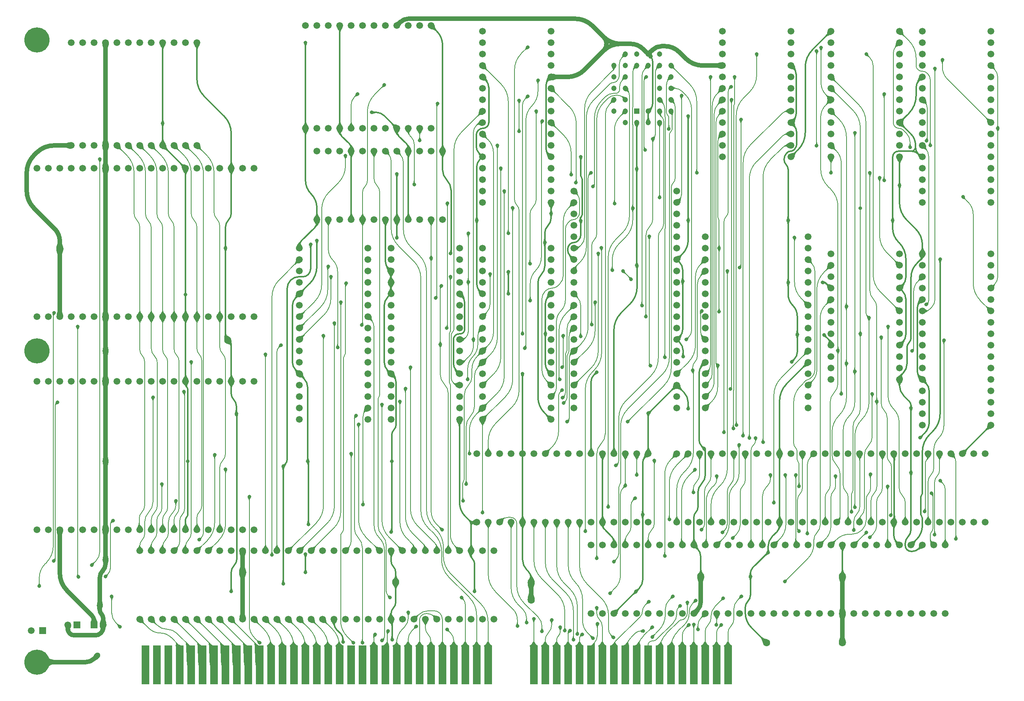
<source format=gbl>
%TF.GenerationSoftware,KiCad,Pcbnew,8.0.4*%
%TF.CreationDate,2024-08-13T10:03:18+02:00*%
%TF.ProjectId,SD Card Board,53442043-6172-4642-9042-6f6172642e6b,rev?*%
%TF.SameCoordinates,PX26c1e00PY962f440*%
%TF.FileFunction,Copper,L2,Bot*%
%TF.FilePolarity,Positive*%
%FSLAX46Y46*%
G04 Gerber Fmt 4.6, Leading zero omitted, Abs format (unit mm)*
G04 Created by KiCad (PCBNEW 8.0.4) date 2024-08-13 10:03:18*
%MOMM*%
%LPD*%
G01*
G04 APERTURE LIST*
%TA.AperFunction,ComponentPad*%
%ADD10C,1.500000*%
%TD*%
%TA.AperFunction,ComponentPad*%
%ADD11R,1.500000X1.500000*%
%TD*%
%TA.AperFunction,ComponentPad*%
%ADD12C,5.600000*%
%TD*%
%TA.AperFunction,ComponentPad*%
%ADD13C,1.200000*%
%TD*%
%TA.AperFunction,ComponentPad*%
%ADD14R,1.200000X1.200000*%
%TD*%
%TA.AperFunction,ConnectorPad*%
%ADD15R,1.780000X8.620000*%
%TD*%
%TA.AperFunction,ViaPad*%
%ADD16C,1.600000*%
%TD*%
%TA.AperFunction,ViaPad*%
%ADD17C,0.800000*%
%TD*%
%TA.AperFunction,ViaPad*%
%ADD18C,1.300000*%
%TD*%
%TA.AperFunction,Conductor*%
%ADD19C,0.380000*%
%TD*%
%TA.AperFunction,Conductor*%
%ADD20C,1.000000*%
%TD*%
%TA.AperFunction,Conductor*%
%ADD21C,0.200000*%
%TD*%
G04 APERTURE END LIST*
D10*
%TO.P,B16,64,A0*%
%TO.N,/A0*%
X22860000Y24765000D03*
%TO.P,B16,63,A1*%
%TO.N,/A1*%
X25400000Y24765000D03*
%TO.P,B16,62,A2*%
%TO.N,/A2*%
X27940000Y24765000D03*
%TO.P,B16,61,A3*%
%TO.N,/A3*%
X30480000Y24765000D03*
%TO.P,B16,60,A4*%
%TO.N,/A4*%
X33020000Y24765000D03*
%TO.P,B16,59,A5*%
%TO.N,/A5*%
X35560000Y24765000D03*
%TO.P,B16,58,A6*%
%TO.N,/A6*%
X38100000Y24765000D03*
%TO.P,B16,57,A7*%
%TO.N,/A7*%
X40640000Y24765000D03*
%TO.P,B16,56,A8*%
%TO.N,/A8*%
X43180000Y24765000D03*
%TO.P,B16,55,GND*%
%TO.N,/GND*%
X45720000Y24765000D03*
%TO.P,B16,54,A9*%
%TO.N,/A9*%
X48260000Y24765000D03*
%TO.P,B16,53,A10*%
%TO.N,/A10*%
X50800000Y24765000D03*
%TO.P,B16,52,A11*%
%TO.N,/A11*%
X53340000Y24765000D03*
%TO.P,B16,51,A12*%
%TO.N,/A12*%
X55880000Y24765000D03*
%TO.P,B16,50,A13*%
%TO.N,/A13*%
X58420000Y24765000D03*
%TO.P,B16,49,A14*%
%TO.N,/A14*%
X60960000Y24765000D03*
%TO.P,B16,48,A15*%
%TO.N,unconnected-(B16-A15-Pad48)*%
X63500000Y24765000D03*
%TO.P,B16,47,A16*%
%TO.N,unconnected-(B16-A16-Pad47)*%
X66040000Y24765000D03*
%TO.P,B16,46,~{RD}*%
%TO.N,/~{RD}*%
X68580000Y24765000D03*
%TO.P,B16,45,~{WD}*%
%TO.N,/~{WD}*%
X71120000Y24765000D03*
%TO.P,B16,44,S*%
%TO.N,/PHI2*%
X73660000Y24765000D03*
%TO.P,B16,43,D7*%
%TO.N,/D0*%
X76200000Y24765000D03*
%TO.P,B16,42,GND*%
%TO.N,/GND*%
X78740000Y24765000D03*
%TO.P,B16,41,D6*%
%TO.N,/D1*%
X81280000Y24765000D03*
%TO.P,B16,40,D5*%
%TO.N,/D2*%
X83820000Y24765000D03*
%TO.P,B16,39,D4*%
%TO.N,/D3*%
X86360000Y24765000D03*
%TO.P,B16,38,D3*%
%TO.N,/D4*%
X88900000Y24765000D03*
%TO.P,B16,37,D2*%
%TO.N,/D5*%
X91440000Y24765000D03*
%TO.P,B16,36,D1*%
%TO.N,/D6*%
X93980000Y24765000D03*
%TO.P,B16,35,5V*%
%TO.N,/5V*%
X96520000Y24765000D03*
%TO.P,B16,34,D0*%
%TO.N,/D7*%
X99060000Y24765000D03*
%TO.P,B16,33,Deivce_~{CS}*%
%TO.N,/~{Device Select}*%
X101600000Y24765000D03*
%TO.P,B16,32,Deivce_~{CS}_{IN}*%
%TO.N,/~{Select}_{D}*%
X101600000Y9525000D03*
%TO.P,B16,31,D0_{IN/OUT}*%
%TO.N,/D7_{D}*%
X99060000Y9525000D03*
%TO.P,B16,30,D1_{IN/OUT}*%
%TO.N,/D6_{D}*%
X96520001Y9525000D03*
%TO.P,B16,29,D2_{IN/OUT}*%
%TO.N,/D5_{D}*%
X93980000Y9525000D03*
%TO.P,B16,28,D3_{IN/OUT}*%
%TO.N,/D4_{D}*%
X91440000Y9525000D03*
%TO.P,B16,27,D4_{IN/OUT}*%
%TO.N,/D3_{D}*%
X88900000Y9525000D03*
%TO.P,B16,26,D5_{IN/OUT}*%
%TO.N,/D2_{D}*%
X86360001Y9525000D03*
%TO.P,B16,25,D6_{IN/OUT}*%
%TO.N,/D1_{D}*%
X83819999Y9525000D03*
%TO.P,B16,24,D7_{IN/OUT}*%
%TO.N,/D0_{D}*%
X81280000Y9525000D03*
%TO.P,B16,23,GND*%
%TO.N,/GND*%
X78740000Y9525000D03*
%TO.P,B16,22,S_{IN}*%
%TO.N,/CLK_{D}*%
X76200000Y9525000D03*
%TO.P,B16,21,~{WD}_{IN}*%
%TO.N,/~{WD}_{D}*%
X73659999Y9525000D03*
%TO.P,B16,20,~{RD}_{IN}*%
%TO.N,/~{RD}_{D}*%
X71120000Y9525000D03*
%TO.P,B16,19,A16_{IN}*%
%TO.N,/GND*%
X68580000Y9525000D03*
%TO.P,B16,18,A15_{IN}*%
X66040000Y9525000D03*
%TO.P,B16,17,A14_{IN}*%
%TO.N,/A14_{D}*%
X63500001Y9525000D03*
%TO.P,B16,16,A13_{IN}*%
%TO.N,/A13_{D}*%
X60959999Y9525000D03*
%TO.P,B16,15,A12_{IN}*%
%TO.N,/A12_{D}*%
X58420000Y9525000D03*
%TO.P,B16,14,A11_{IN}*%
%TO.N,/A11_{D}*%
X55880000Y9525000D03*
%TO.P,B16,13,A10_{IN}*%
%TO.N,/A10_{D}*%
X53340000Y9525000D03*
%TO.P,B16,12,A9_{IN}*%
%TO.N,/A9_{D}*%
X50799999Y9525000D03*
%TO.P,B16,11,A8_{IN}*%
%TO.N,/A8_{D}*%
X48260000Y9525000D03*
%TO.P,B16,10,GND*%
%TO.N,/GND*%
X45720000Y9525000D03*
%TO.P,B16,9,A7_{IN}*%
%TO.N,/A7_{D}*%
X43180000Y9525000D03*
%TO.P,B16,8,A6_{IN}*%
%TO.N,/A6_{D}*%
X40640001Y9525000D03*
%TO.P,B16,7,A5_{IN}*%
%TO.N,/A5_{D}*%
X38100000Y9525000D03*
%TO.P,B16,6,A4_{IN}*%
%TO.N,/A4_{D}*%
X35560000Y9525000D03*
%TO.P,B16,5,A3_{IN}*%
%TO.N,/A3_{D}*%
X33020000Y9525000D03*
%TO.P,B16,4,A2_{IN}*%
%TO.N,/A2_{D}*%
X30480000Y9525000D03*
%TO.P,B16,3,5V*%
%TO.N,/5V*%
X27939999Y9525000D03*
%TO.P,B16,2,A1_{IN}*%
%TO.N,/A1_{D}*%
X25400000Y9525000D03*
%TO.P,B16,1,A0_{IN}*%
%TO.N,/A0_{D}*%
X22860000Y9525000D03*
%TD*%
%TO.P,B17,24,N.C.*%
%TO.N,unconnected-(B17-N.C.-Pad24)*%
X59690000Y141605000D03*
%TO.P,B17,23,N.C.*%
%TO.N,unconnected-(B17-N.C.-Pad23)*%
X62230000Y141605000D03*
%TO.P,B17,22,N.C.*%
%TO.N,unconnected-(B17-N.C.-Pad22)*%
X64769999Y141605000D03*
%TO.P,B17,21,GND*%
%TO.N,/GND*%
X67310000Y141605000D03*
%TO.P,B17,20,N.C.*%
%TO.N,unconnected-(B17-N.C.-Pad20)*%
X69850000Y141605000D03*
%TO.P,B17,19,N.C.*%
%TO.N,unconnected-(B17-N.C.-Pad19)*%
X72390000Y141605000D03*
%TO.P,B17,18,N.C.*%
%TO.N,unconnected-(B17-N.C.-Pad18)*%
X74930000Y141605000D03*
%TO.P,B17,17,N.C.*%
%TO.N,unconnected-(B17-N.C.-Pad17)*%
X77470001Y141605000D03*
%TO.P,B17,16,GND*%
%TO.N,/GND*%
X80010000Y141605000D03*
%TO.P,B17,15,N.C.*%
%TO.N,unconnected-(B17-N.C.-Pad15)*%
X82550000Y141605000D03*
%TO.P,B17,14,N.C.*%
%TO.N,unconnected-(B17-N.C.-Pad14)*%
X85090000Y141605000D03*
%TO.P,B17,13,5V*%
%TO.N,/5V*%
X87629999Y141605000D03*
%TO.P,B17,12,CLK*%
%TO.N,/SD CLK*%
X87629999Y118745000D03*
%TO.P,B17,11,~{Card_Enable}*%
%TO.N,/~{SD Card Enable}0*%
X85090000Y118745000D03*
%TO.P,B17,10,CMD*%
%TO.N,/SD CMD*%
X82550000Y118745000D03*
%TO.P,B17,9,GND*%
%TO.N,/GND*%
X80010000Y118745000D03*
%TO.P,B17,8,DAT0*%
%TO.N,/DAT0*%
X77470001Y118745000D03*
%TO.P,B17,7,DAT1*%
%TO.N,/DAT1*%
X74930000Y118745000D03*
%TO.P,B17,6,DAT2*%
%TO.N,/DAT2*%
X72390000Y118745000D03*
%TO.P,B17,5,DAT3*%
%TO.N,/DAT3*%
X69850000Y118745000D03*
%TO.P,B17,4,GND*%
%TO.N,/GND*%
X67310000Y118745000D03*
%TO.P,B17,3,N.C.*%
%TO.N,unconnected-(B17-N.C.-Pad3)*%
X64769999Y118745000D03*
%TO.P,B17,2,N.C.*%
%TO.N,unconnected-(B17-N.C.-Pad2)*%
X62230000Y118745000D03*
%TO.P,B17,1,5V*%
%TO.N,/5V*%
X59690000Y118745000D03*
%TD*%
%TO.P,B4,24,3.3V*%
%TO.N,/3.3V*%
X62230000Y113665000D03*
%TO.P,B4,23,N.C.*%
%TO.N,unconnected-(B4-N.C.-Pad23)*%
X64770000Y113665000D03*
%TO.P,B4,22,N.C.*%
%TO.N,unconnected-(B4-N.C.-Pad22)*%
X67310000Y113665000D03*
%TO.P,B4,21,GND*%
%TO.N,/GND*%
X69850000Y113665000D03*
%TO.P,B4,20,N.C.*%
%TO.N,unconnected-(B4-N.C.-Pad20)*%
X72390000Y113665000D03*
%TO.P,B4,19,H2_{OUT}*%
%TO.N,/H2_{D}*%
X74930000Y113665000D03*
%TO.P,B4,18,H1_{OUT}*%
%TO.N,/H1_{D}*%
X77470000Y113665000D03*
%TO.P,B4,17,H0_{OUT}*%
%TO.N,/H0_{D}*%
X80010000Y113665000D03*
%TO.P,B4,16,GND*%
%TO.N,/GND*%
X82550000Y113665000D03*
%TO.P,B4,15,N.C.*%
%TO.N,unconnected-(B4-N.C.-Pad15)*%
X85090000Y113665000D03*
%TO.P,B4,14,N.C.*%
%TO.N,unconnected-(B4-N.C.-Pad14)*%
X87630000Y113665000D03*
%TO.P,B4,13,5V*%
%TO.N,/5V*%
X90170000Y113665000D03*
%TO.P,B4,12,~{WD}*%
%TO.N,/~{WD}*%
X90169999Y98425000D03*
%TO.P,B4,11,~{Device_Select}*%
%TO.N,/~{Device Select}*%
X87630000Y98425000D03*
%TO.P,B4,10,~{RD}*%
%TO.N,/~{RD}*%
X85090000Y98425000D03*
%TO.P,B4,9,GND*%
%TO.N,/GND*%
X82550000Y98425000D03*
%TO.P,B4,8,H0_{REG}*%
%TO.N,/3.3V*%
X80010001Y98425000D03*
%TO.P,B4,7,H1_{REG}*%
%TO.N,/GND*%
X77470000Y98425000D03*
%TO.P,B4,6,H2_{REG}*%
X74930000Y98425000D03*
%TO.P,B4,5,~{Device_ROM}*%
%TO.N,/~{Device ROM}*%
X72390000Y98425000D03*
%TO.P,B4,4,GND*%
%TO.N,/GND*%
X69850000Y98425000D03*
%TO.P,B4,3,~{Device_Registers}*%
%TO.N,/~{Device Registers}*%
X67309999Y98425000D03*
%TO.P,B4,2,~{Device_RAM}*%
%TO.N,/~{Device RAM}*%
X64770000Y98425000D03*
%TO.P,B4,1,5V*%
%TO.N,/5V*%
X62230000Y98425000D03*
%TD*%
%TO.P,B5,40,Write_Count_CRC_Byte_Low*%
%TO.N,/Write Count CRC Byte Low*%
X142240000Y104775000D03*
%TO.P,B5,39,Write_Count_CRC_Byte_High*%
%TO.N,/Write Count CRC Byte High*%
X142240000Y102235000D03*
%TO.P,B5,38,Q11*%
%TO.N,unconnected-(B5-Q11-Pad38)*%
X142240000Y99695000D03*
%TO.P,B5,37,Q10*%
%TO.N,unconnected-(B5-Q10-Pad37)*%
X142240000Y97155000D03*
%TO.P,B5,36,N.C.*%
%TO.N,unconnected-(B5-N.C.-Pad36)*%
X142240000Y94615000D03*
%TO.P,B5,35,N.C.*%
%TO.N,unconnected-(B5-N.C.-Pad35)*%
X142240000Y92075000D03*
%TO.P,B5,34,GND*%
%TO.N,/GND*%
X142240000Y89535000D03*
%TO.P,B5,33,Q7*%
%TO.N,unconnected-(B5-Q7-Pad33)*%
X142240000Y86995000D03*
%TO.P,B5,32,Q6*%
%TO.N,unconnected-(B5-Q6-Pad32)*%
X142240000Y84455000D03*
%TO.P,B5,31,Q5*%
%TO.N,unconnected-(B5-Q5-Pad31)*%
X142240000Y81915000D03*
%TO.P,B5,30,Q4*%
%TO.N,unconnected-(B5-Q4-Pad30)*%
X142240000Y79375000D03*
%TO.P,B5,29,Q3*%
%TO.N,unconnected-(B5-Q3-Pad29)*%
X142240000Y76835000D03*
%TO.P,B5,28,Q2*%
%TO.N,unconnected-(B5-Q2-Pad28)*%
X142240000Y74295000D03*
%TO.P,B5,27,GND*%
%TO.N,/GND*%
X142240000Y71755000D03*
%TO.P,B5,26,Q1*%
%TO.N,unconnected-(B5-Q1-Pad26)*%
X142240000Y69215000D03*
%TO.P,B5,25,Q0*%
%TO.N,unconnected-(B5-Q0-Pad25)*%
X142240000Y66675000D03*
%TO.P,B5,24,~{TCD}_{8..11}*%
%TO.N,/~{TCD}_{8..11}*%
X142240000Y64135000D03*
%TO.P,B5,23,5V*%
%TO.N,/5V*%
X142240000Y61595000D03*
%TO.P,B5,22,~{TCD}_{4..7}*%
%TO.N,unconnected-(B5-~{TCD}_{4..7}-Pad22)*%
X142240000Y59055000D03*
%TO.P,B5,21,~{TCD}_{0..3}*%
%TO.N,unconnected-(B5-~{TCD}_{0..3}-Pad21)*%
X142240000Y56515000D03*
%TO.P,B5,20,Q8*%
%TO.N,unconnected-(B5-Q8-Pad20)*%
X119380000Y56515000D03*
%TO.P,B5,19,Q9*%
%TO.N,unconnected-(B5-Q9-Pad19)*%
X119380000Y59055000D03*
%TO.P,B5,18,Second_Half_CLK*%
%TO.N,/Second Half CLK*%
X119380000Y61595000D03*
%TO.P,B5,17,~{Reset}*%
%TO.N,/~{Reset}*%
X119380000Y64135000D03*
%TO.P,B5,16,~{Load_Down_Count}*%
%TO.N,/~{Load Down Count}*%
X119380000Y66675000D03*
%TO.P,B5,15,D0*%
%TO.N,/D0*%
X119380000Y69215000D03*
%TO.P,B5,14,GND*%
%TO.N,/GND*%
X119380000Y71755000D03*
%TO.P,B5,13,D1*%
%TO.N,/D1*%
X119380000Y74295000D03*
%TO.P,B5,12,D2*%
%TO.N,/D2*%
X119380000Y76835000D03*
%TO.P,B5,11,D3*%
%TO.N,/D3*%
X119380000Y79375000D03*
%TO.P,B5,10,D4*%
%TO.N,/D4*%
X119380000Y81915000D03*
%TO.P,B5,9,D5*%
%TO.N,/D5*%
X119380000Y84455000D03*
%TO.P,B5,8,D6*%
%TO.N,/D6*%
X119380000Y86995000D03*
%TO.P,B5,7,GND*%
%TO.N,/GND*%
X119380000Y89535000D03*
%TO.P,B5,6,D7*%
%TO.N,/D7*%
X119380000Y92075000D03*
%TO.P,B5,5,~{Read_Transmit_Started}*%
%TO.N,/~{Read Transmit Started}*%
X119380000Y94615000D03*
%TO.P,B5,4,~{Read_CRC_Started}*%
%TO.N,/~{Read CRC Started}*%
X119380000Y97155000D03*
%TO.P,B5,3,5V*%
%TO.N,/5V*%
X119380000Y99695000D03*
%TO.P,B5,2,Write_Count_Data_Byte_Low*%
%TO.N,/Write Count Data Byte Low*%
X119380000Y102235000D03*
%TO.P,B5,1,Write_Count_Data_Byte_High*%
%TO.N,/Write Count Data Byte High*%
X119380000Y104775000D03*
%TD*%
%TO.P,B1,32,N.C.*%
%TO.N,unconnected-(B1-N.C.-Pad32)*%
X212090000Y90805000D03*
%TO.P,B1,31,Read*%
%TO.N,/3.3V*%
X212090000Y88265000D03*
%TO.P,B1,30,N.C.*%
%TO.N,unconnected-(B1-N.C.-Pad30)*%
X212090000Y85725000D03*
%TO.P,B1,29,GPIO0*%
%TO.N,/SD CLK*%
X212090000Y83185000D03*
%TO.P,B1,28,GND*%
%TO.N,/GND*%
X212090000Y80645000D03*
%TO.P,B1,27,GPIO1*%
%TO.N,/SD CMD*%
X212090000Y78105000D03*
%TO.P,B1,26,N.C.*%
%TO.N,unconnected-(B1-N.C.-Pad26)*%
X212090000Y75565000D03*
%TO.P,B1,25,N.C.*%
%TO.N,unconnected-(B1-N.C.-Pad25)*%
X212090000Y73025000D03*
%TO.P,B1,24,N.C.*%
%TO.N,unconnected-(B1-N.C.-Pad24)*%
X212090000Y70485000D03*
%TO.P,B1,23,N.C.*%
%TO.N,unconnected-(B1-N.C.-Pad23)*%
X212090000Y67945000D03*
%TO.P,B1,22,GPIO2*%
%TO.N,/DAT0*%
X212090000Y65405000D03*
%TO.P,B1,21,GND*%
%TO.N,/GND*%
X212090000Y62865000D03*
%TO.P,B1,20,GPIO3*%
%TO.N,/DAT3*%
X212090000Y60325000D03*
%TO.P,B1,19,N.C.*%
%TO.N,unconnected-(B1-N.C.-Pad19)*%
X212090000Y57785000D03*
%TO.P,B1,18,N.C.*%
%TO.N,unconnected-(B1-N.C.-Pad18)*%
X212090000Y55245000D03*
%TO.P,B1,17,5V*%
%TO.N,/5V*%
X212090000Y52705000D03*
%TO.P,B1,16,N.C.*%
%TO.N,unconnected-(B1-N.C.-Pad16)*%
X196850000Y52705000D03*
%TO.P,B1,15,N.C.*%
%TO.N,unconnected-(B1-N.C.-Pad15)*%
X196850000Y55245000D03*
%TO.P,B1,14,D0*%
%TO.N,/D0*%
X196850000Y57785000D03*
%TO.P,B1,13,D1*%
%TO.N,/D1*%
X196850000Y60325000D03*
%TO.P,B1,12,GND*%
%TO.N,/GND*%
X196850000Y62865000D03*
%TO.P,B1,11,D2*%
%TO.N,/D2*%
X196850000Y65405000D03*
%TO.P,B1,10,D3*%
%TO.N,/D3*%
X196850000Y67945000D03*
%TO.P,B1,9,D4*%
%TO.N,/D4*%
X196850000Y70485000D03*
%TO.P,B1,8,D5*%
%TO.N,/D5*%
X196850000Y73025000D03*
%TO.P,B1,7,D6*%
%TO.N,/D6*%
X196850000Y75565000D03*
%TO.P,B1,6,D7*%
%TO.N,/D7*%
X196850000Y78105000D03*
%TO.P,B1,5,GND*%
%TO.N,/GND*%
X196850000Y80645000D03*
%TO.P,B1,4,Enable*%
%TO.N,/Enable*%
X196850000Y83185000D03*
%TO.P,B1,3,Write_GD__{0..3}*%
%TO.N,/Write GPIO Direct*%
X196850000Y85725000D03*
%TO.P,B1,2,Read_GD__{0..3}*%
%TO.N,/Read GPIO Direct*%
X196850000Y88265000D03*
%TO.P,B1,1,5V*%
%TO.N,/5V*%
X196850000Y90805000D03*
%TD*%
%TO.P,C4,2*%
%TO.N,/GND*%
X6890000Y8255000D03*
D11*
%TO.P,C4,1*%
%TO.N,/12V*%
X8890000Y8255000D03*
%TD*%
D12*
%TO.P,H10,1,GND*%
%TO.N,/GND*%
X0Y0D03*
%TD*%
D10*
%TO.P,B20,40,N.C.*%
%TO.N,unconnected-(B20-N.C.-Pad40)*%
X0Y109855000D03*
%TO.P,B20,39,N.C.*%
%TO.N,unconnected-(B20-N.C.-Pad39)*%
X2540000Y109855000D03*
%TO.P,B20,38,N.C.*%
%TO.N,unconnected-(B20-N.C.-Pad38)*%
X5080000Y109855000D03*
%TO.P,B20,37,N.C.*%
%TO.N,unconnected-(B20-N.C.-Pad37)*%
X7620000Y109855000D03*
%TO.P,B20,36,N.C.*%
%TO.N,unconnected-(B20-N.C.-Pad36)*%
X10160000Y109855000D03*
%TO.P,B20,35,N.C.*%
%TO.N,unconnected-(B20-N.C.-Pad35)*%
X12700000Y109855000D03*
%TO.P,B20,34,GND*%
%TO.N,/GND*%
X15240000Y109855000D03*
%TO.P,B20,33,N.C.*%
%TO.N,unconnected-(B20-N.C.-Pad33)*%
X17780000Y109855000D03*
%TO.P,B20,32,N.C.*%
%TO.N,unconnected-(B20-N.C.-Pad32)*%
X20320000Y109855000D03*
%TO.P,B20,31,N.C.*%
%TO.N,unconnected-(B20-N.C.-Pad31)*%
X22860000Y109855000D03*
%TO.P,B20,30,N.C.*%
%TO.N,unconnected-(B20-N.C.-Pad30)*%
X25400000Y109855000D03*
%TO.P,B20,29,N.C.*%
%TO.N,unconnected-(B20-N.C.-Pad29)*%
X27940000Y109855000D03*
%TO.P,B20,28,N.C.*%
%TO.N,unconnected-(B20-N.C.-Pad28)*%
X30480000Y109855000D03*
%TO.P,B20,27,GND*%
%TO.N,/GND*%
X33020000Y109855000D03*
%TO.P,B20,26,N.C.*%
%TO.N,unconnected-(B20-N.C.-Pad26)*%
X35560000Y109855000D03*
%TO.P,B20,25,N.C.*%
%TO.N,unconnected-(B20-N.C.-Pad25)*%
X38100000Y109855000D03*
%TO.P,B20,24,N.C.*%
%TO.N,unconnected-(B20-N.C.-Pad24)*%
X40640000Y109855000D03*
%TO.P,B20,23,5V*%
%TO.N,/5V*%
X43180000Y109855000D03*
%TO.P,B20,22,N.C.*%
%TO.N,unconnected-(B20-N.C.-Pad22)*%
X45720000Y109855000D03*
%TO.P,B20,21,N.C.*%
%TO.N,unconnected-(B20-N.C.-Pad21)*%
X48260000Y109855000D03*
%TO.P,B20,20,N.C.*%
%TO.N,unconnected-(B20-N.C.-Pad20)*%
X48260000Y76835000D03*
%TO.P,B20,19,N.C.*%
%TO.N,unconnected-(B20-N.C.-Pad19)*%
X45720000Y76835000D03*
%TO.P,B20,18,N.C.*%
%TO.N,unconnected-(B20-N.C.-Pad18)*%
X43180000Y76835000D03*
%TO.P,B20,17,CLK*%
%TO.N,/SD CLK*%
X40640000Y76835000D03*
%TO.P,B20,16,~{Card_Enable}*%
%TO.N,/~{SD Card Enable}2*%
X38100000Y76835000D03*
%TO.P,B20,15,CMD*%
%TO.N,/SD CMD*%
X35560000Y76835000D03*
%TO.P,B20,14,GND*%
%TO.N,/GND*%
X33020000Y76835000D03*
%TO.P,B20,13,DAT0*%
%TO.N,/DAT0*%
X30480000Y76835000D03*
%TO.P,B20,12,DAT1*%
%TO.N,/DAT1*%
X27940000Y76835000D03*
%TO.P,B20,11,DAT2*%
%TO.N,/DAT2*%
X25400000Y76835000D03*
%TO.P,B20,10,DAT3*%
%TO.N,/DAT3*%
X22860000Y76835000D03*
%TO.P,B20,9,N.C.*%
%TO.N,unconnected-(B20-N.C.-Pad9)*%
X20320000Y76835000D03*
%TO.P,B20,8,N.C.*%
%TO.N,unconnected-(B20-N.C.-Pad8)*%
X17780000Y76835000D03*
%TO.P,B20,7,GND*%
%TO.N,/GND*%
X15240000Y76835000D03*
%TO.P,B20,6,N.C.*%
%TO.N,unconnected-(B20-N.C.-Pad6)*%
X12700000Y76835000D03*
%TO.P,B20,5,N.C.*%
%TO.N,unconnected-(B20-N.C.-Pad5)*%
X10160000Y76835000D03*
%TO.P,B20,4,N.C.*%
%TO.N,unconnected-(B20-N.C.-Pad4)*%
X7620000Y76835000D03*
%TO.P,B20,3,5V*%
%TO.N,/5V*%
X5080000Y76835000D03*
%TO.P,B20,2,N.C.*%
%TO.N,unconnected-(B20-N.C.-Pad2)*%
X2540000Y76835000D03*
%TO.P,B20,1,N.C.*%
%TO.N,unconnected-(B20-N.C.-Pad1)*%
X0Y76835000D03*
%TD*%
%TO.P,B7,32,Y0_{R}*%
%TO.N,unconnected-(B7-Y0_{R}-Pad32)*%
X114300000Y140335000D03*
%TO.P,B7,31,Y1_{R}*%
%TO.N,unconnected-(B7-Y1_{R}-Pad31)*%
X114300000Y137795000D03*
%TO.P,B7,30,Y2_{R}*%
%TO.N,unconnected-(B7-Y2_{R}-Pad30)*%
X114300000Y135255000D03*
%TO.P,B7,29,Y3_{R}*%
%TO.N,unconnected-(B7-Y3_{R}-Pad29)*%
X114300000Y132715000D03*
%TO.P,B7,28,GND*%
%TO.N,/GND*%
X114300000Y130175000D03*
%TO.P,B7,27,Y0_{W}*%
%TO.N,/Write Count CRC Byte Low*%
X114300000Y127635000D03*
%TO.P,B7,26,Y1_{W}*%
%TO.N,/Write Count CRC Byte High*%
X114300000Y125095000D03*
%TO.P,B7,25,Y2_{W}*%
%TO.N,/Write Clear Interrupt*%
X114300000Y122555000D03*
%TO.P,B7,24,Y3_{W}*%
%TO.N,/Write Read Start*%
X114300000Y120015000D03*
%TO.P,B7,23,Y4_{W}*%
%TO.N,/Write Flags*%
X114300000Y117475000D03*
%TO.P,B7,22,Y5_{W}*%
%TO.N,unconnected-(B7-Y5_{W}-Pad22)*%
X114300000Y114935000D03*
%TO.P,B7,21,GND*%
%TO.N,/GND*%
X114300000Y112395000D03*
%TO.P,B7,20,Y6_{W}*%
%TO.N,/Write Data Low*%
X114300000Y109855000D03*
%TO.P,B7,19,Y7_{W}*%
%TO.N,/Write Data High*%
X114300000Y107315000D03*
%TO.P,B7,18,N.C.*%
%TO.N,unconnected-(B7-N.C.-Pad18)*%
X114300000Y104775000D03*
%TO.P,B7,17,5V*%
%TO.N,/5V*%
X114300000Y102235000D03*
%TO.P,B7,16,~{WD}*%
%TO.N,/~{WD}*%
X99060000Y102235001D03*
%TO.P,B7,15,~{RD}*%
%TO.N,/~{RD}*%
X99060000Y104775000D03*
%TO.P,B7,14,N.C.*%
%TO.N,unconnected-(B7-N.C.-Pad14)*%
X99060000Y107315000D03*
%TO.P,B7,13,A0*%
%TO.N,/A0*%
X99060000Y109855000D03*
%TO.P,B7,12,GND*%
%TO.N,/GND*%
X99060000Y112395001D03*
%TO.P,B7,11,A1*%
%TO.N,/A1*%
X99060000Y114935000D03*
%TO.P,B7,10,A2*%
%TO.N,/A2*%
X99060000Y117475000D03*
%TO.P,B7,9,E3*%
%TO.N,/~{A4}*%
X99060000Y120015000D03*
%TO.P,B7,8,~{E2}*%
%TO.N,/~{A3}*%
X99060000Y122554999D03*
%TO.P,B7,7,Y4_{R}*%
%TO.N,/Read Flags*%
X99060000Y125095000D03*
%TO.P,B7,6,Y5_{R}*%
%TO.N,unconnected-(B7-Y5_{R}-Pad6)*%
X99060000Y127635000D03*
%TO.P,B7,5,GND*%
%TO.N,/GND*%
X99060000Y130175000D03*
%TO.P,B7,4,~{Device_Registers}*%
%TO.N,/~{Device Registers}*%
X99060000Y132715000D03*
%TO.P,B7,3,Y6_{R}*%
%TO.N,unconnected-(B7-Y6_{R}-Pad3)*%
X99060000Y135255001D03*
%TO.P,B7,2,Y7_{R}*%
%TO.N,unconnected-(B7-Y7_{R}-Pad2)*%
X99060000Y137795000D03*
%TO.P,B7,1,5V*%
%TO.N,/5V*%
X99060000Y140335000D03*
%TD*%
%TO.P,B9,32,N.C.*%
%TO.N,unconnected-(B9-N.C.-Pad32)*%
X73592000Y92075000D03*
%TO.P,B9,31,N.C.*%
%TO.N,unconnected-(B9-N.C.-Pad31)*%
X73592000Y89535000D03*
%TO.P,B9,30,INT*%
%TO.N,unconnected-(B9-INT-Pad30)*%
X73592000Y86995000D03*
%TO.P,B9,29,~{INT}*%
%TO.N,/~{Interrupt}_{D}*%
X73592000Y84455000D03*
%TO.P,B9,28,GND*%
%TO.N,/GND*%
X73592000Y81915000D03*
%TO.P,B9,27,Enable*%
%TO.N,/Enable*%
X73592000Y79375000D03*
%TO.P,B9,26,~{Enable}*%
%TO.N,/~{Enable}_{D}*%
X73592000Y76835000D03*
%TO.P,B9,25,N.C.*%
%TO.N,unconnected-(B9-N.C.-Pad25)*%
X73592000Y74295000D03*
%TO.P,B9,24,F5*%
%TO.N,unconnected-(B9-F5-Pad24)*%
X73592000Y71755000D03*
%TO.P,B9,23,F4*%
%TO.N,unconnected-(B9-F4-Pad23)*%
X73592000Y69215000D03*
%TO.P,B9,22,F3*%
%TO.N,unconnected-(B9-F3-Pad22)*%
X73592000Y66675000D03*
%TO.P,B9,21,GND*%
%TO.N,/GND*%
X73592000Y64135000D03*
%TO.P,B9,20,F2*%
%TO.N,unconnected-(B9-F2-Pad20)*%
X73592000Y61595000D03*
%TO.P,B9,19,F1*%
%TO.N,/Card ID1*%
X73592000Y59055000D03*
%TO.P,B9,18,F0*%
%TO.N,/Card ID0*%
X73592000Y56515000D03*
%TO.P,B9,17,5V*%
%TO.N,/5V*%
X73592000Y53975000D03*
%TO.P,B9,16,D0*%
%TO.N,/D0*%
X58352000Y53975000D03*
%TO.P,B9,15,D1*%
%TO.N,/D1*%
X58352000Y56515000D03*
%TO.P,B9,14,D2*%
%TO.N,/D2*%
X58352000Y59055000D03*
%TO.P,B9,13,D3*%
%TO.N,/D3*%
X58352000Y61595000D03*
%TO.P,B9,12,GND*%
%TO.N,/GND*%
X58352000Y64135000D03*
%TO.P,B9,11,D4*%
%TO.N,/D4*%
X58352000Y66675000D03*
%TO.P,B9,10,D5*%
%TO.N,/D5*%
X58352000Y69215000D03*
%TO.P,B9,9,D6*%
%TO.N,/D6*%
X58352000Y71755000D03*
%TO.P,B9,8,D7*%
%TO.N,/D7*%
X58352000Y74295000D03*
%TO.P,B9,7,Write_Flags*%
%TO.N,/Write Flags*%
X58352000Y76835000D03*
%TO.P,B9,6,Read_Flags*%
%TO.N,/Read Flags*%
X58352000Y79375000D03*
%TO.P,B9,5,GND*%
%TO.N,/GND*%
X58352000Y81915000D03*
%TO.P,B9,4,~{Set_Interrupt_on_CLK}*%
%TO.N,/~{Stop Read Funk}*%
X58352000Y84455000D03*
%TO.P,B9,3,Write_Clear_Interrupt*%
%TO.N,/Write Clear Interrupt*%
X58352000Y86995000D03*
%TO.P,B9,2,Interrupt_CLK*%
%TO.N,/PHI2*%
X58352000Y89535000D03*
%TO.P,B9,1,5V*%
%TO.N,/5V*%
X58352000Y92075000D03*
%TD*%
%TO.P,C3,2*%
%TO.N,/GND*%
X14700000Y8255000D03*
D11*
%TO.P,C3,1*%
%TO.N,/5V*%
X12700000Y8255000D03*
%TD*%
D10*
%TO.P,B3,64,N.C.*%
%TO.N,unconnected-(B3-N.C.-Pad64)*%
X201930000Y10795000D03*
%TO.P,B3,63,N.C.*%
%TO.N,unconnected-(B3-N.C.-Pad63)*%
X199390000Y10795000D03*
%TO.P,B3,62,MS*%
%TO.N,unconnected-(B3-MS-Pad62)*%
X196850000Y10795000D03*
%TO.P,B3,61,M~{RD}*%
%TO.N,/~{WD}_{M}*%
X194310000Y10795000D03*
%TO.P,B3,60,M~{WD}*%
%TO.N,/~{RD}_{M}*%
X191770000Y10795000D03*
%TO.P,B3,59,MA23*%
%TO.N,/A0_{M}*%
X189230000Y10795000D03*
%TO.P,B3,58,MA22*%
%TO.N,/A1_{M}*%
X186690000Y10795000D03*
%TO.P,B3,57,MA21*%
%TO.N,/A2_{M}*%
X184150000Y10795000D03*
%TO.P,B3,56,MA20*%
%TO.N,/A3_{M}*%
X181610000Y10795000D03*
%TO.P,B3,55,GND*%
%TO.N,/GND*%
X179070000Y10795000D03*
%TO.P,B3,54,MA19*%
%TO.N,/A4_{M}*%
X176530000Y10795000D03*
%TO.P,B3,53,MA18*%
%TO.N,/A5_{M}*%
X173990000Y10795000D03*
%TO.P,B3,52,MA17*%
%TO.N,/A6_{M}*%
X171450000Y10795000D03*
%TO.P,B3,51,MA16*%
%TO.N,/A7_{M}*%
X168910000Y10795000D03*
%TO.P,B3,50,MA15*%
%TO.N,/A8_{M}*%
X166370000Y10795000D03*
%TO.P,B3,49,MA14*%
%TO.N,/A9_{M}*%
X163830000Y10795000D03*
%TO.P,B3,48,MA13*%
%TO.N,/A10_{M}*%
X161290000Y10795000D03*
%TO.P,B3,47,MA12*%
%TO.N,/A11_{M}*%
X158750000Y10795000D03*
%TO.P,B3,46,MA11*%
%TO.N,/A12_{M}*%
X156210000Y10795000D03*
%TO.P,B3,45,MA10*%
%TO.N,/A13_{M}*%
X153670000Y10795000D03*
%TO.P,B3,44,MA9*%
%TO.N,/A14_{M}*%
X151130000Y10795000D03*
%TO.P,B3,43,MA8*%
%TO.N,/A15_{M}*%
X148590000Y10795000D03*
%TO.P,B3,42,GND*%
%TO.N,/GND*%
X146050000Y10795000D03*
%TO.P,B3,41,MA7*%
%TO.N,/A16_{M}*%
X143510000Y10795000D03*
%TO.P,B3,40,MA6*%
%TO.N,/A17_{M}*%
X140970000Y10795000D03*
%TO.P,B3,39,MA5*%
%TO.N,/A18_{M}*%
X138430000Y10795000D03*
%TO.P,B3,38,MA4*%
%TO.N,/A19_{M}*%
X135890000Y10795000D03*
%TO.P,B3,37,MA3*%
%TO.N,/A20_{M}*%
X133350000Y10795000D03*
%TO.P,B3,36,MA2*%
%TO.N,/A21_{M}*%
X130810000Y10795000D03*
%TO.P,B3,35,5V*%
%TO.N,/5V*%
X128270000Y10795000D03*
%TO.P,B3,34,MA1*%
%TO.N,/A22_{M}*%
X125730000Y10795000D03*
%TO.P,B3,33,MA0*%
%TO.N,/A23_{M}*%
X123190000Y10795000D03*
%TO.P,B3,32,A0*%
%TO.N,/MA23*%
X123190000Y26035000D03*
%TO.P,B3,31,A1*%
%TO.N,/MA22*%
X125730000Y26035000D03*
%TO.P,B3,30,S*%
%TO.N,/GND*%
X128269999Y26035000D03*
%TO.P,B3,29,A2*%
%TO.N,/MA21*%
X130810000Y26035000D03*
%TO.P,B3,28,A3*%
%TO.N,/MA20*%
X133350000Y26035000D03*
%TO.P,B3,27,A4*%
%TO.N,/MA19*%
X135890000Y26035000D03*
%TO.P,B3,26,A5*%
%TO.N,/MA18*%
X138429999Y26035000D03*
%TO.P,B3,25,A6*%
%TO.N,/MA17*%
X140970001Y26035000D03*
%TO.P,B3,24,A7*%
%TO.N,/MA16*%
X143510000Y26035000D03*
%TO.P,B3,23,GND*%
%TO.N,/GND*%
X146050000Y26035000D03*
%TO.P,B3,22,A8*%
%TO.N,/MA15*%
X148590000Y26035000D03*
%TO.P,B3,21,A9*%
%TO.N,/MA14*%
X151130001Y26035000D03*
%TO.P,B3,20,A10*%
%TO.N,/MA13*%
X153670000Y26035000D03*
%TO.P,B3,19,A11*%
%TO.N,/MA12*%
X156210000Y26035000D03*
%TO.P,B3,18,A12*%
%TO.N,/MA11*%
X158750000Y26035000D03*
%TO.P,B3,17,A13*%
%TO.N,/MA10*%
X161289999Y26035000D03*
%TO.P,B3,16,A14*%
%TO.N,/MA9*%
X163830001Y26035000D03*
%TO.P,B3,15,A15*%
%TO.N,/MA8*%
X166370000Y26035000D03*
%TO.P,B3,14,A16*%
%TO.N,/MA7*%
X168910000Y26035000D03*
%TO.P,B3,13,A17*%
%TO.N,/MA6*%
X171450000Y26035000D03*
%TO.P,B3,12,A18*%
%TO.N,/MA5*%
X173990001Y26035000D03*
%TO.P,B3,11,A19*%
%TO.N,/MA4*%
X176530000Y26035000D03*
%TO.P,B3,10,GND*%
%TO.N,/GND*%
X179070000Y26035000D03*
%TO.P,B3,9,A20*%
%TO.N,/MA3*%
X181610000Y26035000D03*
%TO.P,B3,8,A21*%
%TO.N,/MA2*%
X184149999Y26035000D03*
%TO.P,B3,7,A22*%
%TO.N,/MA1*%
X186690000Y26035000D03*
%TO.P,B3,6,A23*%
%TO.N,/MA0*%
X189230000Y26035000D03*
%TO.P,B3,5,~{WD}*%
%TO.N,/GND*%
X191770000Y26035000D03*
%TO.P,B3,4,~{RD}*%
%TO.N,/3.3V*%
X194310000Y26035000D03*
%TO.P,B3,3,5V*%
%TO.N,/5V*%
X196850001Y26035000D03*
%TO.P,B3,2,~{Main}*%
%TO.N,/~{Main}*%
X199390000Y26035000D03*
%TO.P,B3,1,~{Main_Access_Slot}*%
%TO.N,/~{Main Access}*%
X201930000Y26035000D03*
%TD*%
%TO.P,B2,24,3.3V*%
%TO.N,unconnected-(B2-3.3V-Pad24)*%
X191770000Y90805000D03*
%TO.P,B2,23,Write_Clock_Speed_Select*%
%TO.N,/Write Read Start*%
X191770000Y88265000D03*
%TO.P,B2,22,SD_CLK*%
%TO.N,/SD CLK*%
X191770000Y85725000D03*
%TO.P,B2,21,GND*%
%TO.N,/GND*%
X191770000Y83185000D03*
%TO.P,B2,20,~{Second_Half_CLK}_{Dragged1}*%
%TO.N,/~{Second Half CLK}_{Dragged1}*%
X191770000Y80645000D03*
%TO.P,B2,19,First_Half_CLK*%
%TO.N,/First Half CLK*%
X191770000Y78105000D03*
%TO.P,B2,18,Second_Half_CLK*%
%TO.N,/Second Half CLK*%
X191770000Y75565000D03*
%TO.P,B2,17,~{Second_Half_CLK}_{Dragged2}*%
%TO.N,/~{Second Half CLK}_{Dragged2}*%
X191770000Y73025000D03*
%TO.P,B2,16,GND*%
%TO.N,/GND*%
X191770000Y70485000D03*
%TO.P,B2,15,N.C.*%
%TO.N,unconnected-(B2-N.C.-Pad15)*%
X191770000Y67945000D03*
%TO.P,B2,14,~{Write_Clock_Speed_Select}*%
%TO.N,/~{Write Read Start}*%
X191770000Y65405000D03*
%TO.P,B2,13,5V*%
%TO.N,/5V*%
X191770000Y62865000D03*
%TO.P,B2,12,~{Reset}*%
%TO.N,/~{Reset}*%
X176530000Y62865000D03*
%TO.P,B2,11,N.C.*%
%TO.N,unconnected-(B2-N.C.-Pad11)*%
X176530000Y65405000D03*
%TO.P,B2,10,N.C.*%
%TO.N,unconnected-(B2-N.C.-Pad10)*%
X176530000Y67945000D03*
%TO.P,B2,9,GND*%
%TO.N,/GND*%
X176530000Y70485000D03*
%TO.P,B2,8,N.C.*%
%TO.N,unconnected-(B2-N.C.-Pad8)*%
X176530000Y73025000D03*
%TO.P,B2,7,N.C.*%
%TO.N,unconnected-(B2-N.C.-Pad7)*%
X176530000Y75565000D03*
%TO.P,B2,6,N.C.*%
%TO.N,unconnected-(B2-N.C.-Pad6)*%
X176530000Y78105000D03*
%TO.P,B2,5,CLK_{M}*%
%TO.N,/Fast CLK*%
X176530000Y80645000D03*
%TO.P,B2,4,GND*%
%TO.N,/GND*%
X176530000Y83185000D03*
%TO.P,B2,3,N.C.*%
%TO.N,unconnected-(B2-N.C.-Pad3)*%
X176530000Y85725000D03*
%TO.P,B2,2,~{Stop_Funk}*%
%TO.N,/~{Stop Read Funk}*%
X176530000Y88265000D03*
%TO.P,B2,1,5V*%
%TO.N,/5V*%
X176530000Y90805000D03*
%TD*%
%TO.P,B10,24,N.C.*%
%TO.N,unconnected-(B10-N.C.-Pad24)*%
X167640000Y140335000D03*
%TO.P,B10,23,MD7*%
%TO.N,/MD7*%
X167640000Y137795000D03*
%TO.P,B10,22,MD6*%
%TO.N,/MD6*%
X167640000Y135255000D03*
%TO.P,B10,21,GND*%
%TO.N,/GND*%
X167640000Y132715000D03*
%TO.P,B10,20,MD5*%
%TO.N,/MD5*%
X167640000Y130175000D03*
%TO.P,B10,19,MD4*%
%TO.N,/MD4*%
X167640000Y127635000D03*
%TO.P,B10,18,MD3*%
%TO.N,/MD3*%
X167640000Y125095000D03*
%TO.P,B10,17,MD2*%
%TO.N,/MD2*%
X167640000Y122555000D03*
%TO.P,B10,16,GND*%
%TO.N,/GND*%
X167640000Y120015000D03*
%TO.P,B10,15,MD1*%
%TO.N,/MD1*%
X167640000Y117475000D03*
%TO.P,B10,14,MD0*%
%TO.N,/MD0*%
X167640000Y114935000D03*
%TO.P,B10,13,5V*%
%TO.N,/5V*%
X167640000Y112395000D03*
%TO.P,B10,12,N.C.*%
%TO.N,unconnected-(B10-N.C.-Pad12)*%
X152400000Y112395000D03*
%TO.P,B10,11,N.C.*%
%TO.N,unconnected-(B10-N.C.-Pad11)*%
X152400000Y114935000D03*
%TO.P,B10,10,Second_CLK*%
%TO.N,/Second Half CLK*%
X152400000Y117475000D03*
%TO.P,B10,9,GND*%
%TO.N,/GND*%
X152400000Y120015000D03*
%TO.P,B10,8,DAT0*%
%TO.N,/DAT0*%
X152400000Y122555000D03*
%TO.P,B10,7,DAT1*%
%TO.N,/DAT1*%
X152400000Y125095000D03*
%TO.P,B10,6,DAT2*%
%TO.N,/DAT2*%
X152400000Y127635000D03*
%TO.P,B10,5,DAT3*%
%TO.N,/DAT3*%
X152400000Y130175000D03*
%TO.P,B10,4,GND*%
%TO.N,/GND*%
X152400000Y132715000D03*
%TO.P,B10,3,First_CLK*%
%TO.N,/First Half CLK*%
X152400000Y135255000D03*
%TO.P,B10,2,N.C.*%
%TO.N,unconnected-(B10-N.C.-Pad2)*%
X152400000Y137795000D03*
%TO.P,B10,1,5V*%
%TO.N,/5V*%
X152400000Y140335000D03*
%TD*%
%TO.P,B18,24,N.C.*%
%TO.N,unconnected-(B18-N.C.-Pad24)*%
X7620000Y137795000D03*
%TO.P,B18,23,N.C.*%
%TO.N,unconnected-(B18-N.C.-Pad23)*%
X10160000Y137795000D03*
%TO.P,B18,22,N.C.*%
%TO.N,unconnected-(B18-N.C.-Pad22)*%
X12699999Y137795000D03*
%TO.P,B18,21,GND*%
%TO.N,/GND*%
X15240000Y137795000D03*
%TO.P,B18,20,N.C.*%
%TO.N,unconnected-(B18-N.C.-Pad20)*%
X17780000Y137795000D03*
%TO.P,B18,19,N.C.*%
%TO.N,unconnected-(B18-N.C.-Pad19)*%
X20320000Y137795000D03*
%TO.P,B18,18,N.C.*%
%TO.N,unconnected-(B18-N.C.-Pad18)*%
X22860000Y137795000D03*
%TO.P,B18,17,N.C.*%
%TO.N,unconnected-(B18-N.C.-Pad17)*%
X25400001Y137795000D03*
%TO.P,B18,16,GND*%
%TO.N,/GND*%
X27940000Y137795000D03*
%TO.P,B18,15,N.C.*%
%TO.N,unconnected-(B18-N.C.-Pad15)*%
X30480000Y137795000D03*
%TO.P,B18,14,N.C.*%
%TO.N,unconnected-(B18-N.C.-Pad14)*%
X33020000Y137795000D03*
%TO.P,B18,13,5V*%
%TO.N,/5V*%
X35559999Y137795000D03*
%TO.P,B18,12,CLK*%
%TO.N,/SD CLK*%
X35559999Y114935000D03*
%TO.P,B18,11,~{Card_Enable}*%
%TO.N,/~{SD Card Enable}1*%
X33020000Y114935000D03*
%TO.P,B18,10,CMD*%
%TO.N,/SD CMD*%
X30480000Y114935000D03*
%TO.P,B18,9,GND*%
%TO.N,/GND*%
X27940000Y114935000D03*
%TO.P,B18,8,DAT0*%
%TO.N,/DAT0*%
X25400001Y114935000D03*
%TO.P,B18,7,DAT1*%
%TO.N,/DAT1*%
X22860000Y114935000D03*
%TO.P,B18,6,DAT2*%
%TO.N,/DAT2*%
X20320000Y114935000D03*
%TO.P,B18,5,DAT3*%
%TO.N,/DAT3*%
X17780000Y114935000D03*
%TO.P,B18,4,GND*%
%TO.N,/GND*%
X15240000Y114935000D03*
%TO.P,B18,3,N.C.*%
%TO.N,unconnected-(B18-N.C.-Pad3)*%
X12699999Y114935000D03*
%TO.P,B18,2,N.C.*%
%TO.N,unconnected-(B18-N.C.-Pad2)*%
X10160000Y114935000D03*
%TO.P,B18,1,5V*%
%TO.N,/5V*%
X7620000Y114935000D03*
%TD*%
%TO.P,B6,32,N.C.*%
%TO.N,unconnected-(B6-N.C.-Pad32)*%
X135890000Y31115000D03*
%TO.P,B6,31,N.C.*%
%TO.N,unconnected-(B6-N.C.-Pad31)*%
X133350000Y31115000D03*
%TO.P,B6,30,N.C.*%
%TO.N,unconnected-(B6-N.C.-Pad30)*%
X130810000Y31115000D03*
%TO.P,B6,29,N.C.*%
%TO.N,unconnected-(B6-N.C.-Pad29)*%
X128270000Y31115000D03*
%TO.P,B6,28,GND*%
%TO.N,/GND*%
X125730000Y31115000D03*
%TO.P,B6,27,N.C.*%
%TO.N,unconnected-(B6-N.C.-Pad27)*%
X123190000Y31115000D03*
%TO.P,B6,26,MD7*%
%TO.N,/D0_{M}*%
X120650000Y31115000D03*
%TO.P,B6,25,MD6*%
%TO.N,/D1_{M}*%
X118110000Y31115000D03*
%TO.P,B6,24,MD5*%
%TO.N,/D2_{M}*%
X115570000Y31115000D03*
%TO.P,B6,23,MD4*%
%TO.N,/D3_{M}*%
X113030000Y31115000D03*
%TO.P,B6,22,MD3*%
%TO.N,/D4_{M}*%
X110490000Y31115000D03*
%TO.P,B6,21,GND*%
%TO.N,/GND*%
X107950000Y31115000D03*
%TO.P,B6,20,MD2*%
%TO.N,/D5_{M}*%
X105410000Y31115000D03*
%TO.P,B6,19,MD1*%
%TO.N,/D6_{M}*%
X102870000Y31115000D03*
%TO.P,B6,18,MD0*%
%TO.N,/D7_{M}*%
X100330000Y31115000D03*
%TO.P,B6,17,5V*%
%TO.N,/5V*%
X97790000Y31115000D03*
%TO.P,B6,16,N.C.*%
%TO.N,unconnected-(B6-N.C.-Pad16)*%
X97790001Y46355000D03*
%TO.P,B6,15,D0*%
%TO.N,/MD7*%
X100330000Y46355000D03*
%TO.P,B6,14,D1*%
%TO.N,/MD6*%
X102870000Y46355000D03*
%TO.P,B6,13,D2*%
%TO.N,/MD5*%
X105410000Y46355000D03*
%TO.P,B6,12,GND*%
%TO.N,/GND*%
X107950001Y46355000D03*
%TO.P,B6,11,D3*%
%TO.N,/MD4*%
X110490000Y46355000D03*
%TO.P,B6,10,D4*%
%TO.N,/MD3*%
X113030000Y46355000D03*
%TO.P,B6,9,D5*%
%TO.N,/MD2*%
X115570000Y46355000D03*
%TO.P,B6,8,D6*%
%TO.N,/MD1*%
X118109999Y46355000D03*
%TO.P,B6,7,D7*%
%TO.N,/MD0*%
X120650000Y46355000D03*
%TO.P,B6,6,~{WD}*%
%TO.N,/GND*%
X123190000Y46355000D03*
%TO.P,B6,5,GND*%
X125730000Y46355000D03*
%TO.P,B6,4,~{RD}*%
%TO.N,/3.3V*%
X128270000Y46355000D03*
%TO.P,B6,3,~{Main}*%
%TO.N,/~{Main}*%
X130810001Y46355000D03*
%TO.P,B6,2,~{Main_Access_Slot}*%
%TO.N,/~{Main Access}*%
X133350000Y46355000D03*
%TO.P,B6,1,5V*%
%TO.N,/5V*%
X135890000Y46355000D03*
%TD*%
%TO.P,B13,32,N.C.*%
%TO.N,unconnected-(B13-N.C.-Pad32)*%
X171450000Y94615000D03*
%TO.P,B13,31,N.C.*%
%TO.N,unconnected-(B13-N.C.-Pad31)*%
X171450000Y92075000D03*
%TO.P,B13,30,~{Main}*%
%TO.N,/~{Main}*%
X171450000Y89535000D03*
%TO.P,B13,29,Address_CLK*%
%TO.N,/Address CLK*%
X171450000Y86995000D03*
%TO.P,B13,28,GND*%
%TO.N,/GND*%
X171450000Y84455000D03*
%TO.P,B13,27,~{Load_Down_Count}*%
%TO.N,/~{Load Down Count}*%
X171450000Y81915000D03*
%TO.P,B13,26,~{Read_CRC_Started}*%
%TO.N,/~{Read CRC Started}*%
X171450000Y79375000D03*
%TO.P,B13,25,~{Write_Count_Bank_Address}*%
%TO.N,/~{Write Count Bank Address}*%
X171450000Y76835000D03*
%TO.P,B13,24,~{Write_Count_High_Address}*%
%TO.N,/~{Write Count High Address}*%
X171450000Y74295000D03*
%TO.P,B13,23,~{Write_Count_Low_Address}*%
%TO.N,/~{Write Count Low Address}*%
X171450000Y71755000D03*
%TO.P,B13,22,Read_Data_Wide*%
%TO.N,/Read Data Wide*%
X171450000Y69215000D03*
%TO.P,B13,21,GND*%
%TO.N,/GND*%
X171450000Y66675000D03*
%TO.P,B13,20,~{Read_Transmit_Started}*%
%TO.N,/~{Read Transmit Started}*%
X171450000Y64135000D03*
%TO.P,B13,19,~{Stop_Read_Funk}*%
%TO.N,/~{Stop Read Funk}*%
X171450000Y61595000D03*
%TO.P,B13,18,N.C.*%
%TO.N,unconnected-(B13-N.C.-Pad18)*%
X171450000Y59055000D03*
%TO.P,B13,17,5V*%
%TO.N,/5V*%
X171450000Y56515000D03*
%TO.P,B13,16,DAT0*%
%TO.N,/DAT0*%
X148590000Y56515000D03*
%TO.P,B13,15,DAT1*%
%TO.N,/DAT1*%
X148590000Y59055000D03*
%TO.P,B13,14,DAT2*%
%TO.N,/DAT2*%
X148590000Y61595000D03*
%TO.P,B13,13,DAT3*%
%TO.N,/DAT3*%
X148590000Y64135000D03*
%TO.P,B13,12,GND*%
%TO.N,/GND*%
X148590000Y66675000D03*
%TO.P,B13,11,~{Write_Read_Start}*%
%TO.N,/~{Write Read Start}*%
X148590000Y69215000D03*
%TO.P,B13,10,Write_Count_Low_Address*%
%TO.N,/Write Count Low Address*%
X148590000Y71755000D03*
%TO.P,B13,9,Write_Count_High_Address*%
%TO.N,/Write Count High Address*%
X148590000Y74295000D03*
%TO.P,B13,8,Write_Count_Bank_Address*%
%TO.N,/Write Count Bank Address*%
X148590000Y76835000D03*
%TO.P,B13,7,~{Second_Half_CLK}_{Dragged2}*%
%TO.N,/~{Second Half CLK}_{Dragged2}*%
X148590000Y79375000D03*
%TO.P,B13,6,~{Second_Half_CLK}_{Dragged1}*%
%TO.N,/~{Second Half CLK}_{Dragged1}*%
X148590000Y81915000D03*
%TO.P,B13,5,GND*%
%TO.N,/GND*%
X148590000Y84455000D03*
%TO.P,B13,4,~{Reset}*%
%TO.N,/~{Reset}*%
X148590000Y86995000D03*
%TO.P,B13,3,~{TCD}_{8..11}*%
%TO.N,/~{TCD}_{8..11}*%
X148590000Y89535000D03*
%TO.P,B13,2,Second_Half_CLK*%
%TO.N,/Second Half CLK*%
X148590000Y92075000D03*
%TO.P,B13,1,5V*%
%TO.N,/5V*%
X148590000Y94615000D03*
%TD*%
%TO.P,B8,56,C23*%
%TO.N,/MA23*%
X142240000Y46355000D03*
%TO.P,B8,55,C22*%
%TO.N,/MA22*%
X144780000Y46355000D03*
%TO.P,B8,54,C21*%
%TO.N,/MA21*%
X147320000Y46355000D03*
%TO.P,B8,53,C20*%
%TO.N,/MA20*%
X149860000Y46355000D03*
%TO.P,B8,52,C19*%
%TO.N,/MA19*%
X152400000Y46355000D03*
%TO.P,B8,51,C18*%
%TO.N,/MA18*%
X154940000Y46355000D03*
%TO.P,B8,50,C17*%
%TO.N,/MA17*%
X157480000Y46355000D03*
%TO.P,B8,49,C16*%
%TO.N,/MA16*%
X160020000Y46355000D03*
%TO.P,B8,48,C15*%
%TO.N,/MA15*%
X162560000Y46355000D03*
%TO.P,B8,47,GND*%
%TO.N,/GND*%
X165100000Y46355000D03*
%TO.P,B8,46,C14*%
%TO.N,/MA14*%
X167640000Y46355000D03*
%TO.P,B8,45,C13*%
%TO.N,/MA13*%
X170180000Y46355000D03*
%TO.P,B8,44,C12*%
%TO.N,/MA12*%
X172720000Y46355000D03*
%TO.P,B8,43,C11*%
%TO.N,/MA11*%
X175260000Y46355000D03*
%TO.P,B8,42,C10*%
%TO.N,/MA10*%
X177800000Y46355000D03*
%TO.P,B8,41,C9*%
%TO.N,/MA9*%
X180340000Y46355000D03*
%TO.P,B8,40,C8*%
%TO.N,/MA8*%
X182880000Y46355000D03*
%TO.P,B8,39,C7*%
%TO.N,/MA7*%
X185420000Y46355000D03*
%TO.P,B8,38,C6*%
%TO.N,/MA6*%
X187960000Y46355000D03*
%TO.P,B8,37,GND*%
%TO.N,/GND*%
X190500000Y46355000D03*
%TO.P,B8,36,C5*%
%TO.N,/MA5*%
X193040000Y46355000D03*
%TO.P,B8,35,C4*%
%TO.N,/MA4*%
X195580000Y46355000D03*
%TO.P,B8,34,C3*%
%TO.N,/MA3*%
X198120000Y46355000D03*
%TO.P,B8,33,C2*%
%TO.N,/MA2*%
X200660000Y46355000D03*
%TO.P,B8,32,C1*%
%TO.N,/MA1*%
X203200000Y46355000D03*
%TO.P,B8,31,5V*%
%TO.N,/5V*%
X205740000Y46355000D03*
%TO.P,B8,30,C0*%
%TO.N,/MA0*%
X208280000Y46355000D03*
%TO.P,B8,29,N.C.*%
%TO.N,unconnected-(B8-N.C.-Pad29)*%
X210820000Y46355000D03*
%TO.P,B8,28,TC_{20..23}*%
%TO.N,unconnected-(B8-TC_{20..23}-Pad28)*%
X210820000Y31115000D03*
%TO.P,B8,27,TC_{0..3}*%
%TO.N,unconnected-(B8-TC_{0..3}-Pad27)*%
X208280000Y31115000D03*
%TO.P,B8,26,Count_Enable*%
%TO.N,/Read Data Wide*%
X205740000Y31115000D03*
%TO.P,B8,25,N.C.*%
%TO.N,unconnected-(B8-N.C.-Pad25)*%
X203200000Y31115000D03*
%TO.P,B8,24,N.C.*%
%TO.N,unconnected-(B8-N.C.-Pad24)*%
X200660000Y31115000D03*
%TO.P,B8,23,~{Latch_Low}*%
%TO.N,/~{Write Count Low Address}*%
X198120000Y31115000D03*
%TO.P,B8,22,~{Latch_High}*%
%TO.N,/~{Write Count High Address}*%
X195580000Y31115000D03*
%TO.P,B8,21,~{Latch_Bank}*%
%TO.N,/~{Write Count Bank Address}*%
X193040000Y31115000D03*
%TO.P,B8,20,GND*%
%TO.N,/GND*%
X190500000Y31115000D03*
%TO.P,B8,19,N.C.*%
%TO.N,unconnected-(B8-N.C.-Pad19)*%
X187960000Y31115000D03*
%TO.P,B8,18,D0*%
%TO.N,/D0*%
X185420000Y31115000D03*
%TO.P,B8,17,D1*%
%TO.N,/D1*%
X182880000Y31115000D03*
%TO.P,B8,16,D2*%
%TO.N,/D2*%
X180340000Y31115000D03*
%TO.P,B8,15,D3*%
%TO.N,/D3*%
X177800000Y31115000D03*
%TO.P,B8,14,D4*%
%TO.N,/D4*%
X175260000Y31115000D03*
%TO.P,B8,13,D5*%
%TO.N,/D5*%
X172720000Y31115000D03*
%TO.P,B8,12,D6*%
%TO.N,/D6*%
X170180000Y31115000D03*
%TO.P,B8,11,D7*%
%TO.N,/D7*%
X167640000Y31115000D03*
%TO.P,B8,10,GND*%
%TO.N,/GND*%
X165100000Y31115000D03*
%TO.P,B8,9,N.C.*%
%TO.N,unconnected-(B8-N.C.-Pad9)*%
X162560000Y31115000D03*
%TO.P,B8,8,N.C.*%
%TO.N,unconnected-(B8-N.C.-Pad8)*%
X160020000Y31115000D03*
%TO.P,B8,7,N.C.*%
%TO.N,unconnected-(B8-N.C.-Pad7)*%
X157480000Y31115000D03*
%TO.P,B8,6,N.C.*%
%TO.N,unconnected-(B8-N.C.-Pad6)*%
X154940000Y31115000D03*
%TO.P,B8,5,N.C.*%
%TO.N,unconnected-(B8-N.C.-Pad5)*%
X152400000Y31115000D03*
%TO.P,B8,4,CLK*%
%TO.N,/Address CLK*%
X149860000Y31115000D03*
%TO.P,B8,3,5V*%
%TO.N,/5V*%
X147320000Y31115000D03*
%TO.P,B8,2,N.C.*%
%TO.N,unconnected-(B8-N.C.-Pad2)*%
X144780000Y31115000D03*
%TO.P,B8,1,~{Reset}*%
%TO.N,/~{Reset}*%
X142240000Y31115000D03*
%TD*%
D12*
%TO.P,H7,1,GND*%
%TO.N,/GND*%
X0Y69215000D03*
%TD*%
D13*
%TO.P,IC1,32,3V*%
%TO.N,/3.3V*%
X133350000Y120015000D03*
%TO.P,IC1,31,~{WE}*%
%TO.N,/~{WD}*%
X130810000Y122555000D03*
%TO.P,IC1,30,N.C.*%
%TO.N,unconnected-(IC1-N.C.-Pad30)*%
X130810000Y120015000D03*
%TO.P,IC1,29,A14*%
%TO.N,/A14*%
X128270000Y122555000D03*
%TO.P,IC1,28,A13*%
%TO.N,/A13*%
X130810000Y125095000D03*
%TO.P,IC1,27,A8*%
%TO.N,/A8*%
X128270000Y125095000D03*
%TO.P,IC1,26,A9*%
%TO.N,/A9*%
X130810000Y127635000D03*
%TO.P,IC1,25,A11*%
%TO.N,/A11*%
X128270000Y127635000D03*
%TO.P,IC1,24,~{OE}*%
%TO.N,/~{RD}*%
X130810000Y130175000D03*
%TO.P,IC1,23,A10*%
%TO.N,/A10*%
X128270000Y130175000D03*
%TO.P,IC1,22,~{CE}*%
%TO.N,/~{Device ROM}*%
X130810000Y132715000D03*
%TO.P,IC1,21,DQ7*%
%TO.N,/D7*%
X128270000Y132715000D03*
%TO.P,IC1,20,DQ6*%
%TO.N,/D6*%
X130810000Y135255000D03*
%TO.P,IC1,19,DQ5*%
%TO.N,/D5*%
X133350000Y132715000D03*
%TO.P,IC1,18,DQ4*%
%TO.N,/D4*%
X133350000Y135255000D03*
%TO.P,IC1,17,DQ3*%
%TO.N,/D3*%
X135890000Y132715000D03*
%TO.P,IC1,16,GND*%
%TO.N,/GND*%
X135890000Y135255000D03*
%TO.P,IC1,15,DQ2*%
%TO.N,/D2*%
X138430000Y132715000D03*
%TO.P,IC1,14,DQ1*%
%TO.N,/D1*%
X138430000Y135255000D03*
%TO.P,IC1,13,DQ0*%
%TO.N,/D0*%
X140970000Y132715000D03*
%TO.P,IC1,12,A0*%
%TO.N,/A0*%
X138430000Y130175000D03*
%TO.P,IC1,11,A1*%
%TO.N,/A1*%
X140970000Y130175000D03*
%TO.P,IC1,10,A2*%
%TO.N,/A2*%
X138430000Y127635000D03*
%TO.P,IC1,9,A3*%
%TO.N,/A3*%
X140970000Y127635000D03*
%TO.P,IC1,8,A4*%
%TO.N,/A4*%
X138430000Y125095000D03*
%TO.P,IC1,7,A5*%
%TO.N,/A5*%
X140970000Y125095000D03*
%TO.P,IC1,6,A6*%
%TO.N,/A6*%
X138430000Y122555000D03*
%TO.P,IC1,5,A7*%
%TO.N,/A7*%
X140970000Y122555000D03*
%TO.P,IC1,4,A12*%
%TO.N,/A12*%
X138430000Y120015000D03*
%TO.P,IC1,3,A15*%
%TO.N,/GND*%
X135890000Y122555000D03*
%TO.P,IC1,2,A16*%
X135890000Y120015000D03*
D14*
%TO.P,IC1,1,N.C.*%
%TO.N,unconnected-(IC1-N.C.-Pad1)*%
X133350000Y122555000D03*
%TD*%
D10*
%TO.P,B19,40,N.C.*%
%TO.N,unconnected-(B19-N.C.-Pad40)*%
X0Y62484000D03*
%TO.P,B19,39,N.C.*%
%TO.N,unconnected-(B19-N.C.-Pad39)*%
X2540000Y62484000D03*
%TO.P,B19,38,N.C.*%
%TO.N,unconnected-(B19-N.C.-Pad38)*%
X5080000Y62484000D03*
%TO.P,B19,37,N.C.*%
%TO.N,unconnected-(B19-N.C.-Pad37)*%
X7620000Y62484000D03*
%TO.P,B19,36,N.C.*%
%TO.N,unconnected-(B19-N.C.-Pad36)*%
X10160000Y62484000D03*
%TO.P,B19,35,N.C.*%
%TO.N,unconnected-(B19-N.C.-Pad35)*%
X12700000Y62484000D03*
%TO.P,B19,34,GND*%
%TO.N,/GND*%
X15240000Y62484000D03*
%TO.P,B19,33,N.C.*%
%TO.N,unconnected-(B19-N.C.-Pad33)*%
X17780000Y62484000D03*
%TO.P,B19,32,N.C.*%
%TO.N,unconnected-(B19-N.C.-Pad32)*%
X20320000Y62484000D03*
%TO.P,B19,31,N.C.*%
%TO.N,unconnected-(B19-N.C.-Pad31)*%
X22860000Y62484000D03*
%TO.P,B19,30,N.C.*%
%TO.N,unconnected-(B19-N.C.-Pad30)*%
X25400000Y62484000D03*
%TO.P,B19,29,N.C.*%
%TO.N,unconnected-(B19-N.C.-Pad29)*%
X27940000Y62484000D03*
%TO.P,B19,28,N.C.*%
%TO.N,unconnected-(B19-N.C.-Pad28)*%
X30480000Y62484000D03*
%TO.P,B19,27,GND*%
%TO.N,/GND*%
X33020000Y62484000D03*
%TO.P,B19,26,N.C.*%
%TO.N,unconnected-(B19-N.C.-Pad26)*%
X35560000Y62484000D03*
%TO.P,B19,25,N.C.*%
%TO.N,unconnected-(B19-N.C.-Pad25)*%
X38100000Y62484000D03*
%TO.P,B19,24,N.C.*%
%TO.N,unconnected-(B19-N.C.-Pad24)*%
X40640000Y62484000D03*
%TO.P,B19,23,5V*%
%TO.N,/5V*%
X43180000Y62484000D03*
%TO.P,B19,22,N.C.*%
%TO.N,unconnected-(B19-N.C.-Pad22)*%
X45720000Y62484000D03*
%TO.P,B19,21,N.C.*%
%TO.N,unconnected-(B19-N.C.-Pad21)*%
X48260000Y62484000D03*
%TO.P,B19,20,N.C.*%
%TO.N,unconnected-(B19-N.C.-Pad20)*%
X48260000Y29464000D03*
%TO.P,B19,19,N.C.*%
%TO.N,unconnected-(B19-N.C.-Pad19)*%
X45720000Y29464000D03*
%TO.P,B19,18,N.C.*%
%TO.N,unconnected-(B19-N.C.-Pad18)*%
X43180000Y29464000D03*
%TO.P,B19,17,CLK*%
%TO.N,/SD CLK*%
X40640000Y29464000D03*
%TO.P,B19,16,~{Card_Enable}*%
%TO.N,/~{SD Card Enable}3*%
X38100000Y29464000D03*
%TO.P,B19,15,CMD*%
%TO.N,/SD CMD*%
X35560000Y29464000D03*
%TO.P,B19,14,GND*%
%TO.N,/GND*%
X33020000Y29464000D03*
%TO.P,B19,13,DAT0*%
%TO.N,/DAT0*%
X30480000Y29464000D03*
%TO.P,B19,12,DAT1*%
%TO.N,/DAT1*%
X27940000Y29464000D03*
%TO.P,B19,11,DAT2*%
%TO.N,/DAT2*%
X25400000Y29464000D03*
%TO.P,B19,10,DAT3*%
%TO.N,/DAT3*%
X22860000Y29464000D03*
%TO.P,B19,9,N.C.*%
%TO.N,unconnected-(B19-N.C.-Pad9)*%
X20320000Y29464000D03*
%TO.P,B19,8,N.C.*%
%TO.N,unconnected-(B19-N.C.-Pad8)*%
X17780000Y29464000D03*
%TO.P,B19,7,GND*%
%TO.N,/GND*%
X15240000Y29464000D03*
%TO.P,B19,6,N.C.*%
%TO.N,unconnected-(B19-N.C.-Pad6)*%
X12700000Y29464000D03*
%TO.P,B19,5,N.C.*%
%TO.N,unconnected-(B19-N.C.-Pad5)*%
X10160000Y29464000D03*
%TO.P,B19,4,N.C.*%
%TO.N,unconnected-(B19-N.C.-Pad4)*%
X7620000Y29464000D03*
%TO.P,B19,3,5V*%
%TO.N,/5V*%
X5080000Y29464000D03*
%TO.P,B19,2,N.C.*%
%TO.N,unconnected-(B19-N.C.-Pad2)*%
X2540000Y29464000D03*
%TO.P,B19,1,N.C.*%
%TO.N,unconnected-(B19-N.C.-Pad1)*%
X0Y29464000D03*
%TD*%
%TO.P,B12,32,Y0_{R}*%
%TO.N,unconnected-(B12-Y0_{R}-Pad32)*%
X114300000Y92075000D03*
%TO.P,B12,31,Y1_{R}*%
%TO.N,unconnected-(B12-Y1_{R}-Pad31)*%
X114300000Y89535000D03*
%TO.P,B12,30,Y2_{R}*%
%TO.N,unconnected-(B12-Y2_{R}-Pad30)*%
X114300000Y86995000D03*
%TO.P,B12,29,Y3_{R}*%
%TO.N,unconnected-(B12-Y3_{R}-Pad29)*%
X114300000Y84455000D03*
%TO.P,B12,28,GND*%
%TO.N,/GND*%
X114300000Y81915000D03*
%TO.P,B12,27,Y0_{W}*%
%TO.N,/Write Count Low Address*%
X114300000Y79375000D03*
%TO.P,B12,26,Y1_{W}*%
%TO.N,/Write Count High Address*%
X114300000Y76835000D03*
%TO.P,B12,25,Y2_{W}*%
%TO.N,/Write Count Bank Address*%
X114300000Y74295000D03*
%TO.P,B12,24,Y3_{W}*%
%TO.N,unconnected-(B12-Y3_{W}-Pad24)*%
X114300000Y71755000D03*
%TO.P,B12,23,Y4_{W}*%
%TO.N,/Write GPIO Direct*%
X114300000Y69215000D03*
%TO.P,B12,22,Y5_{W}*%
%TO.N,unconnected-(B12-Y5_{W}-Pad22)*%
X114300000Y66675000D03*
%TO.P,B12,21,GND*%
%TO.N,/GND*%
X114300000Y64135000D03*
%TO.P,B12,20,Y6_{W}*%
%TO.N,/Write Count Data Byte Low*%
X114300000Y61595000D03*
%TO.P,B12,19,Y7_{W}*%
%TO.N,/Write Count Data Byte High*%
X114300000Y59055000D03*
%TO.P,B12,18,N.C.*%
%TO.N,unconnected-(B12-N.C.-Pad18)*%
X114300000Y56515000D03*
%TO.P,B12,17,5V*%
%TO.N,/5V*%
X114300000Y53975000D03*
%TO.P,B12,16,~{WD}*%
%TO.N,/~{WD}*%
X99060000Y53975000D03*
%TO.P,B12,15,~{RD}*%
%TO.N,/~{RD}*%
X99060000Y56515000D03*
%TO.P,B12,14,N.C.*%
%TO.N,unconnected-(B12-N.C.-Pad14)*%
X99060000Y59055000D03*
%TO.P,B12,13,A0*%
%TO.N,/A0*%
X99060000Y61595000D03*
%TO.P,B12,12,GND*%
%TO.N,/GND*%
X99060000Y64135000D03*
%TO.P,B12,11,A1*%
%TO.N,/A1*%
X99060000Y66675000D03*
%TO.P,B12,10,A2*%
%TO.N,/A2*%
X99060000Y69215000D03*
%TO.P,B12,9,E3*%
%TO.N,/~{A4}*%
X99060000Y71755000D03*
%TO.P,B12,8,~{E2}*%
%TO.N,/A3*%
X99060000Y74295000D03*
%TO.P,B12,7,Y4_{R}*%
%TO.N,/Read GPIO Direct*%
X99060000Y76835000D03*
%TO.P,B12,6,Y5_{R}*%
%TO.N,unconnected-(B12-Y5_{R}-Pad6)*%
X99060000Y79375000D03*
%TO.P,B12,5,GND*%
%TO.N,/GND*%
X99060000Y81915000D03*
%TO.P,B12,4,~{Device_Registers}*%
%TO.N,/~{Device Registers}*%
X99060000Y84455000D03*
%TO.P,B12,3,Y6_{R}*%
%TO.N,unconnected-(B12-Y6_{R}-Pad3)*%
X99060000Y86995000D03*
%TO.P,B12,2,Y7_{R}*%
%TO.N,unconnected-(B12-Y7_{R}-Pad2)*%
X99060000Y89535000D03*
%TO.P,B12,1,5V*%
%TO.N,/5V*%
X99060000Y92075000D03*
%TD*%
D15*
%TO.P,J1,C18,C18*%
%TO.N,/A6_{M}*%
X153619200Y-635000D03*
%TO.P,J1,C17,C17*%
%TO.N,/A7_{M}*%
X151079200Y-635000D03*
%TO.P,J1,C16,C16*%
%TO.N,/A8_{M}*%
X148539200Y-635000D03*
%TO.P,J1,C15,C15*%
%TO.N,/A9_{M}*%
X145999200Y-635000D03*
%TO.P,J1,C14,C14*%
%TO.N,/A10_{M}*%
X143459200Y-635000D03*
%TO.P,J1,C13,C13*%
%TO.N,/A11_{M}*%
X140919200Y-635000D03*
%TO.P,J1,C12,C12*%
%TO.N,/A12_{M}*%
X138379200Y-635000D03*
%TO.P,J1,C11,C11*%
%TO.N,/A13_{M}*%
X135839200Y-635000D03*
%TO.P,J1,C10,C10*%
%TO.N,/A14_{M}*%
X133299200Y-635000D03*
%TO.P,J1,C9,C9*%
%TO.N,/A15_{M}*%
X130759200Y-635000D03*
%TO.P,J1,C8,C8*%
%TO.N,/A16_{M}*%
X128219200Y-635000D03*
%TO.P,J1,C7,C7*%
%TO.N,/A17_{M}*%
X125679200Y-635000D03*
%TO.P,J1,C6,C6*%
%TO.N,/A18_{M}*%
X123139200Y-635000D03*
%TO.P,J1,C5,C5*%
%TO.N,/A19_{M}*%
X120599200Y-635000D03*
%TO.P,J1,C4,C4*%
%TO.N,/A20_{M}*%
X118059200Y-635000D03*
%TO.P,J1,C3,C3*%
%TO.N,/A21_{M}*%
X115519200Y-635000D03*
%TO.P,J1,C2,C2*%
%TO.N,/A22_{M}*%
X112979200Y-635000D03*
%TO.P,J1,C1,C1*%
%TO.N,/A23_{M}*%
X110439200Y-635000D03*
%TO.P,J1,A31,A31*%
%TO.N,/H0_{D}*%
X100279200Y-635000D03*
%TO.P,J1,A30,A30*%
%TO.N,/H1_{D}*%
X97739200Y-635000D03*
%TO.P,J1,A29,A29*%
%TO.N,/H2_{D}*%
X95199200Y-635000D03*
%TO.P,J1,A28,A28*%
%TO.N,/D0_{D}*%
X92659200Y-635000D03*
%TO.P,J1,A27,A27*%
%TO.N,/D1_{D}*%
X90119200Y-635000D03*
%TO.P,J1,A26,A26*%
%TO.N,/D2_{D}*%
X87579200Y-635000D03*
%TO.P,J1,A25,A25*%
%TO.N,/D3_{D}*%
X85039200Y-635000D03*
%TO.P,J1,A24,A24*%
%TO.N,/D4_{D}*%
X82499200Y-635000D03*
%TO.P,J1,A23,A23*%
%TO.N,/D5_{D}*%
X79959200Y-635000D03*
%TO.P,J1,A22,A22*%
%TO.N,/D6_{D}*%
X77419200Y-635000D03*
%TO.P,J1,A21,A21*%
%TO.N,/D7_{D}*%
X74879200Y-635000D03*
%TO.P,J1,A20,A20*%
%TO.N,/A16_{D}*%
X72339200Y-635000D03*
%TO.P,J1,A19,A19*%
%TO.N,/A15_{D}*%
X69799200Y-635000D03*
%TO.P,J1,A18,A18*%
%TO.N,/A14_{D}*%
X67259200Y-635000D03*
%TO.P,J1,A17,A17*%
%TO.N,/A13_{D}*%
X64719200Y-635000D03*
%TO.P,J1,A16,A16*%
%TO.N,/A12_{D}*%
X62179200Y-635000D03*
%TO.P,J1,A15,A15*%
%TO.N,/A11_{D}*%
X59639200Y-635000D03*
%TO.P,J1,A14,A14*%
%TO.N,/A10_{D}*%
X57099200Y-635000D03*
%TO.P,J1,A13,A13*%
%TO.N,/A9_{D}*%
X54559200Y-635000D03*
%TO.P,J1,A12,A12*%
%TO.N,/A8_{D}*%
X52019200Y-635000D03*
%TO.P,J1,A11,A11*%
%TO.N,/A7_{D}*%
X49479200Y-635000D03*
%TO.P,J1,A10,A10*%
%TO.N,/A6_{D}*%
X46939200Y-635000D03*
%TO.P,J1,A9,A9*%
%TO.N,/A5_{D}*%
X44399200Y-635000D03*
%TO.P,J1,A8,A8*%
%TO.N,/A4_{D}*%
X41859200Y-635000D03*
%TO.P,J1,A7,A7*%
%TO.N,/A3_{D}*%
X39319200Y-635000D03*
%TO.P,J1,A6,A6*%
%TO.N,/A2_{D}*%
X36779200Y-635000D03*
%TO.P,J1,A5,A5*%
%TO.N,/A1_{D}*%
X34239200Y-635000D03*
%TO.P,J1,A4,A4*%
%TO.N,/A0_{D}*%
X31699200Y-635000D03*
%TO.P,J1,A3,A3*%
%TO.N,unconnected-(J1-PadA3)*%
X29159200Y-635000D03*
%TO.P,J1,A2,A2*%
%TO.N,unconnected-(J1-PadA2)*%
X26619200Y-635000D03*
%TO.P,J1,A1,A1*%
%TO.N,/~{Reset}_{System}*%
X24079200Y-635000D03*
%TD*%
D10*
%TO.P,B11,32,N.C.*%
%TO.N,unconnected-(B11-N.C.-Pad32)*%
X93946000Y92075000D03*
%TO.P,B11,31,N.C.*%
%TO.N,unconnected-(B11-N.C.-Pad31)*%
X93946000Y89535000D03*
%TO.P,B11,30,N.C.*%
%TO.N,unconnected-(B11-N.C.-Pad30)*%
X93946000Y86995000D03*
%TO.P,B11,29,N.C.*%
%TO.N,unconnected-(B11-N.C.-Pad29)*%
X93946000Y84455000D03*
%TO.P,B11,28,GND*%
%TO.N,/GND*%
X93946000Y81915000D03*
%TO.P,B11,27,N.C.*%
%TO.N,unconnected-(B11-N.C.-Pad27)*%
X93946000Y79375000D03*
%TO.P,B11,26,N.C.*%
%TO.N,unconnected-(B11-N.C.-Pad26)*%
X93946000Y76835000D03*
%TO.P,B11,25,~{Device_ROM}*%
%TO.N,/~{Device ROM}*%
X93946000Y74295000D03*
%TO.P,B11,24,~{Device_Registers}*%
%TO.N,/~{Device Registers}*%
X93946000Y71755000D03*
%TO.P,B11,23,~{Device_RAM}*%
%TO.N,/~{Device RAM}*%
X93946000Y69215000D03*
%TO.P,B11,22,~{A4}*%
%TO.N,/~{A4}*%
X93946000Y66675000D03*
%TO.P,B11,21,GND*%
%TO.N,/GND*%
X93946000Y64135000D03*
%TO.P,B11,20,~{A3}*%
%TO.N,/~{A3}*%
X93946000Y61595000D03*
%TO.P,B11,19,~{Reset}_{OUT}*%
%TO.N,/~{Reset}*%
X93946000Y59055000D03*
%TO.P,B11,18,Reset_{OUT}*%
%TO.N,unconnected-(B11-Reset_{OUT}-Pad18)*%
X93946000Y56515000D03*
%TO.P,B11,17,5V*%
%TO.N,/5V*%
X93946000Y53975000D03*
%TO.P,B11,16,N.C.*%
%TO.N,unconnected-(B11-N.C.-Pad16)*%
X78706000Y53975000D03*
%TO.P,B11,15,~{Reset}_{IN}*%
%TO.N,/~{Reset}_{D}*%
X78706000Y56515000D03*
%TO.P,B11,14,N.C.*%
%TO.N,unconnected-(B11-N.C.-Pad14)*%
X78706000Y59055000D03*
%TO.P,B11,13,A3*%
%TO.N,/A3*%
X78706000Y61595000D03*
%TO.P,B11,12,GND*%
%TO.N,/GND*%
X78706000Y64135000D03*
%TO.P,B11,11,A4*%
%TO.N,/A4*%
X78706000Y66675000D03*
%TO.P,B11,10,A10*%
%TO.N,/A10*%
X78706000Y69215000D03*
%TO.P,B11,9,A11*%
%TO.N,/A11*%
X78706000Y71755000D03*
%TO.P,B11,8,A12*%
%TO.N,/A12*%
X78706000Y74295000D03*
%TO.P,B11,7,A13*%
%TO.N,/A13*%
X78706000Y76835000D03*
%TO.P,B11,6,A14*%
%TO.N,/A14*%
X78706000Y79375000D03*
%TO.P,B11,5,GND*%
%TO.N,/GND*%
X78706000Y81915000D03*
%TO.P,B11,4,A15*%
X78706000Y84455000D03*
%TO.P,B11,3,A16*%
X78706000Y86995000D03*
%TO.P,B11,2,~{Device_Select}*%
%TO.N,/~{Device Select}*%
X78706000Y89535000D03*
%TO.P,B11,1,5V*%
%TO.N,/5V*%
X78706000Y92075000D03*
%TD*%
D12*
%TO.P,H1,1,GND*%
%TO.N,/GND*%
X0Y138430000D03*
%TD*%
D10*
%TO.P,B15,24,~{Write_High_Nybble}*%
%TO.N,/~{Write High Nybble}*%
X191770000Y140335000D03*
%TO.P,B15,23,~{Write_Low_Nybble}*%
%TO.N,/~{Write Low Nybble}*%
X191770000Y137795000D03*
%TO.P,B15,22,N.C.*%
%TO.N,unconnected-(B15-N.C.-Pad22)*%
X191770000Y135255000D03*
%TO.P,B15,21,GND*%
%TO.N,/GND*%
X191770000Y132715000D03*
%TO.P,B15,20,DAT3*%
%TO.N,/DAT3*%
X191770000Y130175000D03*
%TO.P,B15,19,DAT2*%
%TO.N,/DAT2*%
X191770000Y127635000D03*
%TO.P,B15,18,DAT1*%
%TO.N,/DAT1*%
X191770000Y125095000D03*
%TO.P,B15,17,DAT0*%
%TO.N,/DAT0*%
X191770000Y122555000D03*
%TO.P,B15,16,GND*%
%TO.N,/GND*%
X191770000Y120015000D03*
%TO.P,B15,15,N.C.*%
%TO.N,unconnected-(B15-N.C.-Pad15)*%
X191770000Y117475000D03*
%TO.P,B15,14,N.C.*%
%TO.N,unconnected-(B15-N.C.-Pad14)*%
X191770000Y114935000D03*
%TO.P,B15,13,5V*%
%TO.N,/5V*%
X191770000Y112395000D03*
%TO.P,B15,12,D0*%
%TO.N,/D0*%
X176530000Y112395000D03*
%TO.P,B15,11,D1*%
%TO.N,/D1*%
X176530000Y114935000D03*
%TO.P,B15,10,D2*%
%TO.N,/D2*%
X176530000Y117475000D03*
%TO.P,B15,9,GND*%
%TO.N,/GND*%
X176530000Y120015000D03*
%TO.P,B15,8,D3*%
%TO.N,/D3*%
X176530000Y122555000D03*
%TO.P,B15,7,D4*%
%TO.N,/D4*%
X176530000Y125095000D03*
%TO.P,B15,6,D5*%
%TO.N,/D5*%
X176530000Y127635000D03*
%TO.P,B15,5,D6*%
%TO.N,/D6*%
X176530000Y130175000D03*
%TO.P,B15,4,GND*%
%TO.N,/GND*%
X176530000Y132715000D03*
%TO.P,B15,3,D7*%
%TO.N,/D7*%
X176530000Y135255000D03*
%TO.P,B15,2,Write_Data*%
%TO.N,/Write Data*%
X176530000Y137795000D03*
%TO.P,B15,1,5V*%
%TO.N,/5V*%
X176530000Y140335000D03*
%TD*%
%TO.P,B14,32,N.C.*%
%TO.N,unconnected-(B14-N.C.-Pad32)*%
X212090000Y140335000D03*
%TO.P,B14,31,N.C.*%
%TO.N,unconnected-(B14-N.C.-Pad31)*%
X212090000Y137795000D03*
%TO.P,B14,30,N.C.*%
%TO.N,unconnected-(B14-N.C.-Pad30)*%
X212090000Y135255000D03*
%TO.P,B14,29,SD_CLK*%
%TO.N,/SD CLK*%
X212090000Y132715000D03*
%TO.P,B14,28,GND*%
%TO.N,/GND*%
X212090000Y130175000D03*
%TO.P,B14,27,N.C.*%
%TO.N,unconnected-(B14-N.C.-Pad27)*%
X212090000Y127635000D03*
%TO.P,B14,26,N.C.*%
%TO.N,unconnected-(B14-N.C.-Pad26)*%
X212090000Y125095000D03*
%TO.P,B14,25,N.C.*%
%TO.N,unconnected-(B14-N.C.-Pad25)*%
X212090000Y122555000D03*
%TO.P,B14,24,Write_Data*%
%TO.N,/Write Data*%
X212090000Y120015000D03*
%TO.P,B14,23,N.C.*%
%TO.N,unconnected-(B14-N.C.-Pad23)*%
X212090000Y117475000D03*
%TO.P,B14,22,~{Write_High_Nybble}*%
%TO.N,/~{Write High Nybble}*%
X212090000Y114935000D03*
%TO.P,B14,21,GND*%
%TO.N,/GND*%
X212090000Y112395000D03*
%TO.P,B14,20,~{Write_Low_Nybble}*%
%TO.N,/~{Write Low Nybble}*%
X212090000Y109855000D03*
%TO.P,B14,19,N.C.*%
%TO.N,unconnected-(B14-N.C.-Pad19)*%
X212090000Y107315000D03*
%TO.P,B14,18,N.C.*%
%TO.N,unconnected-(B14-N.C.-Pad18)*%
X212090000Y104775000D03*
%TO.P,B14,17,5V*%
%TO.N,/5V*%
X212090000Y102235000D03*
%TO.P,B14,16,N.C.*%
%TO.N,unconnected-(B14-N.C.-Pad16)*%
X196850000Y102235000D03*
%TO.P,B14,15,N.C.*%
%TO.N,unconnected-(B14-N.C.-Pad15)*%
X196850000Y104775000D03*
%TO.P,B14,14,N.C.*%
%TO.N,unconnected-(B14-N.C.-Pad14)*%
X196850000Y107315000D03*
%TO.P,B14,13,N.C.*%
%TO.N,unconnected-(B14-N.C.-Pad13)*%
X196850000Y109855000D03*
%TO.P,B14,12,GND*%
%TO.N,/GND*%
X196850000Y112395000D03*
%TO.P,B14,11,Fast_CLK*%
%TO.N,/Fast CLK*%
X196850000Y114935000D03*
%TO.P,B14,10,N.C.*%
%TO.N,unconnected-(B14-N.C.-Pad10)*%
X196850000Y117475000D03*
%TO.P,B14,9,N.C.*%
%TO.N,unconnected-(B14-N.C.-Pad9)*%
X196850000Y120015000D03*
%TO.P,B14,8,~{Reset}*%
%TO.N,/~{Reset}*%
X196850000Y122555000D03*
%TO.P,B14,7,Write_Data_Low*%
%TO.N,/Write Data Low*%
X196850000Y125095000D03*
%TO.P,B14,6,Write_Data_High*%
%TO.N,/Write Data High*%
X196850000Y127635000D03*
%TO.P,B14,5,GND*%
%TO.N,/GND*%
X196850000Y130175000D03*
%TO.P,B14,4,N.C.*%
%TO.N,unconnected-(B14-N.C.-Pad4)*%
X196850000Y132715000D03*
%TO.P,B14,3,N.C.*%
%TO.N,unconnected-(B14-N.C.-Pad3)*%
X196850000Y135255000D03*
%TO.P,B14,2,N.C.*%
%TO.N,unconnected-(B14-N.C.-Pad2)*%
X196850000Y137795000D03*
%TO.P,B14,1,5V*%
%TO.N,/5V*%
X196850000Y140335000D03*
%TD*%
%TO.P,LED1,2,A*%
%TO.N,/GND*%
X-1270000Y6985000D03*
D11*
%TO.P,LED1,1,K*%
%TO.N,Net-(LED1-K)*%
X1270000Y6985000D03*
%TD*%
D16*
%TO.N,/5V*%
X42418000Y71628000D03*
%TO.N,/GND*%
X109855000Y13817574D03*
X109855000Y17780000D03*
X179070000Y19050000D03*
X179070000Y4318000D03*
X162179000Y4318000D03*
D17*
%TO.N,/First Half CLK*%
X184404000Y135255000D03*
%TO.N,/5V*%
X144780004Y56388000D03*
X114300000Y99821998D03*
X112903000Y93345000D03*
D16*
X5080000Y91948000D03*
D17*
X135890000Y55372000D03*
X43180000Y15748000D03*
X41910000Y92075000D03*
X59690000Y137795000D03*
X194309995Y42115707D03*
X134657700Y32786500D03*
X44322998Y55245000D03*
X133159500Y15684500D03*
X194309998Y56515000D03*
X97282000Y15748000D03*
X91948000Y90884400D03*
X191770000Y106045000D03*
%TO.N,/SD CMD*%
X83854500Y106237300D03*
X205867000Y103504998D03*
%TO.N,/GND*%
X107938000Y64135000D03*
X104775000Y81915000D03*
D18*
X15240000Y69215000D03*
D17*
X167767000Y66786700D03*
D16*
X45720000Y19939000D03*
D17*
X162560000Y24384000D03*
X143565818Y84709390D03*
X120904000Y112395000D03*
X175006000Y72771000D03*
X174625000Y84455000D03*
X74422000Y122301000D03*
X143637000Y67945000D03*
X148336000Y47495000D03*
D16*
X79756000Y17780000D03*
D17*
X120904000Y98171000D03*
X169037000Y72898000D03*
X97778004Y98298000D03*
X60325000Y30607000D03*
D18*
X13970000Y12573000D03*
X15240000Y22733000D03*
D17*
X59689998Y24003000D03*
X196342000Y49911000D03*
X144780000Y98298000D03*
X78956200Y4953002D03*
X190246000Y98298000D03*
X158623001Y19050000D03*
D16*
X147574000Y19049996D03*
D17*
X68021400Y4452200D03*
X62230000Y93804000D03*
X104775000Y86868000D03*
X33020000Y81788000D03*
X78740000Y28956000D03*
X60198000Y44704000D03*
X144780000Y121488700D03*
X27940000Y119888000D03*
X59690000Y19939000D03*
X167005000Y84455000D03*
X167005000Y98298000D03*
X33528000Y44704000D03*
D18*
X15240000Y44704000D03*
X13462000Y1524000D03*
D17*
X124460000Y64516000D03*
X78867000Y44704000D03*
X113030000Y73025000D03*
%TO.N,/3.3V*%
X133350000Y88265000D03*
X54738300Y43590400D03*
X54738300Y17399000D03*
X80010000Y108585000D03*
X80010002Y94361000D03*
X133350000Y109728000D03*
X60833000Y92964000D03*
X200787000Y89662000D03*
%TO.N,/SD CLK*%
X213614000Y118745000D03*
%TO.N,/DAT3*%
X71247000Y126365000D03*
X149738100Y130175000D03*
%TO.N,/Write GPIO Direct*%
X194564000Y69215000D03*
%TO.N,/Enable*%
X508000Y16891000D03*
X3810000Y77724000D03*
%TO.N,/D7*%
X125476000Y92202000D03*
X121920004Y29083000D03*
X64770000Y88011000D03*
X199644000Y132080000D03*
%TO.N,/D6*%
X65356000Y85723400D03*
X91960000Y85723400D03*
X181817400Y34417000D03*
X184989800Y76619300D03*
%TO.N,/D5*%
X89916000Y83734100D03*
X132461000Y100965000D03*
X89662006Y70686200D03*
X127889000Y87183469D03*
X181090000Y33401000D03*
X183050900Y100965006D03*
X183050900Y73008400D03*
%TO.N,/Read GPIO Direct*%
X130302000Y86995000D03*
X100742000Y86295000D03*
X132080000Y85164200D03*
%TO.N,/DAT0*%
X151344900Y65995000D03*
%TO.N,/D4*%
X120881950Y72491000D03*
X116967000Y72644000D03*
X178080000Y69332500D03*
X174315700Y136742700D03*
X116771200Y65563800D03*
X83022300Y65563800D03*
%TO.N,/D3*%
X179959006Y79121003D03*
X179959000Y66460300D03*
X116218300Y62841300D03*
X81910200Y60826800D03*
X134493000Y79337600D03*
%TO.N,/~{Device RAM}*%
X66838300Y69976500D03*
%TO.N,/D2*%
X80686000Y57993200D03*
X181864000Y117729000D03*
X181817400Y64687800D03*
X136918600Y116420800D03*
X135382000Y76835000D03*
X116840000Y58801000D03*
%TO.N,/Write Read Start*%
X187332700Y107715200D03*
X118765303Y108462130D03*
%TO.N,/D1*%
X173335300Y114842200D03*
X173335300Y135986100D03*
X178816000Y59689994D03*
X76696000Y57277000D03*
X185703500Y59689800D03*
X117094000Y57658000D03*
%TO.N,/D0*%
X117856000Y53467000D03*
X71501000Y52919900D03*
X186717700Y57997400D03*
X185190700Y108838996D03*
X146685000Y108839000D03*
X123197000Y108875000D03*
X176530000Y108839000D03*
%TO.N,/~{Reset}*%
X156511100Y120749300D03*
X156178500Y87735000D03*
X145796000Y64897000D03*
%TO.N,/Second Half CLK*%
X124789600Y90932000D03*
X151643200Y92075000D03*
X151648500Y77914100D03*
%TO.N,/Fast CLK*%
X166243000Y17907000D03*
X197703200Y79521200D03*
%TO.N,/MA20*%
X147701000Y29464002D03*
%TO.N,/A18_{M}*%
X124587000Y8509000D03*
%TO.N,/~{RD}*%
X96134300Y46353000D03*
X69868500Y46353000D03*
X103886000Y104775000D03*
X123571000Y105791000D03*
%TO.N,/A21_{M}*%
X116332000Y7747000D03*
%TO.N,/~{WD}*%
X128397000Y101981000D03*
X99060000Y33225000D03*
X105767000Y101092004D03*
%TO.N,/MA0*%
X189118298Y39116000D03*
%TO.N,/A14*%
X112317000Y120396000D03*
X67555600Y80094800D03*
X109659800Y80426700D03*
%TO.N,/A13*%
X66122500Y75414200D03*
X123317000Y75057000D03*
%TO.N,/A12*%
X91059000Y74295006D03*
X138430000Y103321600D03*
X63700200Y72644004D03*
X91235000Y102108000D03*
%TO.N,/A11*%
X109093002Y125857000D03*
X107938000Y73043100D03*
X54229000Y70485000D03*
%TO.N,/MA11*%
X159763900Y49835000D03*
%TO.N,/MA9*%
X166370000Y41656000D03*
%TO.N,/A10*%
X50800000Y68465900D03*
X108458000Y69850000D03*
X111379000Y129447100D03*
%TO.N,/MA18*%
X152400000Y28829004D03*
%TO.N,/MA12*%
X171267800Y28567500D03*
%TO.N,/A14_{M}*%
X151003000Y8255000D03*
X136779000Y7747000D03*
%TO.N,/A9*%
X127000100Y34544000D03*
%TO.N,/A4*%
X34290006Y66802000D03*
X139565200Y67756900D03*
%TO.N,/A3*%
X144347100Y71755000D03*
X32688000Y60138612D03*
X95758000Y62865000D03*
%TO.N,/A2*%
X94740300Y35850400D03*
X30865700Y35850400D03*
X107176000Y118110000D03*
X107187998Y124968000D03*
%TO.N,/A1*%
X140481700Y118617300D03*
X95419600Y39636500D03*
X102361994Y114935000D03*
X27773700Y39636500D03*
%TO.N,/A0*%
X135453500Y130186400D03*
X135243000Y113904600D03*
X25787800Y58928000D03*
X103124000Y109855002D03*
%TO.N,/~{Device Select}*%
X87629996Y89867300D03*
X90043000Y29464000D03*
%TO.N,/MA1*%
X204311100Y27447100D03*
%TO.N,/A20_{M}*%
X118491000Y6973000D03*
%TO.N,/~{Device Registers}*%
X95885000Y84582002D03*
X95885000Y95377000D03*
X104775000Y95377000D03*
%TO.N,/~{Device ROM}*%
X77216000Y128397000D03*
X72199504Y74993502D03*
%TO.N,/MA17*%
X154652300Y27572400D03*
%TO.N,/MA3*%
X197370000Y33528000D03*
X184403994Y28829000D03*
%TO.N,/A13_{M}*%
X143002000Y12538346D03*
%TO.N,/Write Clear Interrupt*%
X110998000Y122555000D03*
X109601000Y88646000D03*
%TO.N,/Write Flags*%
X68580000Y112649000D03*
%TO.N,/~{Main Access}*%
X49479200Y4293800D03*
X200787000Y40386000D03*
X47202800Y36805400D03*
X133350000Y41656000D03*
%TO.N,/Read Flags*%
X89081400Y124308900D03*
X88646000Y81026000D03*
%TO.N,/MA15*%
X151130000Y41402000D03*
%TO.N,/MA16*%
X146304000Y42799000D03*
%TO.N,/A5*%
X131318000Y53457800D03*
X39496994Y46101000D03*
%TO.N,/A6*%
X128714501Y43751501D03*
X41934500Y42884400D03*
%TO.N,/A7*%
X128270000Y22352000D03*
%TO.N,/A8*%
X124460000Y23114000D03*
%TO.N,/PHI2*%
X52234900Y23870300D03*
%TO.N,/A22_{M}*%
X114427000Y9398000D03*
%TO.N,/A8_{M}*%
X152597974Y14212000D03*
%TO.N,/MA19*%
X137271100Y44853000D03*
%TO.N,/~{WD}_{M}*%
X136779000Y5588000D03*
X141351000Y14605000D03*
%TO.N,/A16_{M}*%
X136017000Y13450000D03*
%TO.N,/A9_{M}*%
X146050000Y8381713D03*
%TO.N,/A12_{M}*%
X144600000Y13288346D03*
%TO.N,/H2_{D}*%
X78486000Y14351000D03*
X94361000Y14351000D03*
%TO.N,/MA13*%
X169441700Y29127300D03*
%TO.N,/~{A4}*%
X97028004Y71754998D03*
%TO.N,/MA6*%
X185119250Y27732750D03*
%TO.N,/A10_{M}*%
X144907000Y8255000D03*
%TO.N,/A11_{M}*%
X146431000Y13688346D03*
%TO.N,/MA14*%
X156083000Y48335000D03*
%TO.N,/MA2*%
X199590100Y28321000D03*
%TO.N,/~{Main}*%
X127381000Y15289000D03*
X130810000Y39243000D03*
X198870000Y37592002D03*
X169435900Y39116000D03*
%TO.N,/MA21*%
X132969006Y36449000D03*
X145923000Y37719000D03*
%TO.N,/A17_{M}*%
X124460000Y12065000D03*
%TO.N,/MA7*%
X168691700Y41655998D03*
%TO.N,/A19_{M}*%
X121223694Y6196868D03*
%TO.N,/MA10*%
X163080000Y41656000D03*
%TO.N,/A6_{M}*%
X156591000Y14617000D03*
%TO.N,/A23_{M}*%
X110490000Y9652000D03*
%TO.N,/MA8*%
X181610002Y29337000D03*
%TO.N,/A15_{M}*%
X134771428Y6907082D03*
X146939000Y7218703D03*
%TO.N,/A7_{M}*%
X152146000Y8255000D03*
%TO.N,/MA22*%
X140589000Y31750000D03*
%TO.N,/MA23*%
X139573000Y23622006D03*
%TO.N,/MA5*%
X177546000Y41402000D03*
%TO.N,/MA4*%
X185293000Y41783000D03*
%TO.N,/MD6*%
X160020000Y135271500D03*
X155524000Y52709900D03*
%TO.N,/D0_{D}*%
X91186000Y7273100D03*
%TO.N,/D4_{D}*%
X84296100Y7935300D03*
%TO.N,/D5_{D}*%
X82550000Y11049000D03*
%TO.N,/D6_{D}*%
X78020000Y6901532D03*
%TO.N,/D7_{D}*%
X75184000Y6115000D03*
%TO.N,/~{Enable}_{D}*%
X76707998Y4826000D03*
%TO.N,/~{Interrupt}_{D}*%
X70372800Y4276900D03*
X68707000Y84328000D03*
%TO.N,/~{Reset}_{D}*%
X72339200Y4288600D03*
X70966060Y54815000D03*
%TO.N,/D2_{M}*%
X120142000Y6223000D03*
%TO.N,/D5_{M}*%
X108839000Y8763000D03*
%TO.N,/MD1*%
X158375200Y49835000D03*
%TO.N,/MD7*%
X109093000Y136779000D03*
%TO.N,/D6_{M}*%
X112268000Y6858000D03*
%TO.N,/D0_{M}*%
X128143000Y5461000D03*
%TO.N,/D4_{M}*%
X117348000Y6985000D03*
%TO.N,/MD0*%
X161417000Y48891900D03*
%TO.N,/MD5*%
X154820100Y51979800D03*
X155098200Y130215300D03*
%TO.N,/D3_{M}*%
X119253000Y4953000D03*
%TO.N,/D7_{M}*%
X106807000Y8001000D03*
%TO.N,/MD4*%
X152735100Y51102400D03*
X154305000Y128008300D03*
%TO.N,/MD2*%
X156999200Y50393200D03*
%TO.N,/MD3*%
X154195900Y60790400D03*
X116771200Y60525900D03*
X154396500Y125095000D03*
%TO.N,/D1_{M}*%
X123571000Y5334000D03*
%TO.N,/Write Count CRC Byte Low*%
X119829179Y106625000D03*
%TO.N,/Write Data Low*%
X197806100Y116002800D03*
%TO.N,/Write Data High*%
X188341002Y126365000D03*
X188341000Y107188000D03*
%TO.N,/Write Count CRC Byte High*%
X143298500Y126020900D03*
%TO.N,/~{Write Count Low Address}*%
X201627000Y71565700D03*
%TO.N,/~{Write Count High Address}*%
X187706000Y72295400D03*
X189820000Y32630200D03*
%TO.N,/Address CLK*%
X153494200Y86995000D03*
%TO.N,/Read Data Wide*%
X163830000Y35433000D03*
%TO.N,/~{Write Count Bank Address}*%
X189218200Y74633700D03*
%TO.N,/Card ID1*%
X4572006Y57785000D03*
X3748600Y22468000D03*
%TO.N,/Card ID0*%
X72504700Y35040000D03*
%TO.N,/Write Count Low Address*%
X147816000Y78105000D03*
%TO.N,/~{Read CRC Started}*%
X168424700Y94488000D03*
%TO.N,/~{Load Down Count}*%
X124079000Y80039300D03*
%TO.N,/~{Read Transmit Started}*%
X136398000Y65912996D03*
X136132000Y94699700D03*
%TO.N,/~{Write High Nybble}*%
X198603500Y114925700D03*
%TO.N,/Write Data*%
X201295000Y133985000D03*
%TO.N,/~{Write Low Nybble}*%
X194105000Y114554000D03*
%TO.N,/~{SD Card Enable}0*%
X85090000Y116078000D03*
X13970000Y111913100D03*
X12192000Y21590000D03*
%TO.N,/~{SD Card Enable}1*%
X36068000Y27223900D03*
%TO.N,/~{SD Card Enable}3*%
X15240000Y19050000D03*
X16891300Y31490500D03*
%TO.N,/~{SD Card Enable}2*%
X9055600Y74658100D03*
X9221000Y18946900D03*
%TO.N,/CLK_{M}*%
X16620400Y14605000D03*
X18415000Y7874004D03*
%TD*%
D19*
%TO.N,/3.3V*%
X198443792Y50615794D02*
G75*
G03*
X196849988Y46768037I3847808J-3847794D01*
G01*
X133428000Y83484964D02*
G75*
G02*
X131834199Y79637215I-5441600J36D01*
G01*
X129863792Y77666793D02*
G75*
G03*
X128269959Y73819037I3847708J-3847793D01*
G01*
X55626000Y45105799D02*
G75*
G02*
X55182150Y44034250I-1515400J1D01*
G01*
X60833000Y87459421D02*
G75*
G02*
X60325006Y86232994I-1734400J-21D01*
G01*
X60325000Y86233000D02*
G75*
G02*
X59098579Y85725008I-1226400J1226400D01*
G01*
X200787000Y55212964D02*
G75*
G02*
X199193200Y51365215I-5441600J36D01*
G01*
X196850000Y30371052D02*
G75*
G02*
X195579986Y27305014I-4336100J48D01*
G01*
X56388000Y84963000D02*
G75*
G03*
X55626013Y83123370I1839600J-1839600D01*
G01*
X196690000Y32418000D02*
G75*
G02*
X196850011Y32031726I-386300J-386300D01*
G01*
X196850000Y37564275D02*
G75*
G02*
X196689992Y37178008I-546300J25D01*
G01*
X196530000Y32804275D02*
G75*
G03*
X196690008Y32418008I546300J25D01*
G01*
X58227630Y85725000D02*
G75*
G03*
X56387991Y84963009I-30J-2601600D01*
G01*
X196690000Y37178000D02*
G75*
G03*
X196529989Y36791726I386300J-386300D01*
G01*
X133389000Y88226000D02*
G75*
G02*
X133428019Y88131846I-94200J-94200D01*
G01*
D20*
%TO.N,/GND*%
X12700000Y762000D02*
G75*
G02*
X10860369Y13I-1839600J1839600D01*
G01*
D19*
X77172420Y121582580D02*
G75*
G03*
X75438000Y122301012I-1734420J-1734380D01*
G01*
X121078975Y107775025D02*
G75*
G02*
X121253935Y107352598I-422475J-422425D01*
G01*
X167005000Y81827841D02*
G75*
G03*
X168020988Y79374988I3468800J-41D01*
G01*
X33020000Y61827211D02*
G75*
G03*
X33273997Y61213997I867200J-11D01*
G01*
X113728500Y129603500D02*
G75*
G03*
X113157010Y128223777I1379700J-1379700D01*
G01*
X79756000Y13291421D02*
G75*
G02*
X79248006Y12064994I-1734400J-21D01*
G01*
X67310000Y118110000D02*
G75*
G03*
X67759017Y117025993I1533000J0D01*
G01*
X158051500Y13525501D02*
G75*
G03*
X157480009Y12145777I1379700J-1379701D01*
G01*
X168910000Y115248847D02*
G75*
G02*
X168446086Y114128914I-1583900J53D01*
G01*
X168275000Y119380000D02*
G75*
G02*
X168909989Y117846975I-1533000J-1533000D01*
G01*
X113157000Y114346224D02*
G75*
G03*
X113728493Y112966493I1951200J-24D01*
G01*
X142902909Y72417909D02*
G75*
G03*
X142902909Y71092091I662891J-662909D01*
G01*
X165100000Y30353000D02*
G75*
G02*
X164561178Y29052191I-1839600J0D01*
G01*
D20*
X82611630Y143129000D02*
G75*
G03*
X80771991Y142367009I-30J-2601600D01*
G01*
D19*
X143565818Y74018313D02*
G75*
G02*
X142902917Y72417901I-2263318J-13D01*
G01*
D20*
X121735792Y131768793D02*
G75*
G02*
X117888036Y130174990I-3847792J3847807D01*
G01*
D19*
X142901893Y90196894D02*
G75*
G03*
X142901892Y88873107I661907J-661894D01*
G01*
X82100987Y115384013D02*
G75*
G02*
X82550008Y114300000I-1083987J-1084013D01*
G01*
D20*
X123513792Y141535208D02*
G75*
G03*
X119666036Y143129011I-3847792J-3847808D01*
G01*
X7283000Y6362000D02*
G75*
G03*
X8231785Y5968994I948800J948800D01*
G01*
D19*
X127776085Y27925915D02*
G75*
G02*
X128270008Y26733500I-1192385J-1192415D01*
G01*
D20*
X14604999Y20320001D02*
G75*
G03*
X13970009Y18786975I1533001J-1533001D01*
G01*
D19*
X147193000Y49446224D02*
G75*
G03*
X147764493Y48066493I1951200J-24D01*
G01*
X117983000Y91694000D02*
G75*
G03*
X118521821Y90393191I1839600J0D01*
G01*
X78867000Y29172803D02*
G75*
G02*
X78803501Y29019499I-216800J-3D01*
G01*
X120247210Y93704211D02*
G75*
G02*
X119380000Y93344995I-867210J867189D01*
G01*
X98419002Y113035999D02*
G75*
G02*
X98419003Y111754002I-641002J-640999D01*
G01*
X158623001Y14905225D02*
G75*
G02*
X158051508Y13525493I-1951201J-25D01*
G01*
X100076000Y119126000D02*
G75*
G02*
X99156184Y118745006I-919800J919800D01*
G01*
X191546815Y113665000D02*
G75*
G03*
X190626995Y113284005I-15J-1300800D01*
G01*
X195701700Y64825271D02*
G75*
G03*
X196275859Y63439159I1960300J29D01*
G01*
X62230000Y88046964D02*
G75*
G02*
X60636200Y84199215I-5441600J36D01*
G01*
X192468500Y82486500D02*
G75*
G02*
X193166988Y80800172I-1686300J-1686300D01*
G01*
X77216000Y66678590D02*
G75*
G03*
X77961003Y64880003I2543600J10D01*
G01*
D20*
X134747000Y136398000D02*
G75*
G03*
X131987553Y137540981I-2759400J-2759400D01*
G01*
D19*
X66040000Y8663300D02*
G75*
G03*
X66649319Y7192293I2080300J0D01*
G01*
X166623999Y113157001D02*
G75*
G03*
X166116007Y111930580I1226401J-1226401D01*
G01*
X109226382Y20186618D02*
G75*
G02*
X109855011Y18669000I-1517582J-1517618D01*
G01*
X92964000Y72644000D02*
G75*
G03*
X92583006Y71724185I919800J-919800D01*
G01*
X120904000Y108197453D02*
G75*
G03*
X121078999Y107775049I597400J47D01*
G01*
X33528000Y32871211D02*
G75*
G02*
X33274003Y32257997I-867200J-11D01*
G01*
X168780000Y121961102D02*
G75*
G02*
X168210001Y120584999I-1946100J-2D01*
G01*
X79846000Y52852258D02*
G75*
G02*
X79356488Y51670512I-1671300J42D01*
G01*
X143563787Y84712858D02*
G75*
G03*
X143564834Y84710440I3413J42D01*
G01*
X147891500Y65976500D02*
G75*
G03*
X147193012Y64290172I1686300J-1686300D01*
G01*
X194330591Y117454409D02*
G75*
G02*
X195320405Y115064800I-2389591J-2389609D01*
G01*
X176260592Y71516408D02*
G75*
G02*
X176530005Y70866000I-650392J-650408D01*
G01*
X168210000Y132145000D02*
G75*
G02*
X168779999Y130768899I-1376100J-1376100D01*
G01*
X159116915Y20940916D02*
G75*
G03*
X158622991Y19748501I1192385J-1192416D01*
G01*
X93883815Y73025000D02*
G75*
G03*
X92963995Y72644005I-15J-1300800D01*
G01*
X125730000Y30543500D02*
G75*
G03*
X126134116Y29567894I1379700J0D01*
G01*
X166693792Y61918793D02*
G75*
G03*
X165099959Y58071037I3847708J-3847793D01*
G01*
X107944000Y64129000D02*
G75*
G02*
X107950006Y64114515I-14500J-14500D01*
G01*
X113665000Y81280000D02*
G75*
G03*
X113030011Y79746975I1533000J-1533000D01*
G01*
X157480000Y10985500D02*
G75*
G03*
X158871935Y7625057I4752400J0D01*
G01*
X99758500Y129476500D02*
G75*
G02*
X100456988Y127790172I-1686300J-1686300D01*
G01*
X99123500Y118745000D02*
G75*
G03*
X98147893Y118340884I0J-1379700D01*
G01*
X166560500Y110680500D02*
G75*
G02*
X167004993Y109607383I-1073100J-1073100D01*
G01*
X120777000Y98387803D02*
G75*
G03*
X120840499Y98234499I216800J-3D01*
G01*
X146494500Y33337500D02*
G75*
G03*
X146050007Y32264383I1073100J-1073100D01*
G01*
X120904000Y95079421D02*
G75*
G02*
X120396006Y93852994I-1734400J-21D01*
G01*
X56769000Y66837351D02*
G75*
G03*
X57560515Y64926515I2702400J49D01*
G01*
X192468500Y83883500D02*
G75*
G03*
X192468500Y82486500I698500J-698500D01*
G01*
X97778004Y84103505D02*
G75*
G03*
X98419002Y82555998I2188496J-5D01*
G01*
X142901893Y88873107D02*
G75*
G02*
X143563743Y87275155I-1597993J-1597907D01*
G01*
D20*
X14207999Y6461001D02*
G75*
G02*
X13020206Y5968999I-1187799J1187799D01*
G01*
D19*
X79356500Y51670500D02*
G75*
G03*
X78866953Y50488743I1181700J-1181800D01*
G01*
X33274000Y61214000D02*
G75*
G02*
X33527996Y60600790I-613200J-613200D01*
G01*
X118427499Y92900501D02*
G75*
G03*
X117983006Y91827383I1073101J-1073101D01*
G01*
X136388050Y123053050D02*
G75*
G03*
X135890020Y121850651I1202350J-1202350D01*
G01*
X100457000Y120045816D02*
G75*
G02*
X100076005Y119125995I-1300800J-16D01*
G01*
X196150100Y129475100D02*
G75*
G03*
X195450203Y127785392I1689700J-1689700D01*
G01*
X67537738Y6303862D02*
G75*
G02*
X68021406Y5136200I-1167638J-1167662D01*
G01*
D20*
X136388050Y135753050D02*
G75*
G03*
X136388050Y134756950I498050J-498050D01*
G01*
X135391950Y135753050D02*
G75*
G03*
X136388050Y135753050I498050J498050D01*
G01*
D19*
X144780000Y93871052D02*
G75*
G02*
X143509986Y90805014I-4336100J48D01*
G01*
D20*
X147574000Y13396632D02*
G75*
G02*
X146812009Y11556990I-2601600J-32D01*
G01*
X126093787Y136126788D02*
G75*
G03*
X125914248Y139134839I-1604587J1413612D01*
G01*
X129761963Y137541000D02*
G75*
G03*
X126093791Y136126783I-121263J-5149800D01*
G01*
X125914207Y139134793D02*
G75*
G03*
X129761963Y137540989I3847793J3847807D01*
G01*
X138925235Y137033000D02*
G75*
G03*
X136778989Y136144011I-35J-3035200D01*
G01*
D19*
X148463000Y47368000D02*
G75*
G02*
X148589998Y47061395I-306600J-306600D01*
G01*
X168282796Y113965593D02*
G75*
G02*
X167557102Y113665003I-725696J725707D01*
G01*
X121253950Y99620205D02*
G75*
G02*
X121015487Y99044463I-814250J-5D01*
G01*
X194422374Y113665000D02*
G75*
G03*
X195320400Y114563026I26J898000D01*
G01*
X195955400Y113030000D02*
G75*
G03*
X194422374Y113664989I-1533000J-1533000D01*
G01*
X195320400Y114563026D02*
G75*
G03*
X195955392Y113029992I2168000J-26D01*
G01*
X196275850Y80070850D02*
G75*
G03*
X195701688Y78684730I1386150J-1386150D01*
G01*
X80010000Y118110000D02*
G75*
G03*
X80459017Y117025993I1533000J0D01*
G01*
X146939000Y34410618D02*
G75*
G02*
X146494505Y33337495I-1517600J-18D01*
G01*
D20*
X14700000Y7604000D02*
G75*
G02*
X14239683Y6492664I-1571700J0D01*
G01*
D19*
X190246000Y96520000D02*
G75*
G03*
X191503229Y93484759I4292500J0D01*
G01*
X147764500Y39687500D02*
G75*
G03*
X146939014Y37694567I1992900J-1992900D01*
G01*
X169037000Y68954726D02*
G75*
G02*
X168402008Y67421692I-2168000J-26D01*
G01*
X94804518Y73306482D02*
G75*
G02*
X94124960Y73025016I-679518J679518D01*
G01*
D20*
X15240000Y21844000D02*
G75*
G02*
X14611375Y20326390I-2146200J0D01*
G01*
D19*
X77470000Y89104984D02*
G75*
G03*
X78088005Y87613005I2110000J16D01*
G01*
X78740000Y22435421D02*
G75*
G03*
X79247994Y21208994I1734400J-21D01*
G01*
D20*
X6890000Y7310786D02*
G75*
G03*
X7283004Y6362004I1341800J14D01*
G01*
X144202207Y134308793D02*
G75*
G03*
X148049963Y132714989I3847793J3847807D01*
G01*
D19*
X193167000Y72869829D02*
G75*
G02*
X192468508Y71183492I-2384800J-29D01*
G01*
X59275000Y63212000D02*
G75*
G02*
X60197992Y60983681I-2228300J-2228300D01*
G01*
X94516000Y81345000D02*
G75*
G02*
X95085999Y79968899I-1376100J-1376100D01*
G01*
X142938500Y71056500D02*
G75*
G02*
X143636988Y69370172I-1686300J-1686300D01*
G01*
X193167000Y85569829D02*
G75*
G02*
X192468508Y83883492I-2384800J-29D01*
G01*
X191706500Y93281500D02*
G75*
G02*
X193167017Y89755542I-3526000J-3526000D01*
G01*
X78706000Y82968590D02*
G75*
G02*
X77960997Y81170003I-2543600J10D01*
G01*
X79248000Y21209000D02*
G75*
G02*
X79755992Y19982580I-1226400J-1226400D01*
G01*
X168021000Y79375000D02*
G75*
G02*
X169036983Y76922160I-2452800J-2452800D01*
G01*
X195450200Y125949164D02*
G75*
G02*
X193856400Y122101415I-5441600J36D01*
G01*
X77961000Y81170000D02*
G75*
G03*
X77215995Y79371411I1798600J-1798600D01*
G01*
X92583000Y66461787D02*
G75*
G03*
X93264504Y64816504I2326800J13D01*
G01*
X120956605Y98985606D02*
G75*
G03*
X120776996Y98552000I433595J-433606D01*
G01*
X163502926Y27993927D02*
G75*
G03*
X162559984Y25717500I2276374J-2276427D01*
G01*
X57560500Y81123500D02*
G75*
G03*
X56769021Y79212650I1910800J-1910800D01*
G01*
X79276000Y63565000D02*
G75*
G02*
X79845999Y62188899I-1376100J-1376100D01*
G01*
X95086000Y73986040D02*
G75*
G02*
X94804530Y73306470I-961000J-40D01*
G01*
X148590000Y41680434D02*
G75*
G02*
X147764510Y39687490I-2818400J-34D01*
G01*
X167557102Y113665000D02*
G75*
G03*
X166831404Y113364411I-2J-1026300D01*
G01*
X107950000Y22810039D02*
G75*
G03*
X108902489Y20510489I3252000J-39D01*
G01*
X113030000Y66303026D02*
G75*
G03*
X113664992Y64769992I2168000J-26D01*
G01*
X97663000Y114779830D02*
G75*
G03*
X98361491Y113093492I2384800J-30D01*
G01*
X79248000Y12065000D02*
G75*
G03*
X78740008Y10838580I1226400J-1226400D01*
G01*
X197612000Y62103000D02*
G75*
G02*
X198373987Y60263370I-1839600J-1839600D01*
G01*
X198374000Y53379841D02*
G75*
G02*
X197358012Y50926988I-3468800J-41D01*
G01*
X190627000Y113284000D02*
G75*
G03*
X190246006Y112364185I919800J-919800D01*
G01*
X119380000Y93345000D02*
G75*
G03*
X118512794Y92985785I0J-1226400D01*
G01*
X175484506Y84230494D02*
G75*
G03*
X174942500Y84455004I-542006J-541994D01*
G01*
X69400987Y115384013D02*
G75*
G02*
X69850008Y114300000I-1083987J-1084013D01*
G01*
X98419002Y111754003D02*
G75*
G03*
X97778004Y110206497I1547498J-1547503D01*
G01*
X60261500Y44640500D02*
G75*
G02*
X60324999Y44487198I-153300J-153300D01*
G01*
X146812000Y25273000D02*
G75*
G02*
X147573987Y23433370I-1839600J-1839600D01*
G01*
D20*
X14335000Y10684000D02*
G75*
G02*
X14700005Y9802813I-881200J-881200D01*
G01*
D19*
X33274000Y32258000D02*
G75*
G03*
X33020004Y31644790I613200J-613200D01*
G01*
D20*
X142825038Y135685962D02*
G75*
G03*
X139573000Y137032993I-3252038J-3252062D01*
G01*
X13970000Y11565188D02*
G75*
G03*
X14335004Y10684004I1246200J12D01*
G01*
D19*
X190500000Y28203026D02*
G75*
G03*
X191134992Y26669992I2168000J-26D01*
G01*
X136886100Y124255450D02*
G75*
G02*
X136388035Y123053065I-1700500J50D01*
G01*
X136388050Y134756950D02*
G75*
G02*
X136886080Y133554551I-1202350J-1202350D01*
G01*
X98107500Y118300500D02*
G75*
G03*
X97663007Y117227383I1073100J-1073100D01*
G01*
X166116000Y111753618D02*
G75*
G03*
X166560495Y110680495I1517600J-18D01*
G01*
X123825000Y63881000D02*
G75*
G03*
X123190011Y62347975I1533000J-1533000D01*
G01*
X33020000Y62992000D02*
X33020000Y61976000D01*
X82550000Y114300000D02*
X82550000Y113030000D01*
X136388050Y134756950D02*
X135391950Y135753050D01*
X69850000Y114300000D02*
X69850000Y113030000D01*
%TO.N,/5V*%
X193421000Y66318434D02*
G75*
G02*
X192595510Y64325490I-2818400J-34D01*
G01*
X196850000Y90360500D02*
G75*
G02*
X196535688Y89601695I-1073100J0D01*
G01*
X60960000Y104140000D02*
G75*
G02*
X62230020Y101073949I-3066100J-3066100D01*
G01*
X44450000Y22996026D02*
G75*
G02*
X43815008Y21462992I-2168000J-26D01*
G01*
X90170000Y109551040D02*
G75*
G03*
X91122489Y107251489I3252000J-40D01*
G01*
X195593950Y88659950D02*
G75*
G03*
X194337910Y85627578I3032350J-3032350D01*
G01*
X43751499Y58356501D02*
G75*
G02*
X44322990Y56976781I-1379699J-1379701D01*
G01*
X35559999Y129761965D02*
G75*
G03*
X37153798Y125914216I5441601J35D01*
G01*
X194337900Y72177247D02*
G75*
G02*
X193879434Y71070466I-1565300J53D01*
G01*
X196036716Y25221717D02*
G75*
G02*
X194627500Y24637991I-1409216J1409183D01*
G01*
D20*
X-2286000Y104869964D02*
G75*
G03*
X-692210Y101022206I5441550J-4D01*
G01*
X3912566Y96417434D02*
G75*
G02*
X5079990Y93599000I-2818466J-2818434D01*
G01*
D19*
X112141000Y86233000D02*
G75*
G03*
X111379013Y84393370I1839600J-1839600D01*
G01*
X59690000Y107206052D02*
G75*
G03*
X60960014Y104140014I4336100J48D01*
G01*
X43180000Y59736222D02*
G75*
G03*
X43751492Y58356494I1951200J-22D01*
G01*
D20*
X-692208Y112718794D02*
G75*
G03*
X-2286012Y108871037I3847808J-3847794D01*
G01*
D19*
X113601500Y97091500D02*
G75*
G03*
X112903012Y95405172I1686300J-1686300D01*
G01*
X112903000Y88072631D02*
G75*
G02*
X112141009Y86232991I-2601600J-31D01*
G01*
X91122500Y107251500D02*
G75*
G02*
X92074984Y104951960I-2299500J-2299500D01*
G01*
X191770000Y102202964D02*
G75*
G03*
X193363800Y98355216I5441600J36D01*
G01*
X44386499Y55181499D02*
G75*
G02*
X44449998Y55028195I-153299J-153299D01*
G01*
X96520000Y30480000D02*
G75*
G03*
X96070982Y31564008I-1533000J0D01*
G01*
X97155000Y31115000D02*
G75*
G03*
X96520000Y30480000I0J-635000D01*
G01*
X96070987Y31564013D02*
G75*
G03*
X97155000Y31114992I1084013J1083987D01*
G01*
X194309995Y29424718D02*
G75*
G02*
X193675001Y27891694I-2167995J-18D01*
G01*
X193879450Y71070450D02*
G75*
G03*
X193421019Y69963654I1106750J-1106750D01*
G01*
D20*
X3777963Y114935000D02*
G75*
G03*
X-69764Y113341179I37J-5441500D01*
G01*
D19*
X136061901Y55416902D02*
G75*
G02*
X135953500Y55372000I-108401J108398D01*
G01*
X193421000Y25019000D02*
G75*
G03*
X194340815Y24638006I919800J919800D01*
G01*
X96901000Y22860000D02*
G75*
G02*
X97281994Y21940185I-919800J-919800D01*
G01*
X41586207Y121481793D02*
G75*
G02*
X43180011Y117634037I-3847807J-3847793D01*
G01*
X43180000Y99831026D02*
G75*
G02*
X42545008Y98297992I-2168000J-26D01*
G01*
X135273850Y45738850D02*
G75*
G03*
X134657687Y44251333I1487550J-1487550D01*
G01*
X42799000Y71247000D02*
G75*
G02*
X43179994Y70327185I-919800J-919800D01*
G01*
X58776971Y93701972D02*
G75*
G03*
X58351987Y92676000I1025929J-1025972D01*
G01*
X193905885Y58062115D02*
G75*
G02*
X194310007Y57086501I-975585J-975615D01*
G01*
X114300000Y98777829D02*
G75*
G02*
X113601508Y97091492I-2384800J-29D01*
G01*
X193674997Y27891698D02*
G75*
G03*
X193040010Y26358678I1533003J-1532998D01*
G01*
X191770000Y61531500D02*
G75*
G03*
X192712937Y59255085I3219300J0D01*
G01*
X62230000Y97790000D02*
G75*
G02*
X61780982Y96705993I-1533000J0D01*
G01*
X191994506Y63724507D02*
G75*
G03*
X191769996Y63182500I541994J-542007D01*
G01*
X92075001Y91101205D02*
G75*
G02*
X92011502Y90947899I-216801J-5D01*
G01*
X195413159Y96305841D02*
G75*
G02*
X196849995Y92837000I-3468859J-3468841D01*
G01*
X170815000Y117815065D02*
G75*
G02*
X169227489Y113982511I-5420100J35D01*
G01*
X41910000Y72495211D02*
G75*
G03*
X42163997Y71881997I867200J-11D01*
G01*
X93946000Y35509093D02*
G75*
G03*
X95233002Y32402002I4394100J7D01*
G01*
X193040000Y25938816D02*
G75*
G03*
X193420995Y25018995I1300800J-16D01*
G01*
X96520000Y23779816D02*
G75*
G03*
X96900995Y22859995I1300800J-16D01*
G01*
X134657700Y18242088D02*
G75*
G02*
X133908596Y16433604I-2557600J12D01*
G01*
D20*
X5080000Y19779964D02*
G75*
G03*
X6673790Y15932206I5441550J-4D01*
G01*
D19*
X42545000Y98298000D02*
G75*
G03*
X41910011Y96764975I1533000J-1533000D01*
G01*
X43815000Y21463000D02*
G75*
G03*
X43180011Y19929975I1533000J-1533000D01*
G01*
D20*
X12116283Y10489717D02*
G75*
G02*
X12700010Y9080500I-1409183J-1409217D01*
G01*
D19*
X172408792Y136213793D02*
G75*
G03*
X170814959Y132366037I3847708J-3847793D01*
G01*
X111379000Y58961459D02*
G75*
G03*
X112839512Y55435512I4986500J41D01*
G01*
X88899999Y140335000D02*
G75*
G02*
X90170019Y137268948I-3066099J-3066100D01*
G01*
X143837078Y59997922D02*
G75*
G02*
X144780016Y57721498I-2276378J-2276422D01*
G01*
X191770000Y63182500D02*
X191770000Y62547500D01*
D21*
%TO.N,/CLK_{M}*%
X16620400Y10937578D02*
G75*
G03*
X17517706Y8771310I3063600J22D01*
G01*
%TO.N,/~{SD Card Enable}2*%
X9055600Y19229256D02*
G75*
G03*
X9138313Y19029613I282400J44D01*
G01*
%TO.N,/~{SD Card Enable}3*%
X16591500Y31190700D02*
G75*
G03*
X16291692Y30466919I723800J-723800D01*
G01*
X16291700Y20845365D02*
G75*
G02*
X15765840Y19575860I-1795400J35D01*
G01*
%TO.N,/~{SD Card Enable}1*%
X35430707Y112524293D02*
G75*
G02*
X37024511Y108676537I-3847807J-3847793D01*
G01*
X37024500Y28856748D02*
G75*
G02*
X36546235Y27702165I-1632900J52D01*
G01*
%TO.N,/~{SD Card Enable}0*%
X13970000Y24625236D02*
G75*
G02*
X13081011Y22478989I-3035200J-36D01*
G01*
%TO.N,/~{Write Low Nybble}*%
X191071500Y137096500D02*
G75*
G03*
X190373012Y135410172I1686300J-1686300D01*
G01*
X193295733Y117652217D02*
G75*
G02*
X194104984Y115698475I-1953733J-1953717D01*
G01*
X190757422Y119122578D02*
G75*
G03*
X191668975Y118744974I911578J911522D01*
G01*
X190373000Y120045816D02*
G75*
G03*
X190753995Y119125995I1300800J-16D01*
G01*
X192580527Y118367423D02*
G75*
G03*
X191668975Y118744991I-911527J-911523D01*
G01*
%TO.N,/Write Data*%
X201295000Y132397500D02*
G75*
G03*
X202417525Y129687461I3832600J0D01*
G01*
%TO.N,/~{Write High Nybble}*%
X198044250Y130885750D02*
G75*
G02*
X198603500Y129535602I-1350150J-1350150D01*
G01*
X197934012Y130995988D02*
G75*
G03*
X196850000Y131445008I-1084012J-1083988D01*
G01*
X195831400Y131828600D02*
G75*
G03*
X196757492Y131444997I926100J926100D01*
G01*
X195447800Y132754693D02*
G75*
G03*
X195831402Y131828602I1309700J7D01*
G01*
X193876255Y138228745D02*
G75*
G02*
X195447797Y134434700I-3794055J-3794045D01*
G01*
%TO.N,/~{TCD}_{8..11}*%
X147501000Y88446000D02*
G75*
G03*
X146411991Y85816922I2629100J-2629100D01*
G01*
X146412000Y70560964D02*
G75*
G02*
X144818200Y66713215I-5441600J36D01*
G01*
%TO.N,/~{Read Transmit Started}*%
X136132000Y66367087D02*
G75*
G03*
X136265005Y66046001I454100J13D01*
G01*
%TO.N,/~{Load Down Count}*%
X124079000Y73627964D02*
G75*
G02*
X122485200Y69780215I-5441600J36D01*
G01*
%TO.N,/~{Read CRC Started}*%
X168424700Y84539511D02*
G75*
G03*
X169937347Y80887647I5164500J-11D01*
G01*
%TO.N,/Write Count Low Address*%
X147672600Y77961600D02*
G75*
G03*
X147529199Y77615402I346200J-346200D01*
G01*
X147529200Y73565899D02*
G75*
G03*
X148059600Y72285400I1810900J1D01*
G01*
%TO.N,/Write Count Data Byte Low*%
X112268000Y65063841D02*
G75*
G03*
X113283988Y62610988I3468800J-41D01*
G01*
X118208250Y101063250D02*
G75*
G03*
X117036502Y98234396I2828850J-2828850D01*
G01*
X117036500Y86122078D02*
G75*
G02*
X116176243Y84045257I-2937100J22D01*
G01*
X114490500Y83185000D02*
G75*
G03*
X113081290Y82601277I0J-1992900D01*
G01*
X112966500Y82486500D02*
G75*
G03*
X112268012Y80800172I1686300J-1686300D01*
G01*
X115899716Y83768717D02*
G75*
G02*
X114490500Y83184991I-1409216J1409183D01*
G01*
%TO.N,/Write Count Data Byte High*%
X117475000Y80520153D02*
G75*
G02*
X116485636Y78131664I-3377900J47D01*
G01*
X120041752Y98763717D02*
G75*
G02*
X119224018Y98425002I-817752J817783D01*
G01*
X120650000Y100041569D02*
G75*
G02*
X120176509Y98898491I-1616600J31D01*
G01*
X118109999Y97790001D02*
G75*
G03*
X117475009Y96256975I1533001J-1533001D01*
G01*
X116485650Y78131650D02*
G75*
G03*
X115496322Y75743148I2388450J-2388450D01*
G01*
X119224018Y98425000D02*
G75*
G03*
X118406285Y98086282I-18J-1156400D01*
G01*
X120015000Y104140000D02*
G75*
G02*
X120649989Y102606975I-1533000J-1533000D01*
G01*
X115496300Y61097212D02*
G75*
G02*
X114898153Y59653147I-2042200J-12D01*
G01*
%TO.N,/DAT1*%
X151470750Y124165750D02*
G75*
G03*
X150541483Y121922343I2243450J-2243450D01*
G01*
X150541500Y62386419D02*
G75*
G02*
X149565756Y60030744I-3331400J-19D01*
G01*
X29051200Y34408938D02*
G75*
G02*
X28495611Y33067589I-1896900J-38D01*
G01*
X27305000Y98171000D02*
G75*
G02*
X27939989Y96637975I-1533000J-1533000D01*
G01*
X26670000Y99704026D02*
G75*
G03*
X27304992Y98170992I2168000J-26D01*
G01*
X28495600Y68151400D02*
G75*
G02*
X29051185Y66810063I-1341300J-1341300D01*
G01*
X28495600Y33067600D02*
G75*
G03*
X27940015Y31726263I1341300J-1341300D01*
G01*
X27940000Y69492738D02*
G75*
G03*
X28495589Y68151389I1896900J-38D01*
G01*
X25076207Y112718793D02*
G75*
G02*
X26670011Y108871037I-3847807J-3847793D01*
G01*
%TO.N,/DAT2*%
X26082900Y33194901D02*
G75*
G03*
X25399985Y31546233I1648700J-1648701D01*
G01*
X26765801Y34843569D02*
G75*
G02*
X26082891Y33194910I-2331601J31D01*
G01*
X26082900Y68151100D02*
G75*
G02*
X26765814Y66502432I-1648700J-1648700D01*
G01*
X151269900Y126504900D02*
G75*
G03*
X150139801Y123776598I2728300J-2728300D01*
G01*
X150139800Y64240675D02*
G75*
G02*
X149364892Y62369908I-2645700J25D01*
G01*
X25400000Y69799768D02*
G75*
G03*
X26082910Y68151110I2331600J32D01*
G01*
X24130000Y99704026D02*
G75*
G03*
X24764992Y98170992I2168000J-26D01*
G01*
X24765000Y98171000D02*
G75*
G02*
X25399989Y96637975I-1533000J-1533000D01*
G01*
X22536207Y112718793D02*
G75*
G02*
X24130011Y108871037I-3847807J-3847793D01*
G01*
%TO.N,/Card ID0*%
X73048350Y55971350D02*
G75*
G03*
X72504715Y54658863I1312450J-1312450D01*
G01*
%TO.N,/Card ID1*%
X4030000Y22948380D02*
G75*
G02*
X3889294Y22608706I-480400J20D01*
G01*
X4301003Y57513997D02*
G75*
G03*
X4029984Y56859738I654297J-654297D01*
G01*
%TO.N,/~{Write Count Bank Address}*%
X190452450Y56308550D02*
G75*
G02*
X191686703Y53328807I-2979750J-2979750D01*
G01*
X191686700Y38759228D02*
G75*
G03*
X192363342Y37125642I2310200J-28D01*
G01*
X192363350Y37125650D02*
G75*
G02*
X193039989Y35492073I-1633550J-1633550D01*
G01*
X189218200Y59288294D02*
G75*
G03*
X190452452Y56308552I4214000J6D01*
G01*
%TO.N,/Read Data Wide*%
X165423792Y63188793D02*
G75*
G03*
X163829959Y59341037I3847708J-3847793D01*
G01*
%TO.N,/Address CLK*%
X153494200Y43099164D02*
G75*
G02*
X151900399Y39251415I-5441600J36D01*
G01*
X151453792Y38804793D02*
G75*
G03*
X149859959Y34957037I3847708J-3847793D01*
G01*
%TO.N,/~{Write Count High Address}*%
X189970000Y32886267D02*
G75*
G02*
X189894990Y32705210I-256100J33D01*
G01*
X189494100Y44644900D02*
G75*
G02*
X189969990Y43495976I-1148900J-1148900D01*
G01*
X189018200Y45793825D02*
G75*
G03*
X189494093Y44644893I1624800J-25D01*
G01*
X187706000Y57569866D02*
G75*
G03*
X188362110Y55985910I2240100J34D01*
G01*
X188362100Y55985900D02*
G75*
G02*
X189018214Y54401935I-1584000J-1584000D01*
G01*
%TO.N,/~{Write Count Low Address}*%
X200508500Y49886500D02*
G75*
G03*
X199389999Y47186203I2700300J-2700300D01*
G01*
X199390000Y43189026D02*
G75*
G02*
X198755008Y41655992I-2168000J-26D01*
G01*
X198755000Y41656000D02*
G75*
G03*
X198120011Y40122975I1533000J-1533000D01*
G01*
X201627000Y52586798D02*
G75*
G02*
X200508499Y49886501I-3818800J2D01*
G01*
%TO.N,/Write Count CRC Byte High*%
X143298500Y104041973D02*
G75*
G02*
X142769242Y102764258I-1807000J27D01*
G01*
%TO.N,/Write Data Low*%
X197931500Y116216872D02*
G75*
G02*
X197868792Y116065508I-214100J28D01*
G01*
X197390750Y124554250D02*
G75*
G02*
X197931485Y123248765I-1305450J-1305450D01*
G01*
%TO.N,/Write Count CRC Byte Low*%
X119902715Y106750534D02*
G75*
G02*
X119865960Y106661755I-125515J-34D01*
G01*
X118308922Y123626078D02*
G75*
G02*
X119902740Y119778322I-3847722J-3847778D01*
G01*
%TO.N,/~{A3}*%
X94303792Y117798793D02*
G75*
G03*
X92709959Y113951037I3847708J-3847793D01*
G01*
X92093000Y63298693D02*
G75*
G03*
X92592002Y62094002I1703700J7D01*
G01*
X92401500Y73409465D02*
G75*
G03*
X92093018Y72664681I744800J-744765D01*
G01*
X92788711Y61897289D02*
G75*
G03*
X93518500Y61595007I729789J729811D01*
G01*
X92710000Y74154250D02*
G75*
G02*
X92401478Y73409487I-1053300J50D01*
G01*
%TO.N,/D1_{M}*%
X118110000Y21557964D02*
G75*
G03*
X119703800Y17710216I5441600J36D01*
G01*
X121299400Y9211864D02*
G75*
G03*
X122435211Y6469811I3877900J36D01*
G01*
X119705607Y17708393D02*
G75*
G02*
X121299411Y13860637I-3847807J-3847793D01*
G01*
%TO.N,/MD3*%
X154396500Y61132846D02*
G75*
G02*
X154296184Y60890716I-342500J54D01*
G01*
X116367100Y60121800D02*
G75*
G03*
X115962993Y59146217I975600J-975600D01*
G01*
X115963000Y51361945D02*
G75*
G02*
X114496513Y47821487I-5006900J-45D01*
G01*
%TO.N,/MD2*%
X166878000Y122555000D02*
G75*
G03*
X165577191Y122016178I0J-1839600D01*
G01*
X158592992Y115031993D02*
G75*
G03*
X156999159Y111184237I3847708J-3847793D01*
G01*
%TO.N,/MD4*%
X153694800Y100271411D02*
G75*
G02*
X153214953Y99112947I-1638300J-11D01*
G01*
X153214950Y99112950D02*
G75*
G03*
X152735104Y97954490I1158450J-1158450D01*
G01*
X153999900Y127703200D02*
G75*
G03*
X153694790Y126966624I736600J-736600D01*
G01*
%TO.N,/D7_{M}*%
X105819171Y11782829D02*
G75*
G02*
X106806987Y9398000I-2384871J-2384829D01*
G01*
X100330000Y19525964D02*
G75*
G03*
X101923800Y15678216I5441600J36D01*
G01*
%TO.N,/D3_{M}*%
X113030000Y22192964D02*
G75*
G03*
X114623800Y18345216I5441600J36D01*
G01*
X117659207Y15309793D02*
G75*
G02*
X119253011Y11462037I-3847807J-3847793D01*
G01*
%TO.N,/MD5*%
X154997900Y123969500D02*
G75*
G03*
X154897619Y123727355I242100J-242100D01*
G01*
X154858850Y60461050D02*
G75*
G03*
X154820100Y60367500I93550J-93550D01*
G01*
X155098200Y124211646D02*
G75*
G02*
X154997884Y123969516I-342500J54D01*
G01*
X154897600Y60554601D02*
G75*
G02*
X154858850Y60461050I-132300J-1D01*
G01*
%TO.N,/MD0*%
X163010792Y111702794D02*
G75*
G03*
X161416988Y107855037I3847808J-3847794D01*
G01*
X166941500Y114935000D02*
G75*
G03*
X165749091Y114441080I0J-1686300D01*
G01*
%TO.N,/D4_{M}*%
X115754207Y15055793D02*
G75*
G02*
X117348011Y11208037I-3847807J-3847793D01*
G01*
X110490000Y22573964D02*
G75*
G03*
X112083800Y18726216I5441600J36D01*
G01*
%TO.N,/D0_{M}*%
X120650000Y21303964D02*
G75*
G03*
X122243800Y17456216I5441600J36D01*
G01*
X125492507Y14207493D02*
G75*
G02*
X127086311Y10359737I-3847807J-3847793D01*
G01*
X127086300Y7264900D02*
G75*
G03*
X127614650Y5989350I1803900J0D01*
G01*
%TO.N,/D6_{M}*%
X104711114Y32193500D02*
G75*
G03*
X103409246Y31654254I-14J-1841100D01*
G01*
X106279400Y31792900D02*
G75*
G03*
X105312266Y32193486I-967100J-967100D01*
G01*
X106680000Y16985964D02*
G75*
G03*
X108273800Y13138216I5441600J36D01*
G01*
X111459776Y9952224D02*
G75*
G02*
X112267984Y8001000I-1951276J-1951224D01*
G01*
X106279400Y31792900D02*
G75*
G02*
X106679986Y30825767I-967100J-967100D01*
G01*
%TO.N,/MD7*%
X106686000Y101645661D02*
G75*
G02*
X107188029Y100433726I-1211900J-1211961D01*
G01*
X107188000Y60546964D02*
G75*
G02*
X105594200Y56699215I-5441600J36D01*
G01*
X107638500Y135324500D02*
G75*
G03*
X106183989Y131813027I3511500J-3511500D01*
G01*
X101923792Y53028793D02*
G75*
G03*
X100329959Y49181037I3847708J-3847793D01*
G01*
X106184000Y102857597D02*
G75*
G03*
X106686009Y101645670I1713900J3D01*
G01*
%TO.N,/MD1*%
X166878000Y117475000D02*
G75*
G03*
X165577191Y116936178I0J-1839600D01*
G01*
X159968992Y111327993D02*
G75*
G03*
X158375159Y107480237I3847708J-3847793D01*
G01*
%TO.N,/D5_{M}*%
X108075678Y11685322D02*
G75*
G02*
X108839013Y9842500I-1842778J-1842822D01*
G01*
X105410000Y16604964D02*
G75*
G03*
X107003800Y12757216I5441600J36D01*
G01*
%TO.N,/D2_{M}*%
X118548207Y16198793D02*
G75*
G02*
X120142011Y12351037I-3847807J-3847793D01*
G01*
X115570000Y21430964D02*
G75*
G03*
X117163800Y17583216I5441600J36D01*
G01*
%TO.N,/~{Reset}_{D}*%
X70768130Y54617070D02*
G75*
G03*
X70570190Y54139225I477870J-477870D01*
G01*
X70570200Y29765572D02*
G75*
G03*
X71454708Y27630208I3019900J28D01*
G01*
X71454700Y27630200D02*
G75*
G02*
X72339212Y25494829I-2135400J-2135400D01*
G01*
%TO.N,/~{Interrupt}_{D}*%
X68168100Y29641053D02*
G75*
G02*
X67841436Y28852464I-1115300J47D01*
G01*
X68609500Y68794617D02*
G75*
G02*
X68388805Y68261795I-753500J-17D01*
G01*
X68658250Y84279250D02*
G75*
G03*
X68609518Y84161558I117650J-117650D01*
G01*
X68388800Y68261800D02*
G75*
G03*
X68168107Y67728984I532800J-532800D01*
G01*
X67514800Y9155812D02*
G75*
G03*
X68943797Y5705897I4878900J-12D01*
G01*
X67841450Y28852450D02*
G75*
G03*
X67514822Y28063848I788550J-788550D01*
G01*
%TO.N,/~{Enable}_{D}*%
X76106000Y27653000D02*
G75*
G02*
X77269982Y24842856I-2810100J-2810100D01*
G01*
X74267000Y76160000D02*
G75*
G02*
X74942002Y74530406I-1629600J-1629600D01*
G01*
X74942000Y30463145D02*
G75*
G03*
X76105987Y27652987I3974100J-45D01*
G01*
X77270000Y5785398D02*
G75*
G02*
X76988998Y5107002I-959400J2D01*
G01*
%TO.N,/D7_{D}*%
X75031600Y5962600D02*
G75*
G03*
X74879211Y5594674I367900J-367900D01*
G01*
%TO.N,/D6_{D}*%
X77956400Y6837932D02*
G75*
G03*
X77892796Y6684389I153500J-153532D01*
G01*
%TO.N,/D5_{D}*%
X82550000Y9842500D02*
G75*
G02*
X81696865Y7782886I-2912700J0D01*
G01*
X81254600Y7340600D02*
G75*
G03*
X79959189Y4213228I3127400J-3127400D01*
G01*
%TO.N,/D4_{D}*%
X83397650Y7036850D02*
G75*
G03*
X82499200Y4867800I2169050J-2169050D01*
G01*
%TO.N,/D3_{D}*%
X85472075Y10362125D02*
G75*
G03*
X85039211Y9317073I1045025J-1045025D01*
G01*
X88239897Y10185103D02*
G75*
G03*
X86767475Y10794988I-1472397J-1472403D01*
G01*
X86517127Y10795000D02*
G75*
G03*
X85472067Y10362133I-27J-1477900D01*
G01*
%TO.N,/D2_{D}*%
X86969600Y6121400D02*
G75*
G02*
X87579198Y4649696I-1471700J-1471700D01*
G01*
X86360000Y7593105D02*
G75*
G03*
X86969599Y6121399I2081300J-5D01*
G01*
%TO.N,/D1_{D}*%
X87072038Y11430000D02*
G75*
G03*
X84772489Y10477511I-38J-3252000D01*
G01*
X89573100Y10883900D02*
G75*
G02*
X90119199Y9565498I-1318400J-1318400D01*
G01*
X89573100Y10883900D02*
G75*
G03*
X88254697Y11429999I-1318400J-1318400D01*
G01*
%TO.N,/D0_{D}*%
X91922600Y6536500D02*
G75*
G02*
X92659196Y4758191I-1778300J-1778300D01*
G01*
%TO.N,/A14_{D}*%
X65665407Y7359593D02*
G75*
G02*
X67259211Y3511837I-3847807J-3847793D01*
G01*
%TO.N,/A13_{D}*%
X63125407Y7359593D02*
G75*
G02*
X64719211Y3511837I-3847807J-3847793D01*
G01*
%TO.N,/A12_{D}*%
X60585407Y7359593D02*
G75*
G02*
X62179211Y3511837I-3847807J-3847793D01*
G01*
%TO.N,/A11_{D}*%
X58045407Y7359593D02*
G75*
G02*
X59639211Y3511837I-3847807J-3847793D01*
G01*
%TO.N,/A10_{D}*%
X55505407Y7359593D02*
G75*
G02*
X57099211Y3511837I-3847807J-3847793D01*
G01*
%TO.N,/A9_{D}*%
X52965407Y7359593D02*
G75*
G02*
X54559211Y3511837I-3847807J-3847793D01*
G01*
%TO.N,/A8_{D}*%
X50425407Y7359593D02*
G75*
G02*
X52019211Y3511837I-3847807J-3847793D01*
G01*
%TO.N,/MD6*%
X155472800Y52797304D02*
G75*
G03*
X155498399Y52735499I87400J-4D01*
G01*
X160020000Y130677564D02*
G75*
G02*
X158426199Y126829815I-5441600J36D01*
G01*
X157066592Y125470193D02*
G75*
G03*
X155472759Y121622437I3847708J-3847793D01*
G01*
%TO.N,/MA4*%
X184831400Y37384400D02*
G75*
G03*
X184369800Y36270000I1114400J-1114400D01*
G01*
X183434400Y29383400D02*
G75*
G02*
X181176144Y28447982I-2258300J2258300D01*
G01*
X180649248Y28448000D02*
G75*
G03*
X177736486Y27241514I-48J-4119200D01*
G01*
X185293000Y38498801D02*
G75*
G02*
X184831400Y37384400I-1576000J-1D01*
G01*
X184369800Y31641656D02*
G75*
G02*
X183434387Y29383413I-3193700J44D01*
G01*
%TO.N,/MA5*%
X177546000Y39199421D02*
G75*
G02*
X177038006Y37972994I-1734400J-21D01*
G01*
X177038000Y37973000D02*
G75*
G03*
X176530008Y36746580I1226400J-1226400D01*
G01*
X176530000Y30371052D02*
G75*
G02*
X175259986Y27305014I-4336100J48D01*
G01*
%TO.N,/MA23*%
X140906500Y45021500D02*
G75*
G03*
X139572952Y41802147I3219300J-3219400D01*
G01*
%TO.N,/MA22*%
X142182792Y43757793D02*
G75*
G03*
X140588959Y39910037I3847708J-3847793D01*
G01*
%TO.N,/A7_{M}*%
X151612600Y7721600D02*
G75*
G03*
X151079217Y6433859I1287700J-1287700D01*
G01*
%TO.N,/A15_{M}*%
X147619695Y9824696D02*
G75*
G03*
X146939022Y8181352I1643305J-1643296D01*
G01*
X132142640Y5523642D02*
G75*
G03*
X130759196Y2183719I3339960J-3339942D01*
G01*
X134148755Y6907082D02*
G75*
G03*
X133085805Y6466766I45J-1503282D01*
G01*
%TO.N,/MA8*%
X182263901Y32911901D02*
G75*
G03*
X181610022Y31333250I1578599J-1578601D01*
G01*
X182917800Y34490553D02*
G75*
G02*
X182263888Y32911914I-2232600J47D01*
G01*
%TO.N,/A23_{M}*%
X110464600Y9626600D02*
G75*
G03*
X110439209Y9565279I61300J-61300D01*
G01*
%TO.N,/A6_{M}*%
X154940000Y9569947D02*
G75*
G02*
X154279584Y7975616I-2254800J53D01*
G01*
X154279600Y7975600D02*
G75*
G03*
X153619219Y6381254I1594300J-1594300D01*
G01*
X155765500Y13791500D02*
G75*
G03*
X154940014Y11798567I1992900J-1992900D01*
G01*
%TO.N,/MA10*%
X162184999Y38995001D02*
G75*
G03*
X161290007Y36834279I2160701J-2160701D01*
G01*
X163080000Y40773000D02*
G75*
G02*
X162455635Y39265614I-2131800J0D01*
G01*
%TO.N,/A19_{M}*%
X120911447Y5884621D02*
G75*
G03*
X120599213Y5130791I753853J-753821D01*
G01*
%TO.N,/A17_{M}*%
X124460000Y10896805D02*
G75*
G03*
X125069599Y9425099I2081300J-5D01*
G01*
X125069600Y9425100D02*
G75*
G02*
X125679198Y7953396I-1471700J-1471700D01*
G01*
%TO.N,/MA21*%
X147320000Y41754829D02*
G75*
G02*
X146621508Y40068492I-2384800J-29D01*
G01*
X132080000Y30108026D02*
G75*
G02*
X131445008Y28574992I-2168000J-26D01*
G01*
X146506716Y39953717D02*
G75*
G03*
X145922990Y38544500I1409184J-1409217D01*
G01*
X132524503Y36004497D02*
G75*
G03*
X132080012Y34931372I1073097J-1073097D01*
G01*
X131445000Y28575000D02*
G75*
G03*
X130810011Y27041975I1533000J-1533000D01*
G01*
%TO.N,/~{Main}*%
X130265000Y38698000D02*
G75*
G03*
X129720019Y37382254I1315700J-1315700D01*
G01*
X171458400Y62865000D02*
G75*
G03*
X171041352Y62692255I0J-589800D01*
G01*
X129720000Y19281923D02*
G75*
G02*
X128550507Y16458493I-3992900J-23D01*
G01*
X199180100Y29679009D02*
G75*
G02*
X198910052Y29027048I-922000J-9D01*
G01*
X172198200Y88786800D02*
G75*
G02*
X172946394Y86980486I-1806300J-1806300D01*
G01*
X198640000Y27315331D02*
G75*
G03*
X199014991Y26409991I1280300J-31D01*
G01*
X168991500Y45127500D02*
G75*
G03*
X169213708Y44591069I758600J0D01*
G01*
X172946400Y64988129D02*
G75*
G02*
X172324558Y63486842I-2123100J-29D01*
G01*
X198910050Y29027050D02*
G75*
G03*
X198640003Y28375092I651950J-651950D01*
G01*
X169213700Y44591061D02*
G75*
G02*
X169435927Y44054623I-536400J-536461D01*
G01*
X169725550Y61376450D02*
G75*
G03*
X168237011Y57782773I3593650J-3593650D01*
G01*
X199025050Y37436952D02*
G75*
G02*
X199180112Y37062629I-374350J-374352D01*
G01*
X168614250Y47765250D02*
G75*
G02*
X168991495Y46854488I-910750J-910750D01*
G01*
X171875446Y63037747D02*
G75*
G02*
X171458400Y62865003I-417046J417053D01*
G01*
X168237000Y48676013D02*
G75*
G03*
X168614246Y47765246I1288000J-13D01*
G01*
%TO.N,/MA2*%
X200125050Y41375050D02*
G75*
G03*
X199590114Y40083567I1291450J-1291450D01*
G01*
X200660000Y42666534D02*
G75*
G02*
X200125060Y41375040I-1826400J-34D01*
G01*
%TO.N,/MA14*%
X154985650Y39288650D02*
G75*
G03*
X153888295Y36639413I2649250J-2649250D01*
G01*
X153888300Y30743713D02*
G75*
G02*
X152509154Y27414146I-4708700J-13D01*
G01*
X156083000Y41937888D02*
G75*
G02*
X154985646Y39288654I-3746600J12D01*
G01*
%TO.N,/A11_{M}*%
X145715500Y12972846D02*
G75*
G03*
X145000026Y11245477I1727400J-1727346D01*
G01*
X145000000Y10810673D02*
G75*
G02*
X143977039Y8341056I-3492600J27D01*
G01*
X142512992Y6876993D02*
G75*
G03*
X140919159Y3029237I3847708J-3847793D01*
G01*
%TO.N,/A10_{M}*%
X144183100Y7531100D02*
G75*
G03*
X143459220Y5783451I1747600J-1747600D01*
G01*
%TO.N,/MA6*%
X187960000Y38744026D02*
G75*
G02*
X187325008Y37210992I-2168000J-26D01*
G01*
X187325000Y37211000D02*
G75*
G03*
X186690011Y35677975I1533000J-1533000D01*
G01*
X186690000Y30414188D02*
G75*
G02*
X185904611Y28518139I-2681400J12D01*
G01*
%TO.N,/A1_{D}*%
X26713851Y8211149D02*
G75*
G03*
X28896900Y7306901I2183049J2183051D01*
G01*
X31079948Y6402652D02*
G75*
G03*
X28896900Y7306899I-2183048J-2183052D01*
G01*
%TO.N,/A0_{D}*%
X29861729Y5444271D02*
G75*
G03*
X27368500Y6476988I-2493229J-2493271D01*
G01*
X31572627Y3733373D02*
G75*
G02*
X31699184Y3427800I-305627J-305573D01*
G01*
X24875270Y7509730D02*
G75*
G03*
X27368500Y6477012I2493230J2493270D01*
G01*
%TO.N,/~{A4}*%
X97028004Y70358001D02*
G75*
G02*
X96040169Y67973187I-3372604J-1D01*
G01*
X95023428Y66956429D02*
G75*
G02*
X94344000Y66675013I-679428J679471D01*
G01*
X97663001Y119380003D02*
G75*
G03*
X97028009Y117846982I1532999J-1533003D01*
G01*
X98679000Y120015000D02*
G75*
G03*
X98028596Y119745589I0J-919800D01*
G01*
%TO.N,/MA13*%
X169636700Y37429700D02*
G75*
G03*
X169093417Y36118058I1311600J-1311600D01*
G01*
X170180000Y38741343D02*
G75*
G02*
X169636733Y37429667I-1855000J-43D01*
G01*
X169093400Y29721886D02*
G75*
G03*
X169267554Y29301454I594600J14D01*
G01*
%TO.N,/H2_{D}*%
X76200000Y59442923D02*
G75*
G02*
X76015507Y58997493I-629900J-23D01*
G01*
X75831000Y30371370D02*
G75*
G03*
X76750509Y28151509I3139400J30D01*
G01*
X76750500Y28151500D02*
G75*
G02*
X77670013Y25931631I-2219900J-2219900D01*
G01*
X76015500Y58997500D02*
G75*
G03*
X75831009Y58552078I445400J-445400D01*
G01*
X75565000Y106045000D02*
G75*
G02*
X76199989Y104511975I-1533000J-1533000D01*
G01*
X94780100Y13931900D02*
G75*
G02*
X95199201Y12920104I-1011800J-1011800D01*
G01*
X77670000Y15744000D02*
G75*
G03*
X78078000Y14759000I1393000J0D01*
G01*
X74930000Y107578026D02*
G75*
G03*
X75564992Y106044992I2168000J-26D01*
G01*
%TO.N,/H1_{D}*%
X89951700Y22792264D02*
G75*
G03*
X91545500Y18944516I5441600J36D01*
G01*
X83750207Y89223793D02*
G75*
G02*
X85344011Y85376037I-3847807J-3847793D01*
G01*
X96145407Y14344593D02*
G75*
G02*
X97739211Y10496837I-3847807J-3847793D01*
G01*
X78105000Y113030000D02*
G75*
G02*
X78739989Y111496975I-1533000J-1533000D01*
G01*
X88357907Y28482093D02*
G75*
G02*
X89951711Y24634337I-3847807J-3847793D01*
G01*
X78740000Y96487964D02*
G75*
G03*
X80333800Y92640216I5441600J36D01*
G01*
X85344000Y33749964D02*
G75*
G03*
X86937800Y29902216I5441600J36D01*
G01*
%TO.N,/H0_{D}*%
X86614000Y33876964D02*
G75*
G03*
X88207800Y30029216I5441600J36D01*
G01*
X80734250Y112940750D02*
G75*
G02*
X81458482Y111192256I-1748450J-1748450D01*
G01*
X98685407Y12947593D02*
G75*
G02*
X100279211Y9099837I-3847807J-3847793D01*
G01*
X81458500Y96279264D02*
G75*
G03*
X83052300Y92431516I5441600J36D01*
G01*
X85020207Y90463593D02*
G75*
G02*
X86614011Y86615837I-3847807J-3847793D01*
G01*
X90353400Y23533564D02*
G75*
G03*
X91947200Y19685816I5441600J36D01*
G01*
X88759607Y29477393D02*
G75*
G02*
X90353411Y25629637I-3847807J-3847793D01*
G01*
%TO.N,/A12_{M}*%
X143947457Y9644958D02*
G75*
G02*
X143351250Y9397976I-596257J596242D01*
G01*
X139972992Y6368993D02*
G75*
G03*
X138379159Y2521237I3847708J-3847793D01*
G01*
X143351250Y9398000D02*
G75*
G03*
X142755010Y9151075I-50J-843200D01*
G01*
X144600000Y10933543D02*
G75*
G02*
X144150283Y9847717I-1535600J-43D01*
G01*
%TO.N,/A9_{M}*%
X146024600Y8356313D02*
G75*
G03*
X145999200Y8294992I61300J-61313D01*
G01*
%TO.N,/A16_{M}*%
X128547111Y4507187D02*
G75*
G03*
X128219184Y3715538I791689J-791687D01*
G01*
X135140757Y12573758D02*
G75*
G03*
X134619979Y11316538I1257243J-1257258D01*
G01*
X134620000Y11316538D02*
G75*
G02*
X134099266Y10059294I-1778000J-38D01*
G01*
%TO.N,/~{WD}_{M}*%
X140525500Y13779500D02*
G75*
G03*
X139700014Y11786567I1992900J-1992900D01*
G01*
X139700000Y10574459D02*
G75*
G02*
X138239488Y7048512I-4986500J41D01*
G01*
%TO.N,/MA19*%
X136580550Y29265550D02*
G75*
G03*
X135889994Y27598415I1667150J-1667150D01*
G01*
X137271100Y30932686D02*
G75*
G02*
X136580546Y29265554I-2357700J14D01*
G01*
%TO.N,/A8_{M}*%
X150766683Y12380710D02*
G75*
G03*
X149860009Y10191782I2188917J-2188910D01*
G01*
X149860000Y9843485D02*
G75*
G02*
X149199603Y8249135I-2254800J15D01*
G01*
X149199600Y8249138D02*
G75*
G03*
X148539192Y6654792I1594300J-1594338D01*
G01*
%TO.N,/A22_{M}*%
X114427000Y8262750D02*
G75*
G02*
X113703085Y6515115I-2471600J50D01*
G01*
X113703100Y6515100D02*
G75*
G03*
X112979220Y4767451I1747600J-1747600D01*
G01*
%TO.N,/PHI2*%
X53828692Y85011693D02*
G75*
G03*
X52234859Y81163937I3847708J-3847793D01*
G01*
%TO.N,/A8*%
X126365000Y50877039D02*
G75*
G02*
X125412511Y48577489I-3252000J-39D01*
G01*
X127317500Y124142500D02*
G75*
G03*
X126365016Y121842962I2299500J-2299500D01*
G01*
X125412500Y48577500D02*
G75*
G03*
X124460016Y46277962I2299500J-2299500D01*
G01*
%TO.N,/A7*%
X129320000Y24144463D02*
G75*
G02*
X128794989Y22877011I-1792500J37D01*
G01*
X129749500Y39883203D02*
G75*
G02*
X129534751Y39364749I-733200J-3D01*
G01*
X131343292Y56286293D02*
G75*
G03*
X129749459Y52438537I3847708J-3847793D01*
G01*
X141231700Y118751975D02*
G75*
G02*
X140916780Y117991759I-1075100J25D01*
G01*
X140916800Y117991739D02*
G75*
G03*
X140601887Y117231504I760200J-760239D01*
G01*
X140601900Y67798864D02*
G75*
G02*
X139008100Y63951115I-5441600J36D01*
G01*
X129534750Y39364750D02*
G75*
G03*
X129320001Y38846298I518450J-518450D01*
G01*
%TO.N,/A6*%
X138730950Y96058950D02*
G75*
G03*
X138130195Y94608612I1450350J-1450350D01*
G01*
X138430000Y122175175D02*
G75*
G03*
X138698584Y121526782I917000J25D01*
G01*
X138880850Y121344500D02*
G75*
G02*
X139331736Y120256052I-1088450J-1088500D01*
G01*
X138130200Y67590664D02*
G75*
G02*
X136536400Y63742915I-5441600J36D01*
G01*
X130943292Y58149793D02*
G75*
G03*
X129349459Y54302037I3847708J-3847793D01*
G01*
X41934500Y30853464D02*
G75*
G02*
X40340700Y27005715I-5441600J36D01*
G01*
X129349500Y44835513D02*
G75*
G02*
X129032004Y44068997I-1084000J-13D01*
G01*
X139331700Y97509289D02*
G75*
G02*
X138730947Y96058953I-2051100J11D01*
G01*
%TO.N,/A5*%
X141421350Y124643650D02*
G75*
G02*
X141872698Y123553995I-1089650J-1089650D01*
G01*
X141872700Y107634775D02*
G75*
G02*
X141446042Y106604758I-1456700J25D01*
G01*
X39496994Y30955958D02*
G75*
G02*
X37903190Y27108213I-5441594J42D01*
G01*
X141446050Y106604750D02*
G75*
G03*
X141019389Y105574726I1030050J-1030050D01*
G01*
X141019400Y65413164D02*
G75*
G02*
X139425600Y61565415I-5441600J36D01*
G01*
%TO.N,/MA16*%
X144803550Y41298550D02*
G75*
G03*
X143303082Y37676144I3622450J-3622450D01*
G01*
%TO.N,/MA15*%
X151130000Y40640000D02*
G75*
G02*
X150591178Y39339191I-1839600J0D01*
G01*
X149969150Y38717150D02*
G75*
G03*
X148808296Y35914611I2802550J-2802550D01*
G01*
%TO.N,/Read Flags*%
X88990700Y124218200D02*
G75*
G03*
X88899987Y123999231I219000J-219000D01*
G01*
X88900000Y81459606D02*
G75*
G02*
X88773002Y81152998I-433600J-6D01*
G01*
%TO.N,/~{Main Access}*%
X201358500Y39814500D02*
G75*
G02*
X201929990Y38434777I-1379700J-1379700D01*
G01*
X47202800Y8179858D02*
G75*
G03*
X48341012Y5432012I3886100J42D01*
G01*
%TO.N,/Write Flags*%
X68580000Y110426500D02*
G75*
G02*
X67008457Y106632453I-5365600J0D01*
G01*
X63301200Y84038164D02*
G75*
G02*
X61707400Y80190415I-5441600J36D01*
G01*
X64894992Y104518993D02*
G75*
G03*
X63301159Y100671237I3847708J-3847793D01*
G01*
%TO.N,/Write Clear Interrupt*%
X110998000Y102968829D02*
G75*
G02*
X110299508Y101282492I-2384800J-29D01*
G01*
X110299500Y101282500D02*
G75*
G03*
X109601012Y99596172I1686300J-1686300D01*
G01*
%TO.N,/A13_{M}*%
X142621000Y12157346D02*
G75*
G03*
X142239974Y11237531I919800J-919846D01*
G01*
X136793131Y4699000D02*
G75*
G03*
X136118591Y4419609I-31J-953900D01*
G01*
X136118600Y4419600D02*
G75*
G03*
X135839213Y3745069I674500J-674500D01*
G01*
X137773210Y5058211D02*
G75*
G02*
X136906000Y4698995I-867210J867189D01*
G01*
X142240000Y10650673D02*
G75*
G02*
X141444012Y8729045I-2717600J27D01*
G01*
%TO.N,/MA3*%
X197808500Y44982840D02*
G75*
G03*
X197496983Y44230813I752000J-752040D01*
G01*
X197497000Y33744803D02*
G75*
G02*
X197433501Y33591499I-216800J-3D01*
G01*
X198120000Y45734868D02*
G75*
G02*
X197808478Y44982862I-1063500J32D01*
G01*
%TO.N,/MA17*%
X156347200Y30465776D02*
G75*
G02*
X155499743Y28419857I-2893400J24D01*
G01*
X156913600Y39184600D02*
G75*
G03*
X156347204Y37817190I1367400J-1367400D01*
G01*
X157480000Y40552011D02*
G75*
G02*
X156913603Y39184597I-1933800J-11D01*
G01*
%TO.N,/~{Device ROM}*%
X73450000Y107092534D02*
G75*
G02*
X72920010Y105812990I-1809500J-34D01*
G01*
X72390000Y75318700D02*
G75*
G02*
X72294752Y75088750I-325200J0D01*
G01*
X75043792Y126224793D02*
G75*
G03*
X73449959Y122377037I3847708J-3847793D01*
G01*
X72920000Y105813000D02*
G75*
G03*
X72390014Y104533467I1279500J-1279500D01*
G01*
%TO.N,/~{Device Registers}*%
X95195329Y72081330D02*
G75*
G02*
X94407500Y71755013I-787829J787870D01*
G01*
X103181207Y128593793D02*
G75*
G02*
X104775011Y124746037I-3847807J-3847793D01*
G01*
X95885000Y73489421D02*
G75*
G02*
X95377006Y72262994I-1734400J-21D01*
G01*
%TO.N,/A20_{M}*%
X118275100Y6757100D02*
G75*
G03*
X118059212Y6235872I521200J-521200D01*
G01*
%TO.N,/MA1*%
X203755550Y45799450D02*
G75*
G02*
X204311114Y44458234I-1341250J-1341250D01*
G01*
%TO.N,/~{Device Select}*%
X87629996Y33583256D02*
G75*
G03*
X88836531Y30670535I4119204J44D01*
G01*
%TO.N,/A0*%
X24866050Y33375050D02*
G75*
G03*
X23944321Y31149749I2225250J-2225250D01*
G01*
X23944300Y28521016D02*
G75*
G02*
X23402155Y27212145I-1851000J-16D01*
G01*
X103124000Y67912964D02*
G75*
G02*
X101530200Y64065215I-5441600J36D01*
G01*
X23402150Y27212150D02*
G75*
G03*
X22860007Y25903285I1308850J-1308850D01*
G01*
X25787800Y35600352D02*
G75*
G02*
X24866036Y33375064I-3147100J48D01*
G01*
X135218250Y129951150D02*
G75*
G03*
X134982997Y129383207I567950J-567950D01*
G01*
X134983000Y114348448D02*
G75*
G03*
X135112986Y114034586I443800J-48D01*
G01*
X103124000Y109791501D02*
X103124000Y109664499D01*
%TO.N,/A1*%
X98157700Y65772700D02*
G75*
G03*
X97255419Y63594356I2178300J-2178300D01*
G01*
X140227350Y121646650D02*
G75*
G02*
X140481698Y121032595I-614050J-614050D01*
G01*
X140471500Y129676500D02*
G75*
G03*
X139972994Y128473015I1203500J-1203500D01*
G01*
X26670000Y28838026D02*
G75*
G02*
X26035008Y27304992I-2168000J-26D01*
G01*
X139973000Y122260706D02*
G75*
G03*
X140227348Y121646648I868400J-6D01*
G01*
X26035000Y27305000D02*
G75*
G03*
X25400011Y25771975I1533000J-1533000D01*
G01*
X27221850Y32936850D02*
G75*
G03*
X26670014Y31604567I1332250J-1332250D01*
G01*
X97255400Y56862107D02*
G75*
G02*
X96337502Y54646098I-3133900J-7D01*
G01*
X96337500Y54646100D02*
G75*
G03*
X95419603Y52430094I2216000J-2216000D01*
G01*
X102361994Y72230958D02*
G75*
G02*
X100768190Y68383213I-5441594J42D01*
G01*
X27773700Y34269134D02*
G75*
G02*
X27221860Y32936840I-1884100J-34D01*
G01*
%TO.N,/A2*%
X94654300Y35997212D02*
G75*
G03*
X94697297Y35893397I146800J-12D01*
G01*
X94836100Y40236600D02*
G75*
G03*
X94654302Y39797696I438900J-438900D01*
G01*
X100276000Y116259000D02*
G75*
G02*
X101492007Y113323317I-2935700J-2935700D01*
G01*
X96712400Y63568393D02*
G75*
G02*
X95865148Y61522952I-2892700J7D01*
G01*
X30865700Y34882050D02*
G75*
G02*
X30180948Y33228999I-2337800J50D01*
G01*
X29210000Y28711026D02*
G75*
G02*
X28575008Y27177992I-2168000J-26D01*
G01*
X95865150Y61522950D02*
G75*
G03*
X95017897Y59477508I2045450J-2045450D01*
G01*
X107188000Y118130486D02*
G75*
G02*
X107181996Y118116004I-20500J14D01*
G01*
X101492000Y73366684D02*
G75*
G02*
X100275995Y70431005I-4151700J16D01*
G01*
X97886200Y68041200D02*
G75*
G03*
X96712402Y65207397I2833800J-2833800D01*
G01*
X95017900Y40675505D02*
G75*
G02*
X94836101Y40236599I-620700J-5D01*
G01*
X28568617Y27171618D02*
G75*
G03*
X27939989Y25654000I1517583J-1517618D01*
G01*
X30037850Y33085850D02*
G75*
G03*
X29209982Y31087244I1998650J-1998650D01*
G01*
%TO.N,/A3*%
X143411133Y126997367D02*
G75*
G03*
X141871750Y127634970I-1539333J-1539367D01*
G01*
X32746266Y60080346D02*
G75*
G02*
X32804518Y59939680I-140666J-140646D01*
G01*
X145542000Y73794822D02*
G75*
G02*
X144944556Y72352444I-2039800J-22D01*
G01*
X98535000Y73770000D02*
G75*
G03*
X98009984Y72502538I1267500J-1267500D01*
G01*
X96884000Y67928000D02*
G75*
G03*
X95758002Y65209596I2718400J-2718400D01*
G01*
X32277266Y32785266D02*
G75*
G03*
X31749977Y31512334I1272934J-1272966D01*
G01*
X144157750Y126250750D02*
G75*
G02*
X145541990Y122908875I-3341850J-3341850D01*
G01*
X31750000Y26933026D02*
G75*
G02*
X31115008Y25399992I-2168000J-26D01*
G01*
X32804532Y34058199D02*
G75*
G02*
X32277272Y32785260I-1800232J1D01*
G01*
X98010000Y70646405D02*
G75*
G02*
X96884001Y67927999I-3844400J-5D01*
G01*
%TO.N,/A4*%
X139573000Y121524218D02*
G75*
G03*
X139652345Y121332645I270900J-18D01*
G01*
X139648450Y96410765D02*
G75*
G03*
X139565203Y96209783I200950J-200965D01*
G01*
X139731700Y96611747D02*
G75*
G02*
X139648467Y96410748I-284200J-47D01*
G01*
X139001500Y124523500D02*
G75*
G02*
X139572990Y123143777I-1379700J-1379700D01*
G01*
X33648617Y27171618D02*
G75*
G03*
X33019989Y25654000I1517583J-1517618D01*
G01*
X34290006Y28711036D02*
G75*
G02*
X33655015Y27177991I-2168006J-36D01*
G01*
X139652350Y121332650D02*
G75*
G02*
X139731693Y121141083I-191550J-191550D01*
G01*
%TO.N,/A9*%
X131725400Y99308364D02*
G75*
G02*
X130131599Y95460615I-5441600J36D01*
G01*
X128593892Y93922893D02*
G75*
G03*
X127000059Y90075137I3847708J-3847793D01*
G01*
X131267700Y127177300D02*
G75*
G02*
X131725406Y126072315I-1105000J-1105000D01*
G01*
%TO.N,/A14_{M}*%
X151130000Y8471803D02*
G75*
G02*
X151066501Y8318499I-216800J-3D01*
G01*
X134892992Y5860993D02*
G75*
G03*
X133299159Y2013237I3847708J-3847793D01*
G01*
%TO.N,/MA12*%
X171993900Y45628900D02*
G75*
G03*
X171267784Y43875940I1753000J-1753000D01*
G01*
%TO.N,/MA18*%
X153450000Y30621467D02*
G75*
G02*
X152924991Y29354013I-1792500J33D01*
G01*
X154195000Y39514000D02*
G75*
G03*
X153449995Y37715411I1798600J-1798600D01*
G01*
X154940000Y41312590D02*
G75*
G02*
X154194997Y39514003I-2543600J10D01*
G01*
%TO.N,/A10*%
X110033500Y123749500D02*
G75*
G03*
X108688010Y120501176I3248300J-3248300D01*
G01*
X108688000Y70242635D02*
G75*
G02*
X108573010Y69964990I-392600J-35D01*
G01*
X111379000Y126997825D02*
G75*
G02*
X110033507Y123749493I-4593800J-25D01*
G01*
%TO.N,/MA9*%
X166433500Y41592500D02*
G75*
G02*
X166496999Y41439198I-153300J-153300D01*
G01*
X166497000Y30587854D02*
G75*
G02*
X165163486Y27368514I-4552900J46D01*
G01*
%TO.N,/MA11*%
X159256949Y48258951D02*
G75*
G03*
X158750013Y47035065I1223851J-1223851D01*
G01*
X159763900Y49300450D02*
G75*
G02*
X159385888Y48387945I-1290500J50D01*
G01*
%TO.N,/A11*%
X108515501Y125279499D02*
G75*
G03*
X107938005Y123885289I1394199J-1394199D01*
G01*
X53784500Y70040500D02*
G75*
G03*
X53340007Y68967383I1073100J-1073100D01*
G01*
%TO.N,/A12*%
X91235001Y74595459D02*
G75*
G02*
X91146990Y74383017I-300501J41D01*
G01*
X63700200Y34839164D02*
G75*
G02*
X62106400Y30991415I-5441600J36D01*
G01*
%TO.N,/A13*%
X123882500Y93910500D02*
G75*
G03*
X123317016Y92545263I1365200J-1365200D01*
G01*
X126041499Y124517501D02*
G75*
G03*
X124448019Y120670451I3847001J-3847001D01*
G01*
X130302000Y125603000D02*
G75*
G03*
X129075579Y126110992I-1226400J-1226400D01*
G01*
X128714500Y126111000D02*
G75*
G03*
X126871688Y125347669I0J-2606100D01*
G01*
X124448000Y95275738D02*
G75*
G02*
X123882511Y93910489I-1930700J-38D01*
G01*
X66122500Y34721464D02*
G75*
G02*
X64528700Y30873715I-5441600J36D01*
G01*
%TO.N,/A14*%
X112235000Y120314000D02*
G75*
G03*
X112152986Y120116035I198000J-198000D01*
G01*
X112153000Y90166959D02*
G75*
G02*
X110906388Y87157412I-4256200J41D01*
G01*
X110906400Y87157400D02*
G75*
G03*
X109659754Y84147842I3009500J-3009600D01*
G01*
X67555600Y33614564D02*
G75*
G02*
X65961800Y29766815I-5441600J36D01*
G01*
%TO.N,/~{WD}*%
X129603500Y121348500D02*
G75*
G03*
X128397020Y118435752I2912700J-2912700D01*
G01*
X105767000Y62935964D02*
G75*
G02*
X104173200Y59088215I-5441600J36D01*
G01*
%TO.N,/A21_{M}*%
X115925600Y5816600D02*
G75*
G03*
X115519215Y4835464I981100J-981100D01*
G01*
X116332000Y6797737D02*
G75*
G02*
X115925611Y5816589I-1387500J-37D01*
G01*
%TO.N,/~{RD}*%
X103886000Y63594964D02*
G75*
G02*
X102292200Y59747215I-5441600J36D01*
G01*
X130175000Y129540000D02*
G75*
G03*
X129540011Y128006975I1533000J-1533000D01*
G01*
X125540792Y124905794D02*
G75*
G03*
X123946988Y121058037I3847808J-3847794D01*
G01*
X129280900Y126770100D02*
G75*
G02*
X128655377Y126511009I-625500J625500D01*
G01*
X128083900Y126511000D02*
G75*
G03*
X126482803Y125847806I0J-2264300D01*
G01*
X123947000Y106432873D02*
G75*
G02*
X123758992Y105979008I-641900J27D01*
G01*
X97597150Y55052150D02*
G75*
G03*
X96134293Y51520518I3531650J-3531650D01*
G01*
X129540000Y127395623D02*
G75*
G02*
X129280907Y126770093I-884600J-23D01*
G01*
X69868500Y26964608D02*
G75*
G02*
X69224252Y25409248I-2199600J-8D01*
G01*
%TO.N,/A18_{M}*%
X124587000Y5931350D02*
G75*
G02*
X123863085Y4183715I-2471600J50D01*
G01*
%TO.N,/MA20*%
X149133300Y39659300D02*
G75*
G03*
X148406604Y37904892I1754400J-1754400D01*
G01*
X148406600Y30668537D02*
G75*
G02*
X148053811Y29816791I-1204500J-37D01*
G01*
X149860000Y41413709D02*
G75*
G02*
X149133303Y39659297I-2481100J-9D01*
G01*
%TO.N,/Fast CLK*%
X197548500Y114236500D02*
G75*
G02*
X198246988Y112550172I-1686300J-1686300D01*
G01*
X173425800Y28820500D02*
G75*
G03*
X172720022Y27116549I1703900J-1703900D01*
G01*
X172720000Y26249350D02*
G75*
G02*
X171400983Y23065014I-4503400J50D01*
G01*
X174131600Y30524452D02*
G75*
G02*
X173425786Y28820514I-2409800J48D01*
G01*
X175330800Y79445800D02*
G75*
G03*
X174131610Y76550676I2895100J-2895100D01*
G01*
X198247000Y80449525D02*
G75*
G02*
X197975107Y79793093I-928300J-25D01*
G01*
%TO.N,/First Half CLK*%
X185148200Y134510800D02*
G75*
G02*
X185892418Y132714143I-1796700J-1796700D01*
G01*
X185892400Y86236564D02*
G75*
G03*
X187486200Y82388816I5441600J36D01*
G01*
%TO.N,/~{Stop Read Funk}*%
X173373100Y64877938D02*
G75*
G02*
X172411561Y62556539I-3282900J-38D01*
G01*
X174951550Y86686550D02*
G75*
G03*
X173373086Y82875835I3810750J-3810750D01*
G01*
%TO.N,/Second Half CLK*%
X151645850Y92072350D02*
G75*
G02*
X151648480Y92065953I-6350J-6350D01*
G01*
X151496600Y98659400D02*
G75*
G02*
X151643190Y98305477I-353900J-353900D01*
G01*
X151875000Y116950000D02*
G75*
G03*
X151349984Y115682538I1267500J-1267500D01*
G01*
X124789600Y69258564D02*
G75*
G02*
X123195800Y65410815I-5441600J36D01*
G01*
X151350000Y99013324D02*
G75*
G03*
X151496593Y98659393I500500J-24D01*
G01*
%TO.N,/~{Reset}*%
X145859500Y64833500D02*
G75*
G02*
X145922999Y64680198I-153300J-153300D01*
G01*
X145923000Y46576964D02*
G75*
G02*
X144329199Y42729215I-5441600J36D01*
G01*
X146289914Y66787915D02*
G75*
G03*
X145795991Y65595500I1192386J-1192415D01*
G01*
X156511100Y88302784D02*
G75*
G02*
X156344795Y87901305I-567800J16D01*
G01*
X146812000Y68028421D02*
G75*
G02*
X146304006Y66801994I-1734400J-21D01*
G01*
X147701000Y86106000D02*
G75*
G03*
X146812015Y83959765I2146200J-2146200D01*
G01*
X143833792Y42233793D02*
G75*
G03*
X142239959Y38386037I3847708J-3847793D01*
G01*
%TO.N,/D0*%
X185954200Y80745800D02*
G75*
G02*
X186717720Y78902548I-1843300J-1843300D01*
G01*
X118326400Y54270024D02*
G75*
G02*
X118091207Y53702193I-803000J-24D01*
G01*
X186725400Y57989700D02*
G75*
G02*
X186733104Y57971111I-18600J-18600D01*
G01*
X122543950Y74616201D02*
G75*
G02*
X120961986Y70796964I-5401250J-1D01*
G01*
X186076550Y37486550D02*
G75*
G03*
X185420001Y35901499I1585050J-1585050D01*
G01*
X118853200Y68688200D02*
G75*
G03*
X118326403Y67416393I1271800J-1271800D01*
G01*
X71501000Y31717964D02*
G75*
G03*
X73094800Y27870216I5441600J36D01*
G01*
X185190700Y82589053D02*
G75*
G03*
X185954214Y80745814I2606800J47D01*
G01*
X186733100Y39071602D02*
G75*
G02*
X186076551Y37486549I-2241600J-2D01*
G01*
X122870475Y108548475D02*
G75*
G03*
X122543975Y107760174I788325J-788275D01*
G01*
X145091207Y128593793D02*
G75*
G02*
X146685011Y124746037I-3847807J-3847793D01*
G01*
%TO.N,/D1*%
X183283369Y32661370D02*
G75*
G03*
X182880038Y31687550I973831J-973770D01*
G01*
X118840250Y73755250D02*
G75*
G03*
X118300509Y72452179I1303050J-1303050D01*
G01*
X118300500Y69179887D02*
G75*
G02*
X118087596Y68665904I-726900J13D01*
G01*
X185703500Y50202412D02*
G75*
G02*
X184826753Y48085747I-2993400J-12D01*
G01*
X76696000Y31602964D02*
G75*
G03*
X78289800Y27755216I5441600J36D01*
G01*
X117874700Y58990739D02*
G75*
G02*
X117484361Y58048339I-1332700J-39D01*
G01*
X183950000Y34084605D02*
G75*
G02*
X183415001Y32792999I-1826600J-5D01*
G01*
X177673000Y113792000D02*
G75*
G02*
X178815952Y111032554I-2759500J-2759400D01*
G01*
X118087600Y68665900D02*
G75*
G03*
X117874694Y68151914I514000J-514000D01*
G01*
X184826750Y48085750D02*
G75*
G03*
X183950005Y45969089I2116650J-2116650D01*
G01*
%TO.N,/Write Read Start*%
X117171510Y117143490D02*
G75*
G02*
X118765311Y113295734I-3847810J-3847790D01*
G01*
X187332700Y94956264D02*
G75*
G03*
X188926500Y91108516I5441600J36D01*
G01*
%TO.N,/D2*%
X181840700Y117705700D02*
G75*
G03*
X181817421Y117649449I56200J-56200D01*
G01*
X117473000Y59881599D02*
G75*
G02*
X117156500Y59117500I-1080600J1D01*
G01*
X180535550Y54678550D02*
G75*
G03*
X179253704Y51583891I3094650J-3094650D01*
G01*
X136150300Y96780300D02*
G75*
G03*
X135382017Y94925460I1854800J-1854800D01*
G01*
X117664500Y68898500D02*
G75*
G03*
X117473009Y68436179I462300J-462300D01*
G01*
X80686000Y31258073D02*
G75*
G03*
X82253008Y27475008I5350100J27D01*
G01*
X118618000Y76073000D02*
G75*
G03*
X117856013Y74233370I1839600J-1839600D01*
G01*
X181817400Y57773210D02*
G75*
G02*
X180535553Y54678547I-4376500J-10D01*
G01*
X179253700Y39319431D02*
G75*
G03*
X179796841Y38008141I1854400J-31D01*
G01*
X137941550Y132226550D02*
G75*
G03*
X137453089Y131047328I1179250J-1179250D01*
G01*
X179796850Y38008150D02*
G75*
G02*
X180339988Y36696870I-1311250J-1311250D01*
G01*
X117856000Y69360822D02*
G75*
G02*
X117664506Y68898494I-653800J-22D01*
G01*
X83415888Y26312112D02*
G75*
G02*
X83820007Y25336500I-975588J-975612D01*
G01*
X136918600Y98635141D02*
G75*
G02*
X136150312Y96780288I-2623100J-41D01*
G01*
X137453100Y117333249D02*
G75*
G02*
X137185835Y116688065I-912500J51D01*
G01*
%TO.N,/~{Device RAM}*%
X64770000Y91886509D02*
G75*
G03*
X65804147Y89389847I3530800J-9D01*
G01*
X65804150Y89389850D02*
G75*
G02*
X66838296Y86893192I-2496650J-2496650D01*
G01*
%TO.N,/D3*%
X81910200Y32484764D02*
G75*
G03*
X83504000Y28637016I5441600J36D01*
G01*
X176748300Y46151443D02*
G75*
G03*
X177656738Y43958238I3101600J-43D01*
G01*
X117663292Y77589093D02*
G75*
G03*
X116069459Y73741337I3847708J-3847793D01*
G01*
X135191500Y132016500D02*
G75*
G03*
X134493012Y130330172I1686300J-1686300D01*
G01*
X177656750Y43958250D02*
G75*
G02*
X178565182Y41765058I-2193150J-2193150D01*
G01*
X86000789Y26140211D02*
G75*
G02*
X86360006Y25273000I-867189J-867211D01*
G01*
X178342092Y54898094D02*
G75*
G03*
X176748288Y51050337I3847808J-3847794D01*
G01*
X178565200Y32421279D02*
G75*
G02*
X178182594Y31497606I-1306300J21D01*
G01*
X178365213Y120719787D02*
G75*
G02*
X179959040Y116872031I-3847713J-3847787D01*
G01*
X179959000Y58768964D02*
G75*
G02*
X178365200Y54921215I-5441600J36D01*
G01*
X116069500Y63095318D02*
G75*
G03*
X116143895Y62915695I254000J-18D01*
G01*
X179959000Y78930499D02*
X179959000Y78549502D01*
%TO.N,/D4*%
X120130975Y81164025D02*
G75*
G02*
X120881969Y79351011I-1812975J-1813025D01*
G01*
X177213300Y59921700D02*
G75*
G03*
X176346600Y57829302I2092400J-2092400D01*
G01*
X174244000Y109695964D02*
G75*
G03*
X175837800Y105848216I5441600J36D01*
G01*
X176346600Y39319943D02*
G75*
G02*
X175803333Y38008267I-1855000J-43D01*
G01*
X83022300Y34166664D02*
G75*
G03*
X84616100Y30318916I5441600J36D01*
G01*
X116992350Y72618650D02*
G75*
G02*
X117017721Y72557450I-61250J-61250D01*
G01*
X176486207Y105199793D02*
G75*
G02*
X178080011Y101352037I-3847807J-3847793D01*
G01*
X175387000Y123952000D02*
G75*
G03*
X174244019Y121192554I2759400J-2759400D01*
G01*
X175803300Y38008300D02*
G75*
G03*
X175260017Y36696658I1311600J-1311600D01*
G01*
X178080000Y62014099D02*
G75*
G02*
X177213300Y59921700I-2959100J1D01*
G01*
X88450987Y26484013D02*
G75*
G02*
X88900008Y25400000I-1083987J-1084013D01*
G01*
X174315700Y128875047D02*
G75*
G03*
X175422836Y126202136I3780000J-47D01*
G01*
X117017700Y65984602D02*
G75*
G02*
X116894451Y65687049I-420800J-2D01*
G01*
%TO.N,/DAT0*%
X150943200Y66680745D02*
G75*
G03*
X151144037Y66195837I685700J-45D01*
G01*
X31029400Y68284600D02*
G75*
G02*
X31578813Y66958232I-1326400J-1326400D01*
G01*
X29845000Y98298000D02*
G75*
G02*
X30479989Y96764975I-1533000J-1533000D01*
G01*
X151344900Y61217909D02*
G75*
G02*
X149967452Y57892448I-4702900J-9D01*
G01*
X31578800Y34260769D02*
G75*
G02*
X31029391Y32934409I-1875800J31D01*
G01*
X31029400Y32934400D02*
G75*
G03*
X30479987Y31608032I1326400J-1326400D01*
G01*
X27616207Y112718794D02*
G75*
G02*
X29210012Y108871038I-3847807J-3847794D01*
G01*
X151671600Y121826600D02*
G75*
G03*
X150943205Y120068087I1758500J-1758500D01*
G01*
X30480000Y69610969D02*
G75*
G03*
X31029409Y68284609I1875800J31D01*
G01*
X29210000Y99831026D02*
G75*
G03*
X29844992Y98297992I2168000J-26D01*
G01*
%TO.N,/Read GPIO Direct*%
X132061332Y85235668D02*
G75*
G02*
X132080010Y85190600I-45032J-45068D01*
G01*
X100742000Y79706354D02*
G75*
G02*
X99900986Y77676014I-2871400J46D01*
G01*
%TO.N,/D5*%
X132455500Y123449500D02*
G75*
G03*
X132449991Y123436222I13300J-13300D01*
G01*
X181415700Y38148005D02*
G75*
G02*
X181252851Y37754849I-556000J-5D01*
G01*
X129438811Y93116813D02*
G75*
G03*
X127888977Y89375235I3741589J-3741613D01*
G01*
X132905500Y132270500D02*
G75*
G03*
X132461007Y131197383I1073100J-1073100D01*
G01*
X89662006Y63995226D02*
G75*
G03*
X90550997Y61848991I3035194J-26D01*
G01*
X89788997Y83607097D02*
G75*
G03*
X89662002Y83300485I306603J-306597D01*
G01*
X132450000Y119649986D02*
G75*
G03*
X132455503Y119636710I18800J14D01*
G01*
X132461000Y123462779D02*
G75*
G02*
X132455494Y123449506I-18800J21D01*
G01*
X132461000Y98392964D02*
G75*
G02*
X130867200Y94545215I-5441600J36D01*
G01*
X182233300Y54344300D02*
G75*
G03*
X181415684Y52370439I1973900J-1973900D01*
G01*
X183050900Y56318162D02*
G75*
G02*
X182233289Y54344311I-2791500J38D01*
G01*
X89661994Y70686221D02*
X89661996Y70686221D01*
X89661998Y70686222D01*
X89662000Y70686222D01*
X89662002Y70686222D01*
X89662003Y70686222D01*
X89662005Y70686221D01*
X89662007Y70686221D01*
X89662009Y70686220D01*
X89662011Y70686219D01*
X89662012Y70686218D01*
X89662014Y70686217D01*
X89662015Y70686216D01*
X89662016Y70686214D01*
X89662018Y70686213D01*
X89662019Y70686211D01*
X89662020Y70686210D01*
X89662020Y70686208D01*
X89662021Y70686206D01*
X89662021Y70686204D01*
X89662022Y70686202D01*
X89662022Y70686200D01*
X89662022Y70686200D01*
X181252850Y37754850D02*
G75*
G03*
X181090002Y37361696I393150J-393150D01*
G01*
X181457107Y122707893D02*
G75*
G02*
X183050911Y118860137I-3847807J-3847793D01*
G01*
X90551003Y61848997D02*
G75*
G02*
X91439985Y59702769I-2146203J-2146197D01*
G01*
X132455500Y119636707D02*
G75*
G02*
X132461014Y119623429I-13300J-13307D01*
G01*
%TO.N,/D6*%
X129470500Y130520777D02*
G75*
G02*
X128997243Y129378257I-1615800J23D01*
G01*
X91804500Y73378151D02*
G75*
G03*
X91693028Y73108967I269200J-269151D01*
G01*
X91916000Y28288469D02*
G75*
G03*
X92948009Y25797009I3523500J31D01*
G01*
X128079500Y128905000D02*
G75*
G03*
X127320695Y128590687I0J-1073100D01*
G01*
X128838308Y129219309D02*
G75*
G02*
X128079500Y128904995I-758808J758791D01*
G01*
X130140250Y134585250D02*
G75*
G03*
X129470487Y132968331I1616950J-1616950D01*
G01*
X91916000Y73647335D02*
G75*
G02*
X91804521Y73378130I-380700J-35D01*
G01*
X182695207Y124009793D02*
G75*
G02*
X184289011Y120162037I-3847807J-3847793D01*
G01*
X123737742Y125007743D02*
G75*
G03*
X122143959Y121159987I3847758J-3847743D01*
G01*
X91938000Y85701400D02*
G75*
G03*
X91916005Y85648288I53100J-53100D01*
G01*
X91693000Y62229685D02*
G75*
G03*
X91804504Y61960504I380700J15D01*
G01*
X184289000Y77815641D02*
G75*
G03*
X184639388Y76969688I1196300J-41D01*
G01*
X183403600Y53990600D02*
G75*
G03*
X181817411Y50161175I3829400J-3829400D01*
G01*
X122143950Y92319358D02*
G75*
G02*
X120761952Y88982998I-4718350J42D01*
G01*
X184989800Y57820026D02*
G75*
G02*
X183403607Y53990593I-5415600J-26D01*
G01*
X65356000Y81012964D02*
G75*
G02*
X63762200Y77165215I-5441600J36D01*
G01*
X91804500Y61960500D02*
G75*
G02*
X91916006Y61691316I-269200J-269200D01*
G01*
%TO.N,/D7*%
X128270000Y132270500D02*
G75*
G02*
X127955688Y131511695I-1073100J0D01*
G01*
X64706500Y87947500D02*
G75*
G03*
X64643001Y87794198I153300J-153300D01*
G01*
X125539600Y68865564D02*
G75*
G02*
X123945799Y65017815I-5441600J36D01*
G01*
X199644000Y80706631D02*
G75*
G02*
X198882009Y78866991I-2601600J-31D01*
G01*
X121743950Y94592898D02*
G75*
G02*
X121006464Y92812486I-2517850J2D01*
G01*
X198569012Y78554013D02*
G75*
G02*
X197485000Y78104993I-1084012J1083987D01*
G01*
X120583308Y92389309D02*
G75*
G02*
X119824500Y92074995I-758808J758791D01*
G01*
X125507800Y92170200D02*
G75*
G02*
X125539612Y92093429I-76800J-76800D01*
G01*
X64643000Y82839964D02*
G75*
G02*
X63049200Y78992215I-5441600J36D01*
G01*
X123337742Y126893743D02*
G75*
G03*
X121743959Y123045987I3847758J-3847743D01*
G01*
X123513796Y64585797D02*
G75*
G03*
X121919988Y60738041I3847804J-3847797D01*
G01*
%TO.N,/Enable*%
X1802641Y21847442D02*
G75*
G03*
X508004Y18721900I3125559J-3125542D01*
G01*
X3720000Y77634000D02*
G75*
G03*
X3629991Y77416721I217300J-217300D01*
G01*
X3630000Y25882388D02*
G75*
G02*
X2068996Y22113804I-5329600J12D01*
G01*
%TO.N,/Write GPIO Direct*%
X194914400Y69813171D02*
G75*
G02*
X194739191Y69390209I-598200J29D01*
G01*
X195882200Y84757200D02*
G75*
G03*
X194914390Y82420725I2336500J-2336500D01*
G01*
%TO.N,/DAT3*%
X23391150Y68175850D02*
G75*
G02*
X23922317Y66893541I-1282350J-1282350D01*
G01*
X23922300Y34796263D02*
G75*
G02*
X23327639Y33360661I-2030300J37D01*
G01*
X22860000Y69458160D02*
G75*
G03*
X23391162Y68175862I1813500J40D01*
G01*
X149738100Y66094930D02*
G75*
G02*
X149164059Y64709041I-1959900J-30D01*
G01*
X70548500Y125666500D02*
G75*
G03*
X69850012Y123980172I1686300J-1686300D01*
G01*
X19996207Y112718793D02*
G75*
G02*
X21590011Y108871037I-3847807J-3847793D01*
G01*
X22733000Y30250903D02*
G75*
G03*
X22796499Y30097599I216800J-3D01*
G01*
X22225000Y98298000D02*
G75*
G02*
X22859989Y96764975I-1533000J-1533000D01*
G01*
X21590000Y99831026D02*
G75*
G03*
X22224992Y98297992I2168000J-26D01*
G01*
X23327650Y33360650D02*
G75*
G03*
X22732984Y31925038I1435650J-1435650D01*
G01*
%TO.N,/SD CLK*%
X39370000Y100085026D02*
G75*
G03*
X40004992Y98551992I2168000J-26D01*
G01*
X40640000Y70113026D02*
G75*
G03*
X41274992Y68579992I2168000J-26D01*
G01*
X37776207Y112718792D02*
G75*
G02*
X39370010Y108871036I-3847807J-3847792D01*
G01*
X41910000Y46364026D02*
G75*
G02*
X41275008Y44830992I-2168000J-26D01*
G01*
X40005000Y98552000D02*
G75*
G02*
X40639989Y97018975I-1533000J-1533000D01*
G01*
X41275000Y44831000D02*
G75*
G03*
X40640011Y43297975I1533000J-1533000D01*
G01*
X41275000Y68580000D02*
G75*
G02*
X41909989Y67046975I-1533000J-1533000D01*
G01*
X212852000Y131953000D02*
G75*
G02*
X213613987Y130113370I-1839600J-1839600D01*
G01*
X213614000Y85786631D02*
G75*
G02*
X212852009Y83946991I-2601600J-31D01*
G01*
%TO.N,/SD CMD*%
X208153000Y84295964D02*
G75*
G03*
X209746800Y80448216I5441600J36D01*
G01*
X36622800Y34707314D02*
G75*
G02*
X36091404Y33424396I-1814300J-14D01*
G01*
X35560000Y69712514D02*
G75*
G03*
X36091396Y68429596I1814300J-14D01*
G01*
X32696207Y112718793D02*
G75*
G02*
X34290011Y108871037I-3847807J-3847793D01*
G01*
X83202250Y116822750D02*
G75*
G02*
X83854491Y115248080I-1574650J-1574650D01*
G01*
X34925000Y98298000D02*
G75*
G02*
X35559989Y96764975I-1533000J-1533000D01*
G01*
X36091400Y33424400D02*
G75*
G03*
X35560005Y32141487I1282900J-1282900D01*
G01*
X82550000Y118110000D02*
G75*
G03*
X82999017Y117025993I1533000J0D01*
G01*
X36091400Y68429600D02*
G75*
G02*
X36622795Y67146687I-1282900J-1282900D01*
G01*
X207010000Y102361998D02*
G75*
G02*
X208153021Y99602552I-2759500J-2759498D01*
G01*
X34290000Y99831026D02*
G75*
G03*
X34924992Y98297992I2168000J-26D01*
G01*
%TO.N,/A12_{M}*%
X144600000Y13288346D02*
X144600000Y10933543D01*
X143947457Y9644958D02*
X144150250Y9847750D01*
X139972992Y6368993D02*
X142755042Y9151043D01*
%TO.N,/D0_{D}*%
X91186000Y7273100D02*
X91922600Y6536500D01*
X92659200Y4758191D02*
X92659200Y-635000D01*
%TO.N,/A11_{M}*%
X145715500Y12972846D02*
X146431000Y13688346D01*
X143977047Y8341048D02*
X142512992Y6876993D01*
X145000000Y11245477D02*
X145000000Y10810673D01*
D19*
%TO.N,/5V*%
X42418000Y71628000D02*
X42164000Y71882000D01*
X42799000Y71247000D02*
X42418000Y71628000D01*
X41910000Y92075000D02*
X41910000Y72495211D01*
X43180000Y70327185D02*
X43180000Y62484000D01*
D21*
%TO.N,/Card ID1*%
X4301003Y57513997D02*
X4572006Y57785000D01*
X3748600Y22468000D02*
X3889300Y22608700D01*
X4030000Y22948380D02*
X4030000Y56859738D01*
D20*
%TO.N,/5V*%
X5080000Y93599000D02*
X5080000Y91948000D01*
X-692208Y101022208D02*
X3912566Y96417434D01*
X-2286000Y104869964D02*
X-2286000Y108871037D01*
X3777963Y114935000D02*
X7620000Y114935000D01*
X-692208Y112718794D02*
X-69793Y113341208D01*
X5080000Y91948000D02*
X5080000Y76835000D01*
D19*
X43180000Y117634037D02*
X43180000Y109855000D01*
X35559999Y129761965D02*
X35559999Y137795000D01*
X37153791Y125914209D02*
X41586207Y121481793D01*
D20*
X5080000Y19779964D02*
X5080000Y29464000D01*
X6673792Y15932208D02*
X12116283Y10489717D01*
X12700000Y9080500D02*
X12700000Y8255000D01*
%TO.N,/GND*%
X6890000Y7310786D02*
X6890000Y8255000D01*
X8231785Y5969000D02*
X13020206Y5969000D01*
X14207999Y6461001D02*
X14239673Y6492674D01*
X14700000Y7604000D02*
X14700000Y8255000D01*
D19*
X109855000Y18669000D02*
X109855000Y17780000D01*
X109226382Y20186618D02*
X108902500Y20510500D01*
X107950000Y22810039D02*
X107950000Y31115000D01*
D20*
X109855000Y13817574D02*
X109855000Y17780000D01*
D21*
%TO.N,/~{Enable}_{D}*%
X76707998Y4826000D02*
X76988999Y5107001D01*
X77270000Y24842856D02*
X77270000Y5785398D01*
X74942000Y74530406D02*
X74942000Y30463145D01*
X74267000Y76160000D02*
X73592000Y76835000D01*
%TO.N,/D6_{D}*%
X78020000Y6901532D02*
X77956400Y6837932D01*
X77892800Y6684389D02*
X77892800Y-161400D01*
%TO.N,/D7_{D}*%
X74879200Y5594674D02*
X74879200Y-635000D01*
X75031600Y5962600D02*
X75184000Y6115000D01*
D19*
%TO.N,/GND*%
X78956200Y4953002D02*
X78956200Y9308800D01*
D20*
X147574000Y19049996D02*
X147574000Y13396632D01*
X146811999Y11557000D02*
X146049999Y10794999D01*
D21*
%TO.N,/A10_{M}*%
X143459200Y5783451D02*
X143459200Y-635000D01*
X144183100Y7531100D02*
X144907000Y8255000D01*
%TO.N,/A9_{M}*%
X145999200Y8294992D02*
X145999200Y-635000D01*
X146050000Y8381713D02*
X146024600Y8356313D01*
%TO.N,/A15_{M}*%
X146939000Y8181352D02*
X146939000Y7218703D01*
X147619695Y9824696D02*
X148590000Y10795000D01*
X134771428Y6907082D02*
X134148755Y6907082D01*
X132142640Y5523642D02*
X133085785Y6466786D01*
D19*
%TO.N,/GND*%
X158623001Y14905225D02*
X158623001Y19050000D01*
X162179000Y4318000D02*
X158871939Y7625061D01*
X157480000Y12145777D02*
X157480000Y10985500D01*
X158623001Y19748501D02*
X158623001Y19050000D01*
X162560000Y24384000D02*
X159116915Y20940916D01*
X147574000Y19049996D02*
X147574000Y23433370D01*
X146812000Y25273000D02*
X146050000Y26035000D01*
D20*
X179070000Y10795000D02*
X179070000Y19050000D01*
D19*
X179070000Y19050000D02*
X179070000Y26035000D01*
D21*
%TO.N,/Fast CLK*%
X172720000Y27116549D02*
X172720000Y26249350D01*
X171400998Y23064999D02*
X166243000Y17907000D01*
X175330800Y79445800D02*
X176530000Y80645000D01*
X174131600Y30524452D02*
X174131600Y76550676D01*
D20*
%TO.N,/GND*%
X179070000Y10795000D02*
X179070000Y4318000D01*
D21*
%TO.N,/A7_{M}*%
X151612600Y7721600D02*
X152146000Y8255000D01*
X151079200Y6433859D02*
X151079200Y-635000D01*
%TO.N,/SD CLK*%
X213614000Y118745000D02*
X213614000Y85786631D01*
X212852000Y83947000D02*
X212090000Y83185000D01*
X213614000Y118745000D02*
X213614000Y130113370D01*
X212852000Y131953000D02*
X212090000Y132715000D01*
D20*
%TO.N,/GND*%
X148049963Y132715000D02*
X152400000Y132715000D01*
X144202207Y134308793D02*
X142825038Y135685962D01*
X138925235Y137033000D02*
X139573000Y137033000D01*
X136388050Y135753050D02*
X136779000Y136144000D01*
D21*
%TO.N,/First Half CLK*%
X185892400Y132714143D02*
X185892400Y86236564D01*
X185148200Y134510800D02*
X184404000Y135255000D01*
X187486192Y82388808D02*
X191770000Y78105000D01*
D20*
%TO.N,/GND*%
X123513792Y141535208D02*
X125914207Y139134793D01*
X82611630Y143129000D02*
X119666036Y143129000D01*
X80772000Y142367000D02*
X80010000Y141605000D01*
X117888036Y130175000D02*
X114300000Y130175000D01*
X121735792Y131768793D02*
X126093787Y136126788D01*
X131987553Y137541000D02*
X129761963Y137541000D01*
X134747000Y136398000D02*
X135391950Y135753050D01*
D19*
%TO.N,/5V*%
X43180000Y15748000D02*
X43180000Y19929975D01*
X44450000Y22996026D02*
X44450000Y55028195D01*
X44386499Y55181499D02*
X44322998Y55245000D01*
X88899999Y140335000D02*
X87629999Y141605000D01*
X191770000Y106045000D02*
X191770000Y112395000D01*
X135953500Y55372000D02*
X135890000Y55372000D01*
X96070987Y31564013D02*
X95233000Y32402000D01*
X192595499Y64325501D02*
X191994506Y63724507D01*
X93946000Y35509093D02*
X93946000Y53975000D01*
X90170000Y109551040D02*
X90170000Y113665000D01*
X172408792Y136213793D02*
X176530000Y140335000D01*
X194309995Y29424718D02*
X194309995Y42115707D01*
X133159500Y15684500D02*
X128270000Y10795000D01*
X134657700Y32786500D02*
X134657700Y18242088D01*
X194627500Y24638000D02*
X194340815Y24638000D01*
X91948000Y90884400D02*
X92011500Y90947901D01*
X194309998Y56515000D02*
X194309998Y57086501D01*
X144780004Y56388000D02*
X144780004Y57721498D01*
X136061901Y55416902D02*
X142240000Y61595000D01*
X111379000Y84393370D02*
X111379000Y58961459D01*
X169227500Y113982500D02*
X167640000Y112395000D01*
X193040000Y26358678D02*
X193040000Y25938816D01*
X59690000Y107206052D02*
X59690000Y118745000D01*
X96520000Y30480000D02*
X96520000Y24765000D01*
X135890000Y55372000D02*
X135890000Y46355000D01*
X96520000Y24765000D02*
X96520000Y23779816D01*
X112839500Y55435500D02*
X114300000Y53975000D01*
X196036716Y25221717D02*
X196850000Y26035000D01*
X58352000Y92676000D02*
X58352000Y92075000D01*
X44322998Y56976781D02*
X44322998Y55245000D01*
X194309998Y42115710D02*
X194309995Y42115707D01*
X194309998Y42115710D02*
X194309998Y56515000D01*
X43180000Y99831026D02*
X43180000Y109855000D01*
X97155000Y31115000D02*
X97790000Y31115000D01*
X134657700Y44251333D02*
X134657700Y32786500D01*
X196850000Y92837000D02*
X196850000Y90805000D01*
X112903000Y95405172D02*
X112903000Y93345000D01*
X193905885Y58062115D02*
X192712926Y59255074D01*
X193363792Y98355208D02*
X195413159Y96305841D01*
X41910000Y92075000D02*
X41910000Y96764975D01*
X135273850Y45738850D02*
X135890000Y46355000D01*
X62230000Y97790000D02*
X62230000Y98425000D01*
X58776971Y93701972D02*
X61780987Y96705988D01*
X205740000Y46355000D02*
X212090000Y52705000D01*
X194337900Y85627578D02*
X194337900Y72177247D01*
X112903000Y88072631D02*
X112903000Y93345000D01*
X90170000Y113665000D02*
X90170000Y137268948D01*
X97282000Y21940185D02*
X97282000Y15748000D01*
X59690000Y137795000D02*
X59690000Y118745000D01*
X142240000Y61595000D02*
X143837078Y59997922D01*
X43180000Y59736222D02*
X43180000Y62484000D01*
X114300000Y99821998D02*
X114300000Y102235000D01*
X92075001Y104951960D02*
X92075001Y91101205D01*
X62230000Y101073949D02*
X62230000Y98425000D01*
X191770000Y62547500D02*
X191770000Y61531500D01*
X114300000Y99821998D02*
X114300000Y98777829D01*
X191770000Y106045000D02*
X191770000Y102202964D01*
X196535691Y89601692D02*
X195593950Y88659950D01*
X170815000Y117815065D02*
X170815000Y132366037D01*
X193421000Y66318434D02*
X193421000Y69963654D01*
X133159500Y15684500D02*
X133908600Y16433600D01*
D21*
%TO.N,/SD CMD*%
X205867000Y103504998D02*
X207010000Y102361998D01*
X83202250Y116822750D02*
X82999012Y117025988D01*
X35560000Y76835000D02*
X35560000Y96764975D01*
X35560000Y69712514D02*
X35560000Y76835000D01*
X208153000Y84295964D02*
X208153000Y99602552D01*
X83854500Y106237300D02*
X83854500Y115248080D01*
X209746792Y80448208D02*
X212090000Y78105000D01*
X36622800Y34707314D02*
X36622800Y67146687D01*
X34290000Y108871037D02*
X34290000Y99831026D01*
X35560000Y32141487D02*
X35560000Y29464000D01*
X32696207Y112718793D02*
X30480000Y114935000D01*
D19*
%TO.N,/GND*%
X135890000Y121850651D02*
X135890000Y120015000D01*
X193167000Y85569829D02*
X193167000Y89755542D01*
X166623999Y113157001D02*
X166831407Y113364408D01*
X124460000Y64516000D02*
X123825000Y63881000D01*
X113030000Y73025000D02*
X113030000Y79746975D01*
X195701700Y64825271D02*
X195701700Y78684730D01*
D20*
X15240000Y44704000D02*
X15240000Y29464000D01*
D19*
X168210000Y132145000D02*
X167640000Y132715000D01*
X117983000Y91694000D02*
X117983000Y91827383D01*
X78867000Y29172803D02*
X78867000Y50488743D01*
X120777000Y98387803D02*
X120777000Y98552000D01*
X166116000Y111930580D02*
X166116000Y111753618D01*
X168210000Y120585000D02*
X167640000Y120015000D01*
X104775000Y86868000D02*
X104775000Y81915000D01*
X113665000Y81280000D02*
X114300000Y81915000D01*
D20*
X12700000Y762000D02*
X13462000Y1524000D01*
X15240000Y109855000D02*
X15240000Y114935000D01*
D19*
X174625000Y84455000D02*
X174942500Y84455000D01*
X127776085Y27925915D02*
X126134111Y29567889D01*
X125730000Y30543500D02*
X125730000Y31115000D01*
X113728500Y129603500D02*
X114300000Y130175000D01*
X33020000Y31644790D02*
X33020000Y29464000D01*
X75438000Y122301000D02*
X74422000Y122301000D01*
X98419002Y113035999D02*
X98361500Y113093501D01*
X167005000Y98298000D02*
X167005000Y109607383D01*
D20*
X15240000Y114935000D02*
X15240000Y137795000D01*
D19*
X66040000Y8663300D02*
X66040000Y9525000D01*
X192468500Y71183500D02*
X191770000Y70485000D01*
X167005000Y81827841D02*
X167005000Y84455000D01*
X191770000Y120015000D02*
X193856407Y122101408D01*
X146939000Y34410618D02*
X146939000Y37694567D01*
X196342000Y49911000D02*
X197358000Y50927000D01*
X98147888Y118340889D02*
X98107500Y118300500D01*
X113157000Y128223777D02*
X113157000Y114346224D01*
X95086000Y79968899D02*
X95086000Y73986040D01*
X120904000Y98171000D02*
X120840500Y98234500D01*
X120247210Y93704211D02*
X120396000Y93853000D01*
X191135000Y26670000D02*
X191770000Y26035000D01*
X100457000Y127790172D02*
X100457000Y120045816D01*
D20*
X13970000Y12573000D02*
X13970000Y11565188D01*
X15240000Y62484000D02*
X15240000Y69215000D01*
D19*
X97663000Y114779830D02*
X97663000Y117227383D01*
X33020000Y62992000D02*
X33020000Y76835000D01*
X175484506Y84230494D02*
X176530000Y83185000D01*
X113728500Y112966500D02*
X114300000Y112395000D01*
X195450200Y127785392D02*
X195450200Y125949164D01*
X82550000Y113030000D02*
X82550000Y98425000D01*
X125730000Y31115000D02*
X125730000Y46355000D01*
X60325000Y30607000D02*
X60325000Y44487198D01*
X196275850Y80070850D02*
X196850000Y80645000D01*
D20*
X45720000Y19939000D02*
X45720000Y24765000D01*
D19*
X78088000Y87613000D02*
X78706000Y86995000D01*
D20*
X15240000Y22733000D02*
X15240000Y21844000D01*
D19*
X82100987Y115384013D02*
X80459012Y117025988D01*
D20*
X10860369Y0D02*
X0Y0D01*
D19*
X113030000Y73025000D02*
X113030000Y66303026D01*
X77470000Y89104984D02*
X77470000Y98425000D01*
X78803500Y29019500D02*
X78740000Y28956000D01*
X59690000Y19939000D02*
X59689998Y19939002D01*
X143565818Y74018313D02*
X143565818Y84709390D01*
X99758500Y129476500D02*
X99060000Y130175000D01*
X67310000Y118745000D02*
X67310000Y141605000D01*
X93883815Y73025000D02*
X94124960Y73025000D01*
X33528000Y32871211D02*
X33528000Y60600790D01*
X99156184Y118745000D02*
X99123500Y118745000D01*
X107944000Y64129000D02*
X107938000Y64135000D01*
X78740000Y22435421D02*
X78740000Y24765000D01*
X77961000Y64880000D02*
X78706000Y64135000D01*
X78706000Y84455000D02*
X78706000Y82968590D01*
X168910000Y115248847D02*
X168910000Y117846975D01*
X190246000Y98298000D02*
X190246000Y112364185D01*
X27940000Y119888000D02*
X27940000Y114935000D01*
X196850000Y62865000D02*
X197612000Y62103000D01*
X147891500Y65976500D02*
X148590000Y66675000D01*
X98419002Y82555998D02*
X99060000Y81915000D01*
X190611700Y31226700D02*
X190611700Y46243300D01*
X93264500Y64816500D02*
X93946000Y64135000D01*
X33020000Y61976000D02*
X33020000Y61827211D01*
X175006000Y72771000D02*
X176260592Y71516408D01*
X148336000Y47495000D02*
X147764500Y48066500D01*
X168275000Y119380000D02*
X167640000Y120015000D01*
X195955400Y113030000D02*
X196590400Y112395000D01*
X27940000Y114935000D02*
X33020000Y109855000D01*
X58352000Y81915000D02*
X60636207Y84199208D01*
X143563787Y84712858D02*
X143563787Y87275155D01*
D20*
X45720000Y19939000D02*
X45720000Y9525000D01*
D19*
X196275850Y63439150D02*
X196850000Y62865000D01*
X146050000Y32264383D02*
X146050000Y26035000D01*
D20*
X15240000Y44704000D02*
X15240000Y62484000D01*
D19*
X120904000Y108197453D02*
X120904000Y112395000D01*
X128270000Y26733500D02*
X128270000Y26035000D01*
X190246000Y96520000D02*
X190246000Y98298000D01*
X165100000Y46355000D02*
X165100000Y58071037D01*
X60198000Y44704000D02*
X60261500Y44640500D01*
X198374000Y60263370D02*
X198374000Y53379841D01*
D20*
X14604999Y20320001D02*
X14611382Y20326383D01*
D19*
X166693792Y61918793D02*
X171450000Y66675000D01*
D20*
X15240000Y109855000D02*
X15240000Y76835000D01*
D19*
X97778004Y98298000D02*
X97778004Y110206497D01*
D20*
X15240000Y69215000D02*
X15240000Y76835000D01*
D19*
X67759012Y117025988D02*
X69400987Y115384013D01*
X121253950Y107352598D02*
X121253950Y99620205D01*
D20*
X13970000Y18786975D02*
X13970000Y12573000D01*
D19*
X167767000Y66786700D02*
X168402000Y67421700D01*
X69850000Y113030000D02*
X69850000Y98425000D01*
X67310000Y118110000D02*
X67310000Y118745000D01*
X94516000Y81345000D02*
X93946000Y81915000D01*
X78740000Y10838580D02*
X78740000Y9525000D01*
X144780000Y98298000D02*
X144780000Y121488700D01*
X62230000Y88046964D02*
X62230000Y93804000D01*
X165100000Y46355000D02*
X165100000Y31115000D01*
X118521815Y90393185D02*
X119380000Y89535000D01*
X77216000Y66678590D02*
X77216000Y79371411D01*
X66649313Y7192287D02*
X67537738Y6303862D01*
X136886100Y124255450D02*
X136886100Y133554551D01*
X169037000Y72898000D02*
X169037000Y68954726D01*
X68021400Y5136200D02*
X68021400Y4452200D01*
X168446101Y114128899D02*
X168282796Y113965593D01*
X142902909Y71092091D02*
X142938500Y71056500D01*
X169037000Y72898000D02*
X169037000Y76922160D01*
X143637000Y67945000D02*
X143637000Y69370172D01*
X79276000Y63565000D02*
X78706000Y64135000D01*
X195320400Y115064800D02*
X195320400Y114563026D01*
X193167000Y80800172D02*
X193167000Y72869829D01*
X168780000Y121961102D02*
X168780000Y130768899D01*
X107950000Y64114515D02*
X107950000Y31115000D01*
X147193000Y49446224D02*
X147193000Y64290172D01*
X80010000Y118110000D02*
X80010000Y118745000D01*
X77172420Y121582580D02*
X80010000Y118745000D01*
X120904000Y98171000D02*
X120904000Y95079421D01*
D20*
X14700000Y8255000D02*
X14700000Y9802813D01*
D19*
X148590000Y47061395D02*
X148590000Y41680434D01*
X97778004Y84103505D02*
X97778004Y98298000D01*
X58352000Y81915000D02*
X57560500Y81123500D01*
X79756000Y19982580D02*
X79756000Y17780000D01*
X191546815Y113665000D02*
X194422374Y113665000D01*
X123190000Y62347975D02*
X123190000Y46355000D01*
X118427499Y92900501D02*
X118512789Y92985790D01*
D20*
X15240000Y22733000D02*
X15240000Y29464000D01*
D19*
X164561184Y29052185D02*
X163502926Y27993927D01*
X79846000Y52852258D02*
X79846000Y62188899D01*
X162560000Y24384000D02*
X162560000Y25717500D01*
X144780000Y98298000D02*
X144780000Y93871052D01*
X59689998Y24003000D02*
X59689998Y19939002D01*
X58352000Y64135000D02*
X59275000Y63212000D01*
X194330591Y117454409D02*
X191770000Y120015000D01*
X92583000Y71724185D02*
X92583000Y66461787D01*
X33020000Y76835000D02*
X33020000Y109855000D01*
X196150100Y129475100D02*
X196850000Y130175000D01*
X165100000Y30353000D02*
X165100000Y31115000D01*
X190500000Y28203026D02*
X190500000Y31115000D01*
X56769000Y66837351D02*
X56769000Y79212650D01*
X60198000Y44704000D02*
X60198000Y60983681D01*
X121015474Y99044476D02*
X120956605Y98985606D01*
X143564802Y84710406D02*
X143565818Y84709390D01*
X78706000Y84455000D02*
X78706000Y86995000D01*
X148336000Y47495000D02*
X148463000Y47368000D01*
X191503235Y93484765D02*
X191706500Y93281500D01*
X79756000Y13291421D02*
X79756000Y17780000D01*
X58352000Y64135000D02*
X57560500Y64926500D01*
X27940000Y119888000D02*
X27940000Y137795000D01*
X113665000Y64770000D02*
X114300000Y64135000D01*
X142901893Y90196894D02*
X143510000Y90805000D01*
X167005000Y98298000D02*
X167005000Y84455000D01*
%TO.N,/3.3V*%
X133350000Y88265000D02*
X133389000Y88226000D01*
X196530000Y32804275D02*
X196530000Y36791726D01*
X133428000Y83484964D02*
X133428000Y88131846D01*
X196850000Y46768037D02*
X196850000Y37564275D01*
X200787000Y55212964D02*
X200787000Y89662000D01*
X195580000Y27305000D02*
X194310000Y26035000D01*
X55626000Y45105799D02*
X55626000Y83123370D01*
X59098579Y85725000D02*
X58227630Y85725000D01*
X133350000Y109728000D02*
X133350000Y88265000D01*
X133350000Y109728000D02*
X133350000Y120015000D01*
X54738300Y43590400D02*
X54738300Y17399000D01*
X80010001Y94361001D02*
X80010002Y94361000D01*
X128270000Y73819037D02*
X128270000Y46355000D01*
X198443792Y50615794D02*
X199193207Y51365208D01*
X80010000Y108585000D02*
X80010000Y98425000D01*
X54738300Y43590400D02*
X55182150Y44034250D01*
X196850000Y30371052D02*
X196850000Y32031726D01*
X60833000Y87459421D02*
X60833000Y92964000D01*
X80010001Y94361001D02*
X80010001Y98425000D01*
X131834206Y79637208D02*
X129863792Y77666793D01*
D21*
%TO.N,/SD CLK*%
X40640000Y76835000D02*
X40640000Y97018975D01*
X40640000Y70113026D02*
X40640000Y76835000D01*
X41910000Y46364026D02*
X41910000Y67046975D01*
X39370000Y100085026D02*
X39370000Y108871036D01*
X40640000Y43297975D02*
X40640000Y29464000D01*
X37776207Y112718792D02*
X35559999Y114935000D01*
%TO.N,/DAT3*%
X149164050Y64709050D02*
X148590000Y64135000D01*
X69850000Y123980172D02*
X69850000Y118745000D01*
X19996207Y112718793D02*
X17780000Y114935000D01*
X149738100Y66094930D02*
X149738100Y130175000D01*
X23922300Y66893541D02*
X23922300Y34796263D01*
X21590000Y108871037D02*
X21590000Y99831026D01*
X22860000Y76835000D02*
X22860000Y69458160D01*
X71247000Y126365000D02*
X70548500Y125666500D01*
X22860000Y76835000D02*
X22860000Y96764975D01*
X22733000Y30250903D02*
X22733000Y31925038D01*
%TO.N,/Write GPIO Direct*%
X194739200Y69390200D02*
X194564000Y69215000D01*
X194914400Y69813171D02*
X194914400Y82420725D01*
X195882200Y84757200D02*
X196850000Y85725000D01*
%TO.N,/Enable*%
X3810000Y77724000D02*
X3720000Y77634000D01*
X3630000Y77416721D02*
X3630000Y25882388D01*
X1802641Y21847442D02*
X2069000Y22113800D01*
X508000Y16891000D02*
X508000Y18721900D01*
%TO.N,/D7*%
X199644000Y132080000D02*
X199644000Y80706631D01*
X123945806Y65017808D02*
X123513796Y64585797D01*
X64770000Y88011000D02*
X64706500Y87947500D01*
X125539600Y68865564D02*
X125539600Y92093429D01*
X63049207Y78992208D02*
X58352000Y74295000D01*
X198881999Y78867001D02*
X198569012Y78554013D01*
X121006474Y92812476D02*
X120583308Y92389309D01*
X121743950Y94592898D02*
X121743950Y123045987D01*
X64643000Y87794198D02*
X64643000Y82839964D01*
X125476000Y92202000D02*
X125507800Y92170200D01*
X121920004Y29083000D02*
X121920004Y60738041D01*
X127955691Y131511692D02*
X123337742Y126893743D01*
%TO.N,/D6*%
X127320690Y128590692D02*
X123737742Y125007743D01*
X182695207Y124009793D02*
X176530000Y130175000D01*
X184989800Y76619300D02*
X184989800Y57820026D01*
X91916000Y73647335D02*
X91916000Y85648288D01*
X91693000Y73108967D02*
X91693000Y62229685D01*
X184989800Y76619300D02*
X184639400Y76969700D01*
X92948000Y25797000D02*
X93980000Y24765000D01*
X91916000Y28288469D02*
X91916000Y61691316D01*
X128997249Y129378251D02*
X128838308Y129219309D01*
X181817400Y34417000D02*
X181817400Y50161175D01*
X129470500Y130520777D02*
X129470500Y132968331D01*
X91960000Y85723400D02*
X91938000Y85701400D01*
X65356000Y85723400D02*
X65356000Y81012964D01*
X122143950Y121159987D02*
X122143950Y92319358D01*
X63762207Y77165208D02*
X58352000Y71755000D01*
X120761975Y88982975D02*
X119380000Y87601000D01*
X184289000Y120162037D02*
X184289000Y77815641D01*
X130140250Y134585250D02*
X130810000Y135255000D01*
%TO.N,/D5*%
X132461000Y100965000D02*
X132461000Y119623429D01*
X132461000Y131197383D02*
X132461000Y123462779D01*
X129438811Y93116813D02*
X130867207Y94545208D01*
X132450000Y123436222D02*
X132450000Y119649986D01*
X132905500Y132270500D02*
X133350000Y132715000D01*
X89662006Y70686200D02*
X89662006Y63995226D01*
X91440000Y59702769D02*
X91440000Y24765000D01*
X181090000Y33401000D02*
X181090000Y37361696D01*
X132461000Y98392964D02*
X132461000Y100965000D01*
X127889000Y89375235D02*
X127889000Y87183469D01*
X89661994Y83300485D02*
X89661994Y70686221D01*
X183050900Y73008400D02*
X183050900Y118860137D01*
X89788997Y83607097D02*
X89916000Y83734100D01*
X181457107Y122707893D02*
X176530000Y127635000D01*
X183050900Y73008400D02*
X183050900Y56318162D01*
X181415700Y38148005D02*
X181415700Y52370439D01*
%TO.N,/Read GPIO Direct*%
X99901000Y77676000D02*
X99060000Y76835000D01*
X132080000Y85190600D02*
X132080000Y85164200D01*
X132061332Y85235668D02*
X130302000Y86995000D01*
X100742000Y79706354D02*
X100742000Y86295000D01*
%TO.N,/DAT0*%
X149967450Y57892450D02*
X148590000Y56515000D01*
X151144050Y66195850D02*
X151344900Y65995000D01*
X31578800Y66958232D02*
X31578800Y34260769D01*
X151344900Y65995000D02*
X151344900Y61217909D01*
X151671600Y121826600D02*
X152400000Y122555000D01*
X150943200Y66680745D02*
X150943200Y120068087D01*
X27616207Y112718794D02*
X25400001Y114935000D01*
X29210000Y108871038D02*
X29210000Y99831026D01*
X30480000Y31608032D02*
X30480000Y29466100D01*
X30480000Y96764975D02*
X30480000Y76835000D01*
X30480000Y69610969D02*
X30480000Y76835000D01*
%TO.N,/D4*%
X175260000Y36696658D02*
X175260000Y31117100D01*
X176530000Y125095000D02*
X175387000Y123952000D01*
X117017700Y72557450D02*
X117017700Y65984602D01*
X83022300Y34166664D02*
X83022300Y65563800D01*
X174315700Y136742700D02*
X174315700Y128875047D01*
X84616092Y30318908D02*
X88450987Y26484013D01*
X178080000Y69332500D02*
X178080000Y62014099D01*
X175837792Y105848208D02*
X176486207Y105199793D01*
X120130975Y81164025D02*
X119380000Y81915000D01*
X174244000Y109695964D02*
X174244000Y121192554D01*
X120881950Y79351011D02*
X120881950Y72491000D01*
X176346600Y57829302D02*
X176346600Y39319943D01*
X116967000Y72644000D02*
X116992350Y72618650D01*
X178080000Y69332500D02*
X178080000Y101352037D01*
X116771200Y65563800D02*
X116894450Y65687050D01*
X176530000Y125095000D02*
X175422850Y126202150D01*
%TO.N,/D3*%
X179959000Y58768964D02*
X179959000Y66460300D01*
X176748300Y46151443D02*
X176748300Y51050337D01*
X81910200Y32484764D02*
X81910200Y60826800D01*
X116218300Y62841300D02*
X116143900Y62915700D01*
X135191500Y132016500D02*
X135890000Y132715000D01*
X117663292Y77589093D02*
X119380000Y79305800D01*
X179959000Y79120997D02*
X179959006Y79121003D01*
X178365213Y120719787D02*
X176530000Y122555000D01*
X178565200Y41765058D02*
X178565200Y32421279D01*
X179959000Y78930499D02*
X179959000Y79120997D01*
X83503992Y28637008D02*
X86000789Y26140211D01*
X116069500Y73741337D02*
X116069500Y63095318D01*
X178342092Y54898094D02*
X178365207Y54921208D01*
X179959006Y79121003D02*
X179959006Y116872031D01*
X134493000Y79337600D02*
X134493000Y130330172D01*
%TO.N,/~{Device RAM}*%
X64770000Y91886509D02*
X64770000Y98425000D01*
X66838300Y86893192D02*
X66838300Y69976500D01*
%TO.N,/D2*%
X181817400Y117649449D02*
X181817400Y64687800D01*
X179253700Y51583891D02*
X179253700Y39319431D01*
X117156500Y59117500D02*
X116840000Y58801000D01*
X136918600Y116420800D02*
X136918600Y98635141D01*
X136918600Y116420800D02*
X137185850Y116688050D01*
X180340000Y36696870D02*
X180340000Y31115000D01*
X82253000Y27475000D02*
X83415888Y26312112D01*
X80686000Y31258073D02*
X80686000Y57993200D01*
X117856000Y74233370D02*
X117856000Y69360822D01*
X117473000Y59881599D02*
X117473000Y68436179D01*
X137941550Y132226550D02*
X138430000Y132715000D01*
X135382000Y76835000D02*
X135382000Y94925460D01*
X181840700Y117705700D02*
X181864000Y117729000D01*
X118618000Y76073000D02*
X119380000Y76835000D01*
X137453100Y131047328D02*
X137453100Y117333249D01*
X181817400Y57773210D02*
X181817400Y64687800D01*
%TO.N,/Write Read Start*%
X187332700Y107715200D02*
X187332700Y94956264D01*
X188926492Y91108508D02*
X191770000Y88265000D01*
X117171510Y117143490D02*
X114300000Y120015000D01*
X118765303Y113295734D02*
X118765303Y108462130D01*
%TO.N,/D1*%
X173335300Y114842200D02*
X173335300Y135986100D01*
X177673000Y113792000D02*
X176530000Y114935000D01*
X118300500Y72452179D02*
X118300500Y69179887D01*
X183950000Y34084605D02*
X183950000Y45969089D01*
X118840250Y73755250D02*
X119380000Y74295000D01*
X78289792Y27755208D02*
X81280000Y24765000D01*
X178816000Y59689994D02*
X178816000Y111032554D01*
X183283369Y32661370D02*
X183415000Y32793000D01*
X117094000Y57658000D02*
X117484350Y58048350D01*
X117874700Y58990739D02*
X117874700Y68151914D01*
X185703500Y50202412D02*
X185703500Y59689800D01*
X76696000Y31602964D02*
X76696000Y57277000D01*
%TO.N,/D0*%
X120961975Y70796975D02*
X119380000Y69215000D01*
X71501000Y31717964D02*
X71501000Y52919900D01*
X145091207Y128593793D02*
X140970000Y132715000D01*
X186717700Y78902548D02*
X186717700Y57997400D01*
X176530000Y108839000D02*
X176530000Y112395000D01*
X146685000Y108839000D02*
X146685000Y124746037D01*
X185190700Y108838996D02*
X185190700Y82589053D01*
X117856000Y53467000D02*
X118091200Y53702200D01*
X118853200Y68688200D02*
X119380000Y69215000D01*
X185420000Y35901499D02*
X185420000Y31115000D01*
X118326400Y54270024D02*
X118326400Y67416393D01*
X122543950Y74616201D02*
X122543950Y107760174D01*
X186725400Y57989700D02*
X186717700Y57997400D01*
X186733100Y57971111D02*
X186733100Y39071602D01*
X73094792Y27870208D02*
X76200000Y24765000D01*
X123197000Y108875000D02*
X122870475Y108548475D01*
%TO.N,/~{Reset}*%
X145796000Y65595500D02*
X145796000Y64897000D01*
X146812000Y68028421D02*
X146812000Y83959765D01*
X142240000Y38386037D02*
X142240000Y31115000D01*
X146289914Y66787915D02*
X146304000Y66802000D01*
X147701000Y86106000D02*
X148590000Y86995000D01*
X156178500Y87735000D02*
X156344800Y87901300D01*
X156511100Y88302784D02*
X156511100Y120749300D01*
X145859500Y64833500D02*
X145796000Y64897000D01*
X145923000Y64680198D02*
X145923000Y46576964D01*
X144329206Y42729208D02*
X143833792Y42233793D01*
%TO.N,/Second Half CLK*%
X151648500Y92065953D02*
X151648500Y77914100D01*
X151875000Y116950000D02*
X152400000Y117475000D01*
X151645850Y92072350D02*
X151643200Y92075000D01*
X151350000Y115682538D02*
X151350000Y99013324D01*
X124789600Y90932000D02*
X124789600Y69258564D01*
X123195807Y65410808D02*
X119380000Y61595000D01*
X151643200Y98305477D02*
X151643200Y92075000D01*
%TO.N,/~{Stop Read Funk}*%
X172411550Y62556550D02*
X171450000Y61595000D01*
X174951550Y86686550D02*
X176530000Y88265000D01*
X173373100Y64877938D02*
X173373100Y82875835D01*
%TO.N,/Fast CLK*%
X197703200Y79521200D02*
X197975100Y79793100D01*
X197548500Y114236500D02*
X196850000Y114935000D01*
X198247000Y112550172D02*
X198247000Y80449525D01*
%TO.N,/MA20*%
X148406600Y37904892D02*
X148406600Y30668537D01*
X148053800Y29816802D02*
X147701000Y29464002D01*
X149860000Y41413709D02*
X149860000Y46355000D01*
%TO.N,/A18_{M}*%
X124587000Y5931350D02*
X124587000Y8509000D01*
X123863100Y4183700D02*
X123139200Y3459800D01*
%TO.N,/~{RD}*%
X128655377Y126511000D02*
X128083900Y126511000D01*
X103886000Y63594964D02*
X103886000Y104775000D01*
X102292207Y59747208D02*
X99060000Y56515000D01*
X130175000Y129540000D02*
X130810000Y130175000D01*
X96134300Y46353000D02*
X96134300Y51520518D01*
X123947000Y121058037D02*
X123947000Y106432873D01*
X69868500Y46353000D02*
X69868500Y26964608D01*
X97597150Y55052150D02*
X99060000Y56515000D01*
X129540000Y128006975D02*
X129540000Y127395623D01*
X123571000Y105791000D02*
X123759000Y105979000D01*
X69224250Y25409250D02*
X68580000Y24765000D01*
X125540792Y124905794D02*
X126482804Y125847805D01*
%TO.N,/A21_{M}*%
X116332000Y7747000D02*
X116332000Y6797737D01*
X115519200Y4835464D02*
X115519200Y-635000D01*
%TO.N,/~{WD}*%
X105767000Y101092004D02*
X105767000Y62935964D01*
X99060000Y33225000D02*
X99060000Y53975000D01*
X129603500Y121348500D02*
X130810000Y122555000D01*
X128397000Y118435752D02*
X128397000Y101981000D01*
X104173207Y59088208D02*
X99060000Y53975000D01*
%TO.N,/MA0*%
X189118300Y39115998D02*
X189118300Y26146700D01*
X189118300Y39115998D02*
X189118298Y39116000D01*
%TO.N,/A14*%
X67555600Y80094800D02*
X67555600Y33614564D01*
X65961807Y29766808D02*
X60960000Y24765000D01*
X112235000Y120314000D02*
X112317000Y120396000D01*
X112153000Y120116035D02*
X112153000Y90166959D01*
X109659800Y84147842D02*
X109659800Y80426700D01*
%TO.N,/A13*%
X126041499Y124517501D02*
X126871678Y125347679D01*
X130302000Y125603000D02*
X130810000Y125095000D01*
X124448000Y120670451D02*
X124448000Y95275738D01*
X129075579Y126111000D02*
X128714500Y126111000D01*
X66122500Y75414200D02*
X66122500Y34721464D01*
X123317000Y92545263D02*
X123317000Y75057000D01*
X64528707Y30873708D02*
X58420000Y24765000D01*
%TO.N,/A12*%
X91235001Y74595459D02*
X91235001Y102107999D01*
X91147000Y74383007D02*
X91059000Y74295006D01*
X91235000Y102108000D02*
X91235001Y102107999D01*
X62106407Y30991408D02*
X55880000Y24765000D01*
X63700200Y72644004D02*
X63700200Y34839164D01*
X138430000Y103321600D02*
X138430000Y120015000D01*
%TO.N,/A11*%
X108515501Y125279499D02*
X109093002Y125857000D01*
X53784500Y70040500D02*
X54229000Y70485000D01*
X53340000Y68967383D02*
X53340000Y24765000D01*
X107938000Y73043100D02*
X107938000Y123885289D01*
%TO.N,/MA11*%
X158750000Y47035065D02*
X158750000Y26035000D01*
X159763900Y49835000D02*
X159763900Y49300450D01*
X159256949Y48258951D02*
X159385916Y48387917D01*
%TO.N,/MA9*%
X166497000Y41439198D02*
X166497000Y30587854D01*
X166433500Y41592500D02*
X166370000Y41656000D01*
X165163500Y27368500D02*
X163830000Y26035000D01*
%TO.N,/A10*%
X108688000Y120501176D02*
X108688000Y70242635D01*
X50800000Y68465900D02*
X50800000Y24765000D01*
X108458000Y69850000D02*
X108573000Y69965000D01*
X111379000Y129447100D02*
X111379000Y126997825D01*
%TO.N,/MA18*%
X152925000Y29354004D02*
X152400000Y28829004D01*
X153450000Y30621467D02*
X153450000Y37715411D01*
X154940000Y41312590D02*
X154940000Y46355000D01*
%TO.N,/MA12*%
X171993900Y45628900D02*
X172720000Y46355000D01*
X171267800Y28567500D02*
X171267800Y43875940D01*
%TO.N,/A14_{M}*%
X134892992Y5860993D02*
X136779000Y7747000D01*
X151130000Y8471803D02*
X151130000Y10795000D01*
X151066500Y8318500D02*
X151003000Y8255000D01*
%TO.N,/A9*%
X130131606Y95460608D02*
X128593892Y93922893D01*
X127000100Y90075137D02*
X127000100Y34544000D01*
X131267700Y127177300D02*
X130810000Y127635000D01*
X131725400Y99308364D02*
X131725400Y126072315D01*
%TO.N,/A4*%
X33020000Y25654000D02*
X33020000Y24765000D01*
X139565200Y67756900D02*
X139565200Y96209783D01*
X139731700Y96611747D02*
X139731700Y121141083D01*
X33648617Y27171618D02*
X33655003Y27178003D01*
X34290006Y66802000D02*
X34290006Y28711036D01*
X139573000Y121524218D02*
X139573000Y123143777D01*
X139001500Y124523500D02*
X138430000Y125095000D01*
%TO.N,/A3*%
X98535000Y73770000D02*
X99060000Y74295000D01*
X143411133Y126997367D02*
X144157750Y126250750D01*
X98010000Y72502538D02*
X98010000Y70646405D01*
X31750000Y31512334D02*
X31750000Y26933026D01*
X145542000Y73794822D02*
X145542000Y122908875D01*
X141871750Y127635000D02*
X140970000Y127635000D01*
X95758000Y65209596D02*
X95758000Y62865000D01*
X32804532Y59939680D02*
X32804532Y34058199D01*
X31115000Y25400000D02*
X30480000Y24765000D01*
X32746266Y60080346D02*
X32688000Y60138612D01*
X144944550Y72352450D02*
X144347100Y71755000D01*
%TO.N,/A2*%
X96712400Y63568393D02*
X96712400Y65207397D01*
X107188000Y124967998D02*
X107187998Y124968000D01*
X99060000Y69215000D02*
X97886200Y68041200D01*
X94697300Y35893400D02*
X94740300Y35850400D01*
X95017900Y59477508D02*
X95017900Y40675505D01*
X107182000Y118116000D02*
X107176000Y118110000D01*
X30180973Y33228974D02*
X30037850Y33085850D01*
X29210000Y28711026D02*
X29210000Y31087244D01*
X101492000Y113323317D02*
X101492000Y73366684D01*
X100276000Y116259000D02*
X99060000Y117475000D01*
X27940000Y25654000D02*
X27940000Y24765000D01*
X94654300Y35997212D02*
X94654300Y39797696D01*
X100276000Y70431000D02*
X99060000Y69215000D01*
X107188000Y124967998D02*
X107188000Y118130486D01*
X30865700Y35850400D02*
X30865700Y34882050D01*
X28574999Y27178001D02*
X28568617Y27171618D01*
%TO.N,/A1*%
X95419600Y52430094D02*
X95419600Y39636500D01*
X140471500Y129676500D02*
X140970000Y130175000D01*
X25400000Y25771975D02*
X25400000Y24765000D01*
X99060000Y66675000D02*
X100768201Y68383202D01*
X102361994Y72230958D02*
X102361994Y114935000D01*
X27773700Y39636500D02*
X27773700Y34269134D01*
X26670000Y28838026D02*
X26670000Y31604567D01*
X98157700Y65772700D02*
X99060000Y66675000D01*
X140481700Y121032595D02*
X140481700Y118617300D01*
X97255400Y63594356D02*
X97255400Y56862107D01*
X139973000Y128473015D02*
X139973000Y122260706D01*
%TO.N,/A0*%
X22860000Y25903285D02*
X22860000Y24765000D01*
X101530207Y64065208D02*
X99060000Y61595000D01*
X135453500Y130186400D02*
X135218250Y129951150D01*
X103124000Y109855002D02*
X103124000Y109791501D01*
X103124000Y67912964D02*
X103124000Y109664499D01*
X23944300Y31149749D02*
X23944300Y28521016D01*
X134983000Y129383207D02*
X134983000Y114348448D01*
X135243000Y113904600D02*
X135113000Y114034600D01*
X25787800Y58928000D02*
X25787800Y35600352D01*
%TO.N,/~{Device Select}*%
X87630000Y89867304D02*
X87630000Y98425000D01*
X87629996Y89867300D02*
X87629996Y33583256D01*
X87630000Y89867304D02*
X87629996Y89867300D01*
X88836498Y30670502D02*
X90043000Y29464000D01*
%TO.N,/MA1*%
X203755550Y45799450D02*
X203200000Y46355000D01*
X204311100Y44458234D02*
X204311100Y27447100D01*
%TO.N,/A20_{M}*%
X118491000Y6973000D02*
X118275100Y6757100D01*
X118059200Y6235872D02*
X118059200Y-635000D01*
%TO.N,/~{Device Registers}*%
X95885000Y84582002D02*
X95885000Y73489421D01*
X103181207Y128593793D02*
X99060000Y132715000D01*
X104775000Y95377000D02*
X104775000Y124746037D01*
X95195329Y72081330D02*
X95377000Y72263000D01*
X95885000Y95377000D02*
X95885000Y84582002D01*
%TO.N,/~{Device ROM}*%
X73450000Y107092534D02*
X73450000Y122377037D01*
X72390000Y98425000D02*
X72390000Y104533467D01*
X72390000Y75318700D02*
X72390000Y98425000D01*
X77216000Y128397000D02*
X75043792Y126224793D01*
X72294752Y75088750D02*
X72199504Y74993502D01*
%TO.N,/MA17*%
X157480000Y40552011D02*
X157480000Y46355000D01*
X156347200Y30465776D02*
X156347200Y37817190D01*
X155499750Y28419850D02*
X154652300Y27572400D01*
%TO.N,/MA3*%
X197497000Y44230813D02*
X197497000Y33744803D01*
X197370000Y33528000D02*
X197433500Y33591500D01*
X184403994Y28828994D02*
X184403994Y28829000D01*
X184403994Y28828994D02*
X181610000Y26035000D01*
%TO.N,/A13_{M}*%
X142240000Y11237531D02*
X142240000Y10650673D01*
X137773210Y5058211D02*
X141444028Y8729029D01*
X142621000Y12157346D02*
X143002000Y12538346D01*
X135839200Y3745069D02*
X135839200Y-635000D01*
X136793131Y4699000D02*
X136906000Y4699000D01*
%TO.N,/Write Clear Interrupt*%
X110998000Y102968829D02*
X110998000Y122555000D01*
X109601000Y88646000D02*
X109601000Y99596172D01*
%TO.N,/Write Flags*%
X63301200Y84038164D02*
X63301200Y100671237D01*
X67008454Y106632456D02*
X64894992Y104518993D01*
X68580000Y112649000D02*
X68580000Y110426500D01*
X61707407Y80190408D02*
X58352000Y76835000D01*
%TO.N,/~{Main Access}*%
X133350000Y41656000D02*
X133350000Y46355000D01*
X49479200Y4293800D02*
X48341000Y5432000D01*
X47202800Y36805400D02*
X47202800Y8179858D01*
X200787000Y40386000D02*
X201358500Y39814500D01*
X201930000Y38434777D02*
X201930000Y26035000D01*
%TO.N,/Read Flags*%
X88900000Y123999231D02*
X88900000Y81459606D01*
X88990700Y124218200D02*
X89081400Y124308900D01*
X88646000Y81026000D02*
X88773000Y81153000D01*
%TO.N,/MA15*%
X148808300Y35914611D02*
X148808300Y26253300D01*
X151130000Y41402000D02*
X151130000Y40640000D01*
X150591184Y39339185D02*
X149969150Y38717150D01*
%TO.N,/MA16*%
X146304000Y42799000D02*
X144803550Y41298550D01*
X143303100Y37676144D02*
X143303100Y26241900D01*
%TO.N,/A5*%
X37903201Y27108202D02*
X35560000Y24765000D01*
X39496994Y30955958D02*
X39496994Y46101000D01*
X141421350Y124643650D02*
X140970000Y125095000D01*
X141872700Y123553995D02*
X141872700Y107634775D01*
X141019400Y105574726D02*
X141019400Y65413164D01*
X139425607Y61565408D02*
X131318000Y53457800D01*
%TO.N,/A6*%
X41934500Y42884400D02*
X41934500Y30853464D01*
X128714501Y43751501D02*
X129032000Y44069001D01*
X138130200Y94608612D02*
X138130200Y67590664D01*
X129349500Y54302037D02*
X129349500Y44835513D01*
X136536407Y63742908D02*
X130943292Y58149793D01*
X139331700Y120256052D02*
X139331700Y97509289D01*
X40340707Y27005708D02*
X38100000Y24765000D01*
X138698576Y121526774D02*
X138880850Y121344500D01*
%TO.N,/A7*%
X140601900Y117231504D02*
X140601900Y67798864D01*
X131343292Y56286293D02*
X139008107Y63951108D01*
X129320000Y24144463D02*
X129320000Y38846298D01*
X129749500Y39883203D02*
X129749500Y52438537D01*
X128795000Y22877000D02*
X128270000Y22352000D01*
X141231700Y118751975D02*
X141231700Y122293300D01*
%TO.N,/A8*%
X124460000Y23114000D02*
X124460000Y46277962D01*
X127317500Y124142500D02*
X128270000Y125095000D01*
X126365000Y50877039D02*
X126365000Y121842962D01*
%TO.N,/PHI2*%
X52234900Y23870300D02*
X52234900Y81163937D01*
X53828692Y85011693D02*
X58352000Y89535000D01*
%TO.N,/A22_{M}*%
X114427000Y8262750D02*
X114427000Y9398000D01*
X112979200Y4767451D02*
X112979200Y-635000D01*
%TO.N,/A8_{M}*%
X150766683Y12380710D02*
X152597974Y14212000D01*
X148539200Y6654792D02*
X148539200Y-635000D01*
X149860000Y10191782D02*
X149860000Y9843485D01*
%TO.N,/MA19*%
X137271100Y30932686D02*
X137271100Y44853000D01*
X135890000Y27598415D02*
X135890000Y26035000D01*
%TO.N,/~{WD}_{M}*%
X139700000Y11786567D02*
X139700000Y10574459D01*
X136779000Y5588000D02*
X138239500Y7048500D01*
X140525500Y13779500D02*
X141351000Y14605000D01*
%TO.N,/A16_{M}*%
X128219200Y3715538D02*
X128219200Y3251800D01*
X128547111Y4507187D02*
X134099242Y10059318D01*
X136017000Y13450000D02*
X135140757Y12573758D01*
%TO.N,/H0_{D}*%
X80734250Y112940750D02*
X80010000Y113665000D01*
X88207792Y30029208D02*
X88759607Y29477393D01*
X98685407Y12947593D02*
X91947192Y19685808D01*
X100279200Y9099837D02*
X100279200Y-635000D01*
X83052292Y92431508D02*
X85020207Y90463593D01*
X90353400Y23533564D02*
X90353400Y25629637D01*
X86614000Y33876964D02*
X86614000Y86615837D01*
X81458500Y111192256D02*
X81458500Y96279264D01*
%TO.N,/H1_{D}*%
X91545492Y18944508D02*
X96145407Y14344593D01*
X78105000Y113030000D02*
X77470000Y113665000D01*
X88357907Y28482093D02*
X86937792Y29902208D01*
X78740000Y111496975D02*
X78740000Y96487964D01*
X85344000Y85376037D02*
X85344000Y33749964D01*
X97739200Y10496837D02*
X97739200Y-635000D01*
X89951700Y22792264D02*
X89951700Y24634337D01*
X83750207Y89223793D02*
X80333792Y92640208D01*
%TO.N,/H2_{D}*%
X76200000Y59442923D02*
X76200000Y104511975D01*
X75831000Y30371370D02*
X75831000Y58552078D01*
X78486000Y14351000D02*
X78078000Y14759000D01*
X95199200Y12920104D02*
X95199200Y-635000D01*
X74930000Y107578026D02*
X74930000Y113665000D01*
X77670000Y25931631D02*
X77670000Y15744000D01*
X94780100Y13931900D02*
X94361000Y14351000D01*
%TO.N,/MA13*%
X170180000Y38741343D02*
X170180000Y46355000D01*
X169441700Y29127300D02*
X169267550Y29301450D01*
X169093400Y36118058D02*
X169093400Y29721886D01*
%TO.N,/~{A4}*%
X97028004Y117846982D02*
X97028004Y71754998D01*
X97028004Y70358001D02*
X97028004Y71754998D01*
X97663001Y119380003D02*
X98028592Y119745593D01*
X96040177Y67973179D02*
X95023428Y66956429D01*
%TO.N,/A0_{D}*%
X29861729Y5444271D02*
X31572627Y3733373D01*
X24875270Y7509730D02*
X22860000Y9525000D01*
%TO.N,/A1_{D}*%
X26713851Y8211149D02*
X25400000Y9525000D01*
X31079948Y6402652D02*
X34239200Y3243400D01*
%TO.N,/A2_{D}*%
X36779200Y3225800D02*
X30480000Y9525000D01*
%TO.N,/MA6*%
X186690000Y35677975D02*
X186690000Y30414188D01*
X187960000Y38744026D02*
X187960000Y46355000D01*
X185119250Y27732750D02*
X185904625Y28518125D01*
%TO.N,/MA14*%
X156083000Y48335000D02*
X156083000Y41937888D01*
X152509150Y27414150D02*
X151130000Y26035000D01*
X153888300Y36639413D02*
X153888300Y30743713D01*
%TO.N,/MA2*%
X200660000Y42666534D02*
X200660000Y46352900D01*
X199590100Y40083567D02*
X199590100Y28321000D01*
%TO.N,/~{Main}*%
X199025050Y37436952D02*
X198870000Y37592002D01*
X172946400Y86980486D02*
X172946400Y64988129D01*
X199180100Y29679009D02*
X199180100Y37062629D01*
X130810000Y39243000D02*
X130810000Y46355000D01*
X130265000Y38698000D02*
X130810000Y39243000D01*
X172324549Y63486851D02*
X171875446Y63037747D01*
X168237000Y57782773D02*
X168237000Y48676013D01*
X128550500Y16458500D02*
X127381000Y15289000D01*
X172198200Y88786800D02*
X171450000Y89535000D01*
X168991500Y45127500D02*
X168991500Y46854488D01*
X171041353Y62692254D02*
X169725550Y61376450D01*
X129720000Y37382254D02*
X129720000Y19281923D01*
X169435900Y39116000D02*
X169435900Y44054623D01*
X198640000Y27315331D02*
X198640000Y28375092D01*
%TO.N,/MA21*%
X146621499Y40068501D02*
X146506716Y39953717D01*
X145923000Y37719000D02*
X145923000Y38544500D01*
X132080000Y30108026D02*
X132080000Y34931372D01*
X130810000Y27041975D02*
X130810000Y26035000D01*
X132524503Y36004497D02*
X132969006Y36449000D01*
X147320000Y41754829D02*
X147320000Y46355000D01*
%TO.N,/A17_{M}*%
X125679200Y7953396D02*
X125679200Y-635000D01*
X124460000Y10896805D02*
X124460000Y12065000D01*
%TO.N,/MA7*%
X168691700Y41655998D02*
X168691700Y26253300D01*
%TO.N,/A19_{M}*%
X120599200Y5130791D02*
X120599200Y-635000D01*
X120911447Y5884621D02*
X121223694Y6196868D01*
%TO.N,/MA10*%
X162184999Y38995001D02*
X162455624Y39265625D01*
X163080000Y40773000D02*
X163080000Y41656000D01*
X161290000Y36834279D02*
X161290000Y26035000D01*
%TO.N,/A6_{M}*%
X153619200Y6381254D02*
X153619200Y-635000D01*
X156591000Y14617000D02*
X155765500Y13791500D01*
X154940000Y9569947D02*
X154940000Y11798567D01*
%TO.N,/A23_{M}*%
X110439200Y9565279D02*
X110439200Y-635000D01*
X110464600Y9626600D02*
X110490000Y9652000D01*
%TO.N,/MA8*%
X181610002Y29337000D02*
X181610002Y31333250D01*
X182917800Y34490553D02*
X182917800Y46317200D01*
%TO.N,/MA22*%
X142182792Y43757793D02*
X144780000Y46355000D01*
X140589000Y39910037D02*
X140589000Y31750000D01*
%TO.N,/MA23*%
X140906500Y45021500D02*
X142240000Y46355000D01*
X139573000Y41802147D02*
X139573000Y23622006D01*
%TO.N,/MA5*%
X176530000Y36746580D02*
X176530000Y30371052D01*
X177546000Y39199421D02*
X177546000Y41402000D01*
X175260000Y27305000D02*
X173990000Y26035000D01*
%TO.N,/MA4*%
X185293000Y41783000D02*
X185293000Y38498801D01*
X177736500Y27241500D02*
X176530000Y26035000D01*
X181176144Y28448000D02*
X180649248Y28448000D01*
X184369800Y36270000D02*
X184369800Y31641656D01*
%TO.N,/MD6*%
X160020000Y130677564D02*
X160020000Y135271500D01*
X158426206Y126829808D02*
X157066592Y125470193D01*
X155498400Y52735500D02*
X155524000Y52709900D01*
X155472800Y52797304D02*
X155472800Y121622437D01*
%TO.N,/A3_{D}*%
X39319200Y3225800D02*
X33020000Y9525000D01*
%TO.N,/A4_{D}*%
X41859200Y3225800D02*
X35560000Y9525000D01*
%TO.N,/A5_{D}*%
X44399200Y3225800D02*
X38100000Y9525000D01*
%TO.N,/A6_{D}*%
X46939200Y3225800D02*
X40640000Y9525000D01*
%TO.N,/A7_{D}*%
X43180000Y9525000D02*
X49479200Y3225800D01*
%TO.N,/A8_{D}*%
X50425407Y7359593D02*
X48260000Y9525000D01*
%TO.N,/A9_{D}*%
X52965407Y7359593D02*
X50800000Y9525000D01*
%TO.N,/A10_{D}*%
X55505407Y7359593D02*
X53340000Y9525000D01*
%TO.N,/A11_{D}*%
X58045407Y7359593D02*
X55880000Y9525000D01*
%TO.N,/A12_{D}*%
X60585407Y7359593D02*
X58420000Y9525000D01*
%TO.N,/A13_{D}*%
X63125407Y7359593D02*
X60960000Y9525000D01*
%TO.N,/A14_{D}*%
X65665407Y7359593D02*
X63500000Y9525000D01*
%TO.N,/D1_{D}*%
X90119200Y9565498D02*
X90119200Y-635000D01*
X84772500Y10477500D02*
X83820000Y9525000D01*
X87072038Y11430000D02*
X88254697Y11430000D01*
%TO.N,/D2_{D}*%
X86360000Y7593105D02*
X86360000Y9525000D01*
X87579200Y4649696D02*
X87579200Y-635000D01*
%TO.N,/D3_{D}*%
X88239897Y10185103D02*
X88900000Y9525000D01*
X86767475Y10795000D02*
X86517127Y10795000D01*
X85039200Y9317073D02*
X85039200Y-635000D01*
%TO.N,/D4_{D}*%
X84296100Y7935300D02*
X83397650Y7036850D01*
X82499200Y4867800D02*
X82499200Y-635000D01*
%TO.N,/D5_{D}*%
X79959200Y4213228D02*
X79959200Y-635000D01*
X81696875Y7782876D02*
X81254600Y7340600D01*
X82550000Y11049000D02*
X82550000Y9842500D01*
%TO.N,/~{Interrupt}_{D}*%
X68168100Y29641053D02*
X68168100Y67728984D01*
X67514800Y9155812D02*
X67514800Y28063848D01*
X70372800Y4276900D02*
X68943800Y5705900D01*
X68609500Y68794617D02*
X68609500Y84161558D01*
X68707000Y84328000D02*
X68658250Y84279250D01*
%TO.N,/~{Reset}_{D}*%
X72339200Y4288600D02*
X72339200Y25494829D01*
X70570200Y54139225D02*
X70570200Y29765572D01*
X70768130Y54617070D02*
X70966060Y54815000D01*
%TO.N,/D2_{M}*%
X120142000Y6223000D02*
X120142000Y12351037D01*
X115570000Y21430964D02*
X115570000Y31115000D01*
X118548207Y16198793D02*
X117163792Y17583208D01*
%TO.N,/D5_{M}*%
X108075678Y11685322D02*
X107003792Y12757208D01*
X108839000Y9842500D02*
X108839000Y8763000D01*
X105410000Y16604964D02*
X105410000Y31115000D01*
%TO.N,/MD1*%
X165577184Y116936185D02*
X159968992Y111327993D01*
X166878000Y117475000D02*
X167640000Y117475000D01*
X158375200Y107480237D02*
X158375200Y49835000D01*
%TO.N,/MD7*%
X105594207Y56699208D02*
X101923792Y53028793D01*
X106184000Y131813027D02*
X106184000Y102857597D01*
X107188000Y100433726D02*
X107188000Y60546964D01*
X100330000Y49181037D02*
X100330000Y46355000D01*
X107638500Y135324500D02*
X109093000Y136779000D01*
%TO.N,/D6_{M}*%
X103409250Y31654250D02*
X102870000Y31115000D01*
X104711114Y32193500D02*
X105312266Y32193500D01*
X106680000Y16985964D02*
X106680000Y30825767D01*
X108273792Y13138208D02*
X111459776Y9952224D01*
X112268000Y6858000D02*
X112268000Y8001000D01*
%TO.N,/D0_{M}*%
X122243792Y17456208D02*
X125492507Y14207493D01*
X128143000Y5461000D02*
X127614650Y5989350D01*
X120650000Y21303964D02*
X120650000Y31115000D01*
X127086300Y10359737D02*
X127086300Y7264900D01*
%TO.N,/D4_{M}*%
X117348000Y11208037D02*
X117348000Y6985000D01*
X115754207Y15055793D02*
X112083792Y18726208D01*
X110490000Y22573964D02*
X110490000Y31115000D01*
%TO.N,/MD0*%
X163010792Y111702794D02*
X165749085Y114441086D01*
X161417000Y107855037D02*
X161417000Y48891900D01*
X166941500Y114935000D02*
X167640000Y114935000D01*
%TO.N,/MD5*%
X154820100Y60367500D02*
X154820100Y51979800D01*
X155098200Y124211646D02*
X155098200Y130215300D01*
X154897600Y123727355D02*
X154897600Y60554601D01*
%TO.N,/D3_{M}*%
X114623792Y18345208D02*
X117659207Y15309793D01*
X113030000Y22192964D02*
X113030000Y31115000D01*
X119253000Y4953000D02*
X119253000Y11462037D01*
%TO.N,/D7_{M}*%
X105819171Y11782829D02*
X101923792Y15678208D01*
X106807000Y9398000D02*
X106807000Y8001000D01*
X100330000Y19525964D02*
X100330000Y31115000D01*
%TO.N,/MD4*%
X152735100Y97954490D02*
X152735100Y51102400D01*
X154305000Y128008300D02*
X153999900Y127703200D01*
X153694800Y100271411D02*
X153694800Y126966624D01*
%TO.N,/MD2*%
X166878000Y122555000D02*
X167640000Y122555000D01*
X165577184Y122016185D02*
X158592992Y115031993D01*
X156999200Y111184237D02*
X156999200Y50393200D01*
%TO.N,/MD3*%
X116771200Y60525900D02*
X116367100Y60121800D01*
X154396500Y61132846D02*
X154396500Y125095000D01*
X115963000Y59146217D02*
X115963000Y51361945D01*
X114496500Y47821500D02*
X113030000Y46355000D01*
X154296200Y60890700D02*
X154195900Y60790400D01*
%TO.N,/D1_{M}*%
X121299400Y9211864D02*
X121299400Y13860637D01*
X119703792Y17710208D02*
X119705607Y17708393D01*
X118110000Y21557964D02*
X118110000Y31115000D01*
X122435200Y6469800D02*
X123571000Y5334000D01*
%TO.N,/~{A3}*%
X92592000Y62094000D02*
X92788711Y61897289D01*
X92093000Y63298693D02*
X92093000Y72664681D01*
X94303792Y117798793D02*
X99060000Y122555000D01*
X92710000Y113951037D02*
X92710000Y74154250D01*
%TO.N,/Write Count CRC Byte Low*%
X119865947Y106661768D02*
X119829179Y106625000D01*
X118308922Y123626078D02*
X114300000Y127635000D01*
X119902715Y106750534D02*
X119902715Y119778322D01*
%TO.N,/Write Data Low*%
X197806100Y116002800D02*
X197868800Y116065500D01*
X197931500Y116216872D02*
X197931500Y123248765D01*
X197390750Y124554250D02*
X196850000Y125095000D01*
%TO.N,/Write Data High*%
X188341000Y107188000D02*
X188341000Y126364998D01*
X188341000Y126364998D02*
X188341002Y126365000D01*
%TO.N,/Write Count CRC Byte High*%
X143298500Y126020900D02*
X143298500Y104041973D01*
X142769250Y102764250D02*
X142240000Y102235000D01*
%TO.N,/~{Write Count Low Address}*%
X201627000Y71565700D02*
X201627000Y52586798D01*
X198120000Y40122975D02*
X198120000Y31115000D01*
X199390000Y47186203D02*
X199390000Y43189026D01*
%TO.N,/~{Write Count High Address}*%
X189018200Y45793825D02*
X189018200Y54401935D01*
X189895000Y32705200D02*
X189820000Y32630200D01*
X187706000Y72295400D02*
X187706000Y57569866D01*
X189970000Y32886267D02*
X189970000Y43495976D01*
%TO.N,/Address CLK*%
X149860000Y34957037D02*
X149860000Y31115000D01*
X153494200Y43099164D02*
X153494200Y86995000D01*
X151900406Y39251408D02*
X151453792Y38804793D01*
%TO.N,/Read Data Wide*%
X165423792Y63188793D02*
X171450000Y69215000D01*
X163830000Y35433000D02*
X163830000Y59341037D01*
%TO.N,/~{Write Count Bank Address}*%
X191686700Y53328807D02*
X191686700Y38759228D01*
X189218200Y74633700D02*
X189218200Y59288294D01*
X193040000Y35492073D02*
X193040000Y31115000D01*
%TO.N,/Card ID0*%
X72504700Y54658863D02*
X72504700Y35040000D01*
X73048350Y55971350D02*
X73592000Y56515000D01*
%TO.N,/DAT2*%
X151269900Y126504900D02*
X152400000Y127635000D01*
X24130000Y99704026D02*
X24130000Y108871037D01*
X25400000Y76835000D02*
X25400000Y96637975D01*
X22536207Y112718793D02*
X20320000Y114935000D01*
X25400000Y76835000D02*
X25400000Y69799768D01*
X26765801Y34843569D02*
X26765801Y66502432D01*
X25400000Y31546233D02*
X25400000Y29466100D01*
X150139800Y123776598D02*
X150139800Y64240675D01*
X149364900Y62369900D02*
X148590000Y61595000D01*
%TO.N,/DAT1*%
X27940000Y76835000D02*
X27940000Y69492738D01*
X150541500Y121922343D02*
X150541500Y62386419D01*
X25076207Y112718793D02*
X22860000Y114935000D01*
X151470750Y124165750D02*
X152400000Y125095000D01*
X29051200Y34408938D02*
X29051200Y66810063D01*
X27940000Y31726263D02*
X27940000Y29466100D01*
X149565750Y60030750D02*
X148590000Y59055000D01*
X26670000Y99704026D02*
X26670000Y108871037D01*
X27940000Y96637975D02*
X27940000Y76835000D01*
%TO.N,/Write Count Data Byte High*%
X120015000Y104140000D02*
X119380000Y104775000D01*
X114898150Y59653150D02*
X114300000Y59055000D01*
X120041752Y98763717D02*
X120176518Y98898482D01*
X117475000Y80520153D02*
X117475000Y96256975D01*
X118109999Y97790001D02*
X118406283Y98086284D01*
X115496300Y75743148D02*
X115496300Y61097212D01*
X120650000Y100041569D02*
X120650000Y102606975D01*
%TO.N,/Write Count Data Byte Low*%
X112268000Y65063841D02*
X112268000Y80800172D01*
X113081283Y82601284D02*
X112966500Y82486500D01*
X116176249Y84045251D02*
X115899716Y83768717D01*
X113284000Y62611000D02*
X114300000Y61595000D01*
X118208250Y101063250D02*
X119380000Y102235000D01*
X117036500Y98234396D02*
X117036500Y86122078D01*
%TO.N,/Write Count Low Address*%
X148059600Y72285400D02*
X148590000Y71755000D01*
X147816000Y78105000D02*
X147672600Y77961600D01*
X147529200Y77615402D02*
X147529200Y73565899D01*
%TO.N,/~{Read CRC Started}*%
X168424700Y84539511D02*
X168424700Y94488000D01*
X169937350Y80887650D02*
X171450000Y79375000D01*
%TO.N,/~{Load Down Count}*%
X124079000Y73627964D02*
X124079000Y80039300D01*
X122485207Y69780208D02*
X119380000Y66675000D01*
%TO.N,/~{Read Transmit Started}*%
X136398000Y65912996D02*
X136265000Y66045996D01*
X136132000Y94699700D02*
X136132000Y66367087D01*
%TO.N,/~{TCD}_{8..11}*%
X147501000Y88446000D02*
X148590000Y89535000D01*
X144818207Y66713208D02*
X142240000Y64135000D01*
X146412000Y85816922D02*
X146412000Y70560964D01*
%TO.N,/~{Write High Nybble}*%
X195447800Y132754693D02*
X195447800Y134434700D01*
X196850000Y131445000D02*
X196757492Y131445000D01*
X198603500Y129535602D02*
X198603500Y114925700D01*
X198044250Y130885750D02*
X197934012Y130995988D01*
X193876255Y138228745D02*
X191770000Y140335000D01*
%TO.N,/Write Data*%
X201295000Y132397500D02*
X201295000Y133985000D01*
X202417532Y129687468D02*
X212090000Y120015000D01*
%TO.N,/~{Write Low Nybble}*%
X190757422Y119122578D02*
X190754000Y119126000D01*
X191071500Y137096500D02*
X191770000Y137795000D01*
X194105000Y115698475D02*
X194105000Y114554000D01*
X190373000Y135410172D02*
X190373000Y120045816D01*
X193295733Y117652217D02*
X192580527Y118367423D01*
%TO.N,/~{SD Card Enable}0*%
X85090000Y116078000D02*
X85090000Y118745000D01*
X13970000Y24625236D02*
X13970000Y111913100D01*
X13081000Y22479000D02*
X12192000Y21590000D01*
%TO.N,/~{SD Card Enable}1*%
X36546250Y27702150D02*
X36068000Y27223900D01*
X37024500Y108676537D02*
X37024500Y28856748D01*
X35430707Y112524293D02*
X33020000Y114935000D01*
%TO.N,/~{SD Card Enable}3*%
X15240000Y19050000D02*
X15765850Y19575850D01*
X16891300Y31490500D02*
X16591500Y31190700D01*
X16291700Y30466919D02*
X16291700Y20845365D01*
%TO.N,/~{SD Card Enable}2*%
X9055600Y19229256D02*
X9055600Y74658100D01*
X9138300Y19029600D02*
X9221000Y18946900D01*
%TO.N,/CLK_{M}*%
X16620400Y10937578D02*
X16620400Y14605000D01*
X17517700Y8771304D02*
X18415000Y7874004D01*
%TO.N,/~{A3}*%
X93518500Y61595000D02*
X93946000Y61595000D01*
%TO.N,/A9_{D}*%
X54559200Y3511837D02*
X54559200Y-635000D01*
%TO.N,/A10_{D}*%
X57099200Y3511837D02*
X57099200Y-635000D01*
%TO.N,/A8_{D}*%
X52019200Y3511837D02*
X52019200Y-635000D01*
%TO.N,/A13_{D}*%
X64719200Y3511837D02*
X64719200Y-635000D01*
%TO.N,/A14_{D}*%
X67259200Y3511837D02*
X67259200Y-635000D01*
%TO.N,/A11_{D}*%
X59639200Y3511837D02*
X59639200Y-635000D01*
%TO.N,/A12_{D}*%
X62179200Y3511837D02*
X62179200Y-635000D01*
%TO.N,/~{Main}*%
X199015000Y26410000D02*
X199390000Y26035000D01*
%TO.N,/A0_{D}*%
X31699200Y3427800D02*
X31699200Y3248800D01*
%TO.N,/~{A4}*%
X94344000Y66675000D02*
X93946000Y66675000D01*
X98679000Y120015000D02*
X99060000Y120015000D01*
%TO.N,/A6*%
X138430000Y122175175D02*
X138430000Y122555000D01*
%TO.N,/~{Device Registers}*%
X94407500Y71755000D02*
X93946000Y71755000D01*
%TO.N,/MA3*%
X198120000Y45734868D02*
X198120000Y46355000D01*
%TO.N,/A14_{M}*%
X133299200Y2013237D02*
X133299200Y-635000D01*
%TO.N,/D1*%
X182880000Y31687550D02*
X182880000Y31117100D01*
%TO.N,/D2*%
X83820000Y25336500D02*
X83820000Y24765000D01*
%TO.N,/D3*%
X86360000Y25273000D02*
X86360000Y24765000D01*
X178182600Y31497600D02*
X177800000Y31115000D01*
%TO.N,/D7*%
X119824500Y92075000D02*
X119380000Y92075000D01*
X197485000Y78105000D02*
X196850000Y78105000D01*
%TO.N,/D4*%
X88900000Y25400000D02*
X88900000Y24765000D01*
%TO.N,/DAT3*%
X22796500Y30097600D02*
X22860000Y30034100D01*
%TO.N,/D7*%
X128270000Y132270500D02*
X128270000Y132715000D01*
D19*
%TO.N,/GND*%
X176530000Y70866000D02*
X176530000Y70485000D01*
D21*
%TO.N,/SD CMD*%
X82550000Y118110000D02*
X82550000Y118745000D01*
D19*
%TO.N,/5V*%
X196850000Y90360500D02*
X196850000Y90805000D01*
D21*
%TO.N,/A12_{M}*%
X138379200Y2521237D02*
X138379200Y-635000D01*
%TO.N,/A11_{M}*%
X140919200Y3029237D02*
X140919200Y-635000D01*
%TO.N,/A15_{M}*%
X130759200Y2183719D02*
X130759200Y-635000D01*
%TO.N,/D3*%
X179959000Y78549502D02*
X179959000Y66460300D01*
%TD*%
%TA.AperFunction,Conductor*%
%TO.N,/GND*%
G36*
X33026679Y62481829D02*
G01*
X33701134Y62201875D01*
X33707461Y62195539D01*
X33707454Y62186585D01*
X33707030Y62185675D01*
X33593521Y61967256D01*
X33592946Y61966271D01*
X33477982Y61789551D01*
X33477976Y61789541D01*
X33400361Y61633587D01*
X33400360Y61633584D01*
X33400360Y61633583D01*
X33393683Y61467073D01*
X33469392Y61304997D01*
X33486987Y61267329D01*
X33487383Y61258383D01*
X33482886Y61252649D01*
X33185137Y61053702D01*
X33176354Y61051955D01*
X33168909Y61056930D01*
X33168824Y61057059D01*
X33041842Y61252649D01*
X33021312Y61284272D01*
X32913282Y61454623D01*
X32913268Y61454642D01*
X32913259Y61454657D01*
X32813680Y61597044D01*
X32813667Y61597061D01*
X32684974Y61750441D01*
X32684963Y61750453D01*
X32497606Y61945412D01*
X32494344Y61953752D01*
X32497756Y61961778D01*
X33013913Y62479286D01*
X33022180Y62482722D01*
X33026679Y62481829D01*
G37*
%TD.AperFunction*%
%TD*%
%TA.AperFunction,Conductor*%
%TO.N,/GND*%
G36*
X67313902Y118743946D02*
G01*
X67990901Y118462971D01*
X67997229Y118456635D01*
X67997222Y118447680D01*
X67996691Y118446569D01*
X67860011Y118195585D01*
X67859203Y118194306D01*
X67713012Y117992992D01*
X67713012Y117992991D01*
X67608047Y117816514D01*
X67608047Y117816513D01*
X67589793Y117629786D01*
X67589793Y117629784D01*
X67698989Y117405929D01*
X67699536Y117396991D01*
X67695350Y117391335D01*
X67405239Y117180552D01*
X67396532Y117178461D01*
X67388968Y117183043D01*
X67172964Y117473996D01*
X67172963Y117473997D01*
X67014029Y117688152D01*
X67013628Y117688727D01*
X66888551Y117880709D01*
X66887976Y117881696D01*
X66766244Y118115980D01*
X66765901Y118116698D01*
X66621847Y118447077D01*
X66621682Y118456030D01*
X66627896Y118462478D01*
X66628021Y118462532D01*
X67304926Y118743945D01*
X67313880Y118743955D01*
X67313902Y118743946D01*
G37*
%TD.AperFunction*%
%TD*%
%TA.AperFunction,Conductor*%
%TO.N,/GND*%
G36*
X143030793Y72849348D02*
G01*
X143205020Y72748760D01*
X143341597Y72669908D01*
X143347048Y72662803D01*
X143346175Y72654471D01*
X143209318Y72385416D01*
X143209315Y72385409D01*
X143136930Y72174776D01*
X143093682Y71984076D01*
X143093632Y71983865D01*
X143039257Y71765109D01*
X143038921Y71763996D01*
X142937046Y71479538D01*
X142931030Y71472905D01*
X142922086Y71472468D01*
X142921568Y71472668D01*
X142243996Y71752280D01*
X142237656Y71758603D01*
X142237645Y71758629D01*
X142065785Y72174776D01*
X141958041Y72435673D01*
X141958050Y72444626D01*
X141964389Y72450951D01*
X141965749Y72451418D01*
X142238494Y72526368D01*
X142240780Y72526756D01*
X142354927Y72534610D01*
X142475212Y72542886D01*
X142568455Y72551066D01*
X142674421Y72560361D01*
X142851846Y72642913D01*
X143015831Y72846554D01*
X143023688Y72850848D01*
X143030793Y72849348D01*
G37*
%TD.AperFunction*%
%TD*%
%TA.AperFunction,Conductor*%
%TO.N,/GND*%
G36*
X143170034Y90718593D02*
G01*
X143423592Y90465035D01*
X143427019Y90456762D01*
X143424291Y90449252D01*
X143225782Y90212098D01*
X143128071Y90005968D01*
X143128070Y90005963D01*
X143083227Y89801574D01*
X143036584Y89562144D01*
X143036210Y89560711D01*
X142936855Y89259932D01*
X142931006Y89253151D01*
X142922075Y89252492D01*
X142921281Y89252787D01*
X142903971Y89259932D01*
X142757891Y89320230D01*
X142243788Y89532438D01*
X142237448Y89538762D01*
X142237437Y89538789D01*
X142227797Y89562144D01*
X141957786Y90216284D01*
X141957797Y90225237D01*
X141964137Y90231561D01*
X141964918Y90231852D01*
X142265712Y90331213D01*
X142267138Y90331586D01*
X142506567Y90378229D01*
X142710962Y90423073D01*
X142710963Y90423074D01*
X142710965Y90423074D01*
X142783512Y90457463D01*
X142917094Y90520783D01*
X143154254Y90719294D01*
X143162795Y90721974D01*
X143170034Y90718593D01*
G37*
%TD.AperFunction*%
%TD*%
%TA.AperFunction,Conductor*%
%TO.N,/GND*%
G36*
X82471031Y115226958D02*
G01*
X82687034Y114936005D01*
X82802650Y114780217D01*
X82845967Y114721850D01*
X82846375Y114721264D01*
X82971441Y114529299D01*
X82972020Y114528307D01*
X83093753Y114294023D01*
X83094096Y114293304D01*
X83238152Y113962924D01*
X83238317Y113953971D01*
X83232103Y113947523D01*
X83231918Y113947444D01*
X82555073Y113666057D01*
X82546119Y113666046D01*
X82546097Y113666055D01*
X81869098Y113947030D01*
X81862770Y113953366D01*
X81862777Y113962321D01*
X81863308Y113963432D01*
X81999992Y114214427D01*
X82000788Y114215687D01*
X82146984Y114417008D01*
X82251949Y114593487D01*
X82270204Y114780217D01*
X82161007Y115004074D01*
X82160461Y115013010D01*
X82164645Y115018665D01*
X82454762Y115229450D01*
X82463467Y115231540D01*
X82471031Y115226958D01*
G37*
%TD.AperFunction*%
%TD*%
%TA.AperFunction,Conductor*%
%TO.N,/GND*%
G36*
X128254782Y27582776D02*
G01*
X128423797Y27275857D01*
X128563087Y27058851D01*
X128686309Y26873476D01*
X128686733Y26872788D01*
X128813114Y26650804D01*
X128813594Y26649864D01*
X128957895Y26333022D01*
X128958205Y26324073D01*
X128952096Y26317525D01*
X128951739Y26317370D01*
X128274942Y26035976D01*
X128265987Y26035964D01*
X128265963Y26035973D01*
X127589015Y26317061D01*
X127582689Y26323399D01*
X127582696Y26332354D01*
X127583190Y26333395D01*
X127720770Y26590058D01*
X127721578Y26591353D01*
X127864425Y26790332D01*
X127864431Y26790341D01*
X127864437Y26790349D01*
X127969089Y26965431D01*
X127997163Y27160524D01*
X127913914Y27410633D01*
X127914552Y27419563D01*
X127919700Y27424749D01*
X128239223Y27587558D01*
X128248148Y27588259D01*
X128254782Y27582776D01*
G37*
%TD.AperFunction*%
%TD*%
%TA.AperFunction,Conductor*%
%TO.N,/GND*%
G36*
X98504017Y113221388D02*
G01*
X98604562Y113141824D01*
X98604562Y113141823D01*
X98604563Y113141823D01*
X98604564Y113141822D01*
X98699411Y113111599D01*
X98699414Y113111600D01*
X98699415Y113111599D01*
X98747863Y113113852D01*
X98796315Y113116105D01*
X98910719Y113134189D01*
X98911692Y113134301D01*
X99047469Y113144097D01*
X99055967Y113141274D01*
X99059981Y113133269D01*
X99060011Y113132438D01*
X99060695Y112406017D01*
X99057276Y112397741D01*
X99049006Y112394306D01*
X99048984Y112394306D01*
X98322563Y112394990D01*
X98314293Y112398425D01*
X98310874Y112406701D01*
X98310904Y112407532D01*
X98320700Y112543303D01*
X98320813Y112544288D01*
X98338896Y112658686D01*
X98343402Y112755590D01*
X98313179Y112850437D01*
X98313178Y112850438D01*
X98313178Y112850439D01*
X98233613Y112950984D01*
X98231167Y112959598D01*
X98234514Y112966516D01*
X98488485Y113220487D01*
X98496757Y113223913D01*
X98504017Y113221388D01*
G37*
%TD.AperFunction*%
%TD*%
%TA.AperFunction,Conductor*%
%TO.N,/GND*%
G36*
X176124094Y71921718D02*
G01*
X176347920Y71700897D01*
X176397858Y71653177D01*
X176515186Y71541059D01*
X176660928Y71404187D01*
X176661001Y71404117D01*
X176828159Y71244382D01*
X176828293Y71244252D01*
X177051955Y71023592D01*
X177055438Y71015342D01*
X177052067Y71007046D01*
X177052022Y71007001D01*
X176534140Y70487736D01*
X176525872Y70484298D01*
X176525845Y70484298D01*
X175793603Y70484988D01*
X175785333Y70488423D01*
X175781914Y70496699D01*
X175782047Y70498449D01*
X175826762Y70792198D01*
X175827472Y70794790D01*
X175923583Y71033526D01*
X176003430Y71236873D01*
X176003303Y71244382D01*
X176000083Y71435459D01*
X176000083Y71435461D01*
X175852542Y71653178D01*
X175850739Y71661949D01*
X175853954Y71668012D01*
X176107605Y71921663D01*
X176115877Y71925089D01*
X176124094Y71921718D01*
G37*
%TD.AperFunction*%
%TD*%
%TA.AperFunction,Conductor*%
%TO.N,/GND*%
G36*
X125736648Y31112807D02*
G01*
X126411124Y30832879D01*
X126417452Y30826543D01*
X126417445Y30817588D01*
X126417017Y30816670D01*
X126290632Y30573907D01*
X126290066Y30572937D01*
X126162005Y30375789D01*
X126076215Y30202027D01*
X126071416Y30019033D01*
X126181491Y29802606D01*
X126182187Y29793678D01*
X126177939Y29787837D01*
X125888507Y29577549D01*
X125879800Y29575458D01*
X125872165Y29580137D01*
X125871871Y29580562D01*
X125781398Y29718038D01*
X125711962Y29823549D01*
X125711414Y29824470D01*
X125608928Y30016397D01*
X125608877Y30016494D01*
X125607552Y30019033D01*
X125521763Y30183399D01*
X125401550Y30360869D01*
X125207103Y30576430D01*
X125204106Y30584869D01*
X125207505Y30592527D01*
X125723880Y31110263D01*
X125732149Y31113700D01*
X125736648Y31112807D01*
G37*
%TD.AperFunction*%
%TD*%
%TA.AperFunction,Conductor*%
%TO.N,/GND*%
G36*
X192611699Y84333227D02*
G01*
X192922323Y84153890D01*
X192927774Y84146785D01*
X192926851Y84138354D01*
X192779566Y83855429D01*
X192696263Y83636043D01*
X192642300Y83438149D01*
X192642273Y83438050D01*
X192577889Y83209823D01*
X192577605Y83208951D01*
X192467115Y82909390D01*
X192461037Y82902814D01*
X192452089Y82902462D01*
X192451675Y82902624D01*
X191773996Y83182280D01*
X191767656Y83188603D01*
X191767645Y83188629D01*
X191492271Y83855429D01*
X191487987Y83865803D01*
X191487996Y83874757D01*
X191494335Y83881082D01*
X191495570Y83881513D01*
X191784187Y83964137D01*
X191786230Y83964528D01*
X191970293Y83982917D01*
X192031668Y83989048D01*
X192239028Y84016452D01*
X192239029Y84016453D01*
X192239032Y84016453D01*
X192423913Y84111309D01*
X192596666Y84330341D01*
X192604479Y84334712D01*
X192611699Y84333227D01*
G37*
%TD.AperFunction*%
%TD*%
%TA.AperFunction,Conductor*%
%TO.N,/GND*%
G36*
X136477686Y123447135D02*
G01*
X136797189Y123284336D01*
X136803004Y123277526D01*
X136802456Y123268913D01*
X136699342Y123050654D01*
X136635705Y122882830D01*
X136635696Y122882803D01*
X136589747Y122733884D01*
X136589712Y122733773D01*
X136534921Y122562279D01*
X136534704Y122561660D01*
X136448616Y122336603D01*
X136442459Y122330100D01*
X136433508Y122329855D01*
X136433229Y122329966D01*
X135894045Y122552254D01*
X135887702Y122558576D01*
X135665399Y123097192D01*
X135665410Y123106145D01*
X135671750Y123112469D01*
X135673016Y123112909D01*
X135880046Y123171610D01*
X135882070Y123171994D01*
X136062716Y123189775D01*
X136214894Y123210613D01*
X136347068Y123282043D01*
X136462867Y123443530D01*
X136470472Y123448254D01*
X136477686Y123447135D01*
G37*
%TD.AperFunction*%
%TD*%
%TA.AperFunction,Conductor*%
%TO.N,/GND*%
G36*
X135985650Y136034928D02*
G01*
X135990572Y136033538D01*
X136030109Y136012162D01*
X136076194Y135987245D01*
X136079712Y135984328D01*
X136143722Y135905489D01*
X136144401Y135904563D01*
X136213504Y135799956D01*
X136213514Y135799941D01*
X136213520Y135799934D01*
X136213525Y135799927D01*
X136307417Y135687465D01*
X136310089Y135678918D01*
X136306718Y135671703D01*
X136010742Y135375093D01*
X136010742Y135375092D01*
X136017025Y135366067D01*
X136018881Y135361748D01*
X136060748Y135158981D01*
X136059065Y135150186D01*
X136056720Y135147577D01*
X135950730Y135060452D01*
X135942162Y135057845D01*
X135934262Y135062060D01*
X135931646Y135068468D01*
X135913357Y135277497D01*
X135913356Y135277498D01*
X135899258Y135263369D01*
X135890988Y135259933D01*
X135882713Y135263349D01*
X135558668Y135586569D01*
X135480725Y135664313D01*
X135477289Y135672581D01*
X135480705Y135680859D01*
X135486371Y135684000D01*
X135653955Y135722459D01*
X135662784Y135720969D01*
X135663079Y135720778D01*
X135725083Y135679264D01*
X135861698Y135587797D01*
X135864791Y135584760D01*
X135889591Y135549133D01*
X135847597Y136029111D01*
X135850289Y136037649D01*
X135858232Y136041783D01*
X135859887Y136041811D01*
X135985650Y136034928D01*
G37*
%TD.AperFunction*%
%TD*%
%TA.AperFunction,Conductor*%
%TO.N,/GND*%
G36*
X135865241Y136045629D02*
G01*
X135989637Y136002353D01*
X135992022Y136001205D01*
X136077532Y135947279D01*
X136079767Y135945449D01*
X136143613Y135878325D01*
X136144285Y135877552D01*
X136213448Y135790752D01*
X136213461Y135790737D01*
X136213463Y135790735D01*
X136302999Y135691721D01*
X136306812Y135687505D01*
X136309819Y135679071D01*
X136306419Y135671397D01*
X135899231Y135263033D01*
X135890963Y135259594D01*
X135882685Y135263009D01*
X135882680Y135263014D01*
X135809733Y135335840D01*
X135713279Y135432133D01*
X135713279Y135432132D01*
X135713278Y135432133D01*
X135737886Y135323415D01*
X135738082Y135319358D01*
X135715650Y135142765D01*
X135711208Y135134989D01*
X135708711Y135133511D01*
X135616799Y135093517D01*
X135607846Y135093358D01*
X135601403Y135099577D01*
X135600830Y135107271D01*
X135689389Y135437787D01*
X135690884Y135439736D01*
X135690580Y135442232D01*
X135693236Y135452143D01*
X135483087Y135661942D01*
X135479653Y135670212D01*
X135483073Y135678488D01*
X135490113Y135681855D01*
X135582938Y135691721D01*
X135591525Y135689188D01*
X135593992Y135686449D01*
X135687728Y135541764D01*
X135689320Y135537985D01*
X135701645Y135483531D01*
X135701646Y135483531D01*
X135701646Y135483530D01*
X135850106Y136037606D01*
X135855557Y136044708D01*
X135864435Y136045877D01*
X135865241Y136045629D01*
G37*
%TD.AperFunction*%
%TD*%
%TA.AperFunction,Conductor*%
%TO.N,/GND*%
G36*
X148724628Y47495029D02*
G01*
X148732892Y47491581D01*
X148736294Y47483632D01*
X148740576Y47318081D01*
X148740577Y47318071D01*
X148751488Y47192758D01*
X148764488Y47084839D01*
X148764528Y47084455D01*
X148775393Y46959676D01*
X148775433Y46958964D01*
X148779690Y46794406D01*
X148776478Y46786047D01*
X148768297Y46782407D01*
X148767994Y46782403D01*
X148410264Y46782403D01*
X148401991Y46785830D01*
X148398664Y46792580D01*
X148382672Y46914385D01*
X148382672Y46914388D01*
X148356401Y46958964D01*
X148334143Y46996732D01*
X148259594Y47056060D01*
X148259592Y47056061D01*
X148259585Y47056067D01*
X148164766Y47118625D01*
X148163689Y47119428D01*
X148062922Y47203965D01*
X148058787Y47211907D01*
X148061479Y47220448D01*
X148062140Y47221173D01*
X148332559Y47492548D01*
X148340824Y47495988D01*
X148724628Y47495029D01*
G37*
%TD.AperFunction*%
%TD*%
%TA.AperFunction,Conductor*%
%TO.N,/GND*%
G36*
X80013902Y118743946D02*
G01*
X80690901Y118462971D01*
X80697229Y118456635D01*
X80697222Y118447680D01*
X80696691Y118446569D01*
X80560011Y118195585D01*
X80559203Y118194306D01*
X80413012Y117992992D01*
X80413012Y117992991D01*
X80308047Y117816514D01*
X80308047Y117816513D01*
X80289793Y117629786D01*
X80289793Y117629784D01*
X80398989Y117405929D01*
X80399536Y117396991D01*
X80395350Y117391335D01*
X80105239Y117180552D01*
X80096532Y117178461D01*
X80088968Y117183043D01*
X79872964Y117473996D01*
X79872963Y117473997D01*
X79714029Y117688152D01*
X79713628Y117688727D01*
X79588551Y117880709D01*
X79587976Y117881696D01*
X79466244Y118115980D01*
X79465901Y118116698D01*
X79321847Y118447077D01*
X79321682Y118456030D01*
X79327896Y118462478D01*
X79328021Y118462532D01*
X80004926Y118743945D01*
X80013880Y118743955D01*
X80013902Y118743946D01*
G37*
%TD.AperFunction*%
%TD*%
%TA.AperFunction,Conductor*%
%TO.N,/GND*%
G36*
X14702660Y8254968D02*
G01*
X15382669Y7972245D01*
X15388991Y7965906D01*
X15389203Y7957533D01*
X15267916Y7615470D01*
X15205823Y7353999D01*
X15157769Y7126988D01*
X15157428Y7125727D01*
X15074625Y6876126D01*
X15073965Y6874539D01*
X14912573Y6554738D01*
X14905787Y6548896D01*
X14896857Y6549564D01*
X14896278Y6549876D01*
X14049722Y7038618D01*
X14044271Y7045723D01*
X14044698Y7053070D01*
X14148116Y7313329D01*
X14140133Y7522371D01*
X14069478Y7717719D01*
X13989035Y7945095D01*
X13988456Y7947543D01*
X13987206Y7957533D01*
X13951643Y8241865D01*
X13954017Y8250498D01*
X13961801Y8254926D01*
X13963227Y8255016D01*
X14698159Y8255864D01*
X14702660Y8254968D01*
G37*
%TD.AperFunction*%
%TD*%
%TA.AperFunction,Conductor*%
%TO.N,/GND*%
G36*
X78893565Y83406650D02*
G01*
X78896946Y83399410D01*
X78924263Y83091228D01*
X79000913Y82876281D01*
X79000914Y82876279D01*
X79113720Y82699954D01*
X79237997Y82515463D01*
X79250047Y82497574D01*
X79250794Y82496297D01*
X79393254Y82213250D01*
X79393912Y82204319D01*
X79388063Y82197539D01*
X79387294Y82197186D01*
X78710491Y81915867D01*
X78701536Y81915856D01*
X78701509Y81915867D01*
X78024705Y82197186D01*
X78018381Y82203526D01*
X78018392Y82212481D01*
X78018738Y82213236D01*
X78161209Y82496307D01*
X78161944Y82497564D01*
X78298279Y82699954D01*
X78411085Y82876279D01*
X78487734Y83091225D01*
X78487734Y83091226D01*
X78487735Y83091228D01*
X78515054Y83399410D01*
X78519198Y83407348D01*
X78526708Y83410077D01*
X78885292Y83410077D01*
X78893565Y83406650D01*
G37*
%TD.AperFunction*%
%TD*%
%TA.AperFunction,Conductor*%
%TO.N,/GND*%
G36*
X174963834Y84749487D02*
G01*
X174963833Y84749487D01*
X175024786Y84724858D01*
X175095980Y84696089D01*
X175096499Y84695863D01*
X175174230Y84659735D01*
X175207450Y84644295D01*
X175208303Y84643855D01*
X175331084Y84574029D01*
X175331609Y84573710D01*
X1754892
... [629052 chars truncated]
</source>
